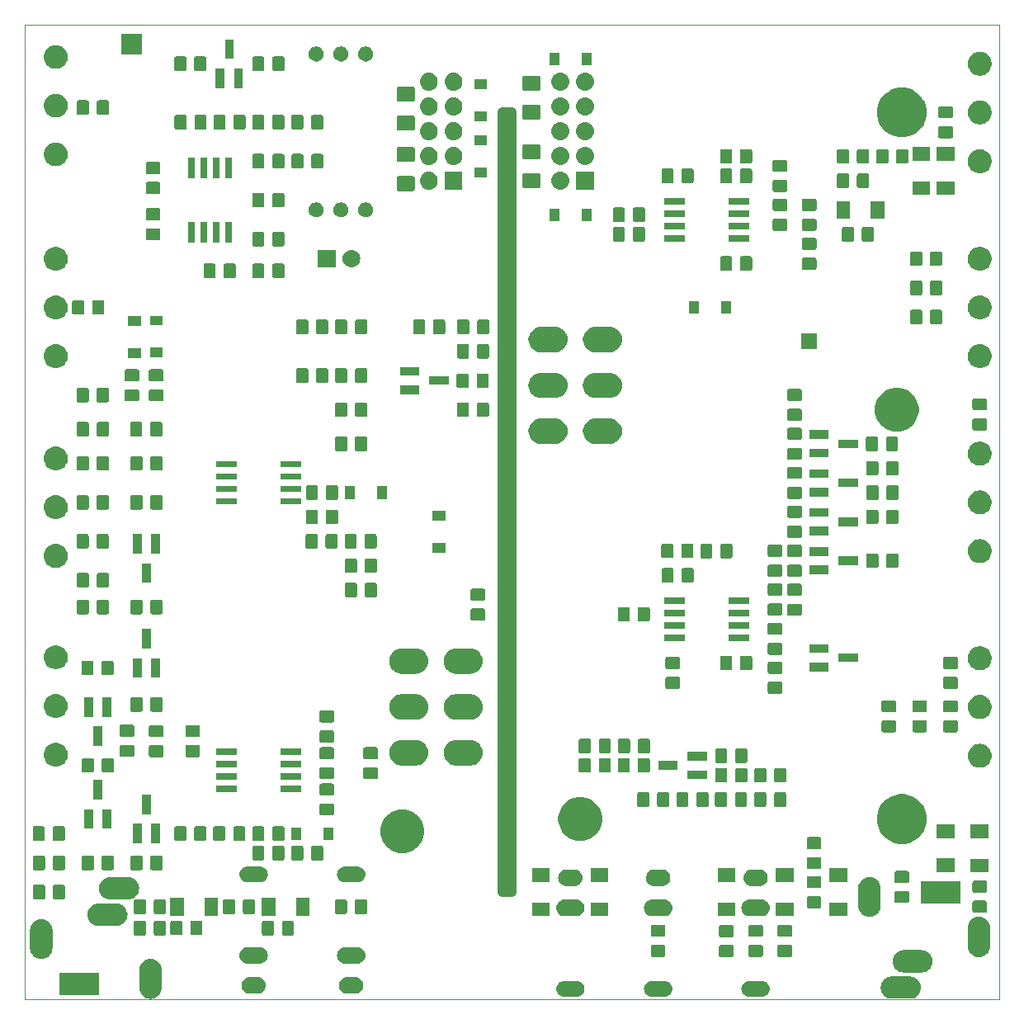
<source format=gbr>
%TF.GenerationSoftware,KiCad,Pcbnew,(5.1.0)-1*%
%TF.CreationDate,2019-10-04T20:50:26+02:00*%
%TF.ProjectId,KicadJE_AteOhAte,4b696361-644a-4455-9f41-74654f684174,rev?*%
%TF.SameCoordinates,Original*%
%TF.FileFunction,Soldermask,Bot*%
%TF.FilePolarity,Negative*%
%FSLAX46Y46*%
G04 Gerber Fmt 4.6, Leading zero omitted, Abs format (unit mm)*
G04 Created by KiCad (PCBNEW (5.1.0)-1) date 2019-10-04 20:50:26*
%MOMM*%
%LPD*%
G04 APERTURE LIST*
%ADD10C,1.000000*%
%ADD11C,0.050000*%
%ADD12C,0.150000*%
G04 APERTURE END LIST*
D10*
X99000000Y-59000000D02*
X100000000Y-59000000D01*
X99000000Y-139000000D02*
X100000000Y-139000000D01*
X100000000Y-59000000D02*
X100000000Y-139000000D01*
X99000000Y-59000000D02*
X99000000Y-139000000D01*
D11*
X50000000Y-150000000D02*
X50000000Y-50000000D01*
X150000000Y-150000000D02*
X50000000Y-150000000D01*
X150000000Y-50000000D02*
X150000000Y-150000000D01*
X50000000Y-50000000D02*
X150000000Y-50000000D01*
D12*
G36*
X63125634Y-145865654D02*
G01*
X63342599Y-145931470D01*
X63342601Y-145931471D01*
X63542553Y-146038347D01*
X63542555Y-146038348D01*
X63542554Y-146038348D01*
X63717818Y-146182182D01*
X63782652Y-146261183D01*
X63861653Y-146357445D01*
X63960619Y-146542600D01*
X63968530Y-146557400D01*
X64034346Y-146774365D01*
X64051000Y-146943457D01*
X64051000Y-148856543D01*
X64034346Y-149025635D01*
X64018758Y-149077023D01*
X63968529Y-149242602D01*
X63861653Y-149442555D01*
X63717818Y-149617818D01*
X63542555Y-149761653D01*
X63342602Y-149868529D01*
X63342600Y-149868530D01*
X63125635Y-149934346D01*
X62900000Y-149956569D01*
X62674366Y-149934346D01*
X62457401Y-149868530D01*
X62457399Y-149868529D01*
X62257446Y-149761653D01*
X62082183Y-149617818D01*
X61938348Y-149442555D01*
X61831472Y-149242602D01*
X61781244Y-149077023D01*
X61765655Y-149025635D01*
X61749000Y-148856543D01*
X61749000Y-146943458D01*
X61765654Y-146774366D01*
X61831470Y-146557401D01*
X61938348Y-146357446D01*
X62082182Y-146182182D01*
X62182321Y-146100000D01*
X62257445Y-146038347D01*
X62457398Y-145931471D01*
X62457400Y-145931470D01*
X62674365Y-145865654D01*
X62900000Y-145843431D01*
X63125634Y-145865654D01*
X63125634Y-145865654D01*
G37*
G36*
X140969271Y-147660103D02*
G01*
X141025635Y-147665654D01*
X141242600Y-147731470D01*
X141242602Y-147731471D01*
X141442555Y-147838347D01*
X141617818Y-147982182D01*
X141761653Y-148157445D01*
X141865038Y-148350867D01*
X141868530Y-148357400D01*
X141934346Y-148574365D01*
X141956569Y-148800000D01*
X141934346Y-149025635D01*
X141918758Y-149077023D01*
X141868529Y-149242602D01*
X141761653Y-149442555D01*
X141617818Y-149617818D01*
X141442555Y-149761653D01*
X141242602Y-149868529D01*
X141242600Y-149868530D01*
X141025635Y-149934346D01*
X140969271Y-149939897D01*
X140856545Y-149951000D01*
X138943455Y-149951000D01*
X138830729Y-149939897D01*
X138774365Y-149934346D01*
X138557400Y-149868530D01*
X138557398Y-149868529D01*
X138357445Y-149761653D01*
X138182182Y-149617818D01*
X138038347Y-149442555D01*
X137931471Y-149242602D01*
X137881243Y-149077023D01*
X137865654Y-149025635D01*
X137843431Y-148800000D01*
X137865654Y-148574365D01*
X137931470Y-148357400D01*
X137934962Y-148350867D01*
X138038347Y-148157445D01*
X138182182Y-147982182D01*
X138357445Y-147838347D01*
X138557398Y-147731471D01*
X138557400Y-147731470D01*
X138774365Y-147665654D01*
X138830729Y-147660103D01*
X138943455Y-147649000D01*
X140856545Y-147649000D01*
X140969271Y-147660103D01*
X140969271Y-147660103D01*
G37*
G36*
X115728571Y-148122863D02*
G01*
X115807023Y-148130590D01*
X115895552Y-148157445D01*
X115958013Y-148176392D01*
X116097165Y-148250771D01*
X116219133Y-148350867D01*
X116319229Y-148472835D01*
X116393608Y-148611987D01*
X116393608Y-148611988D01*
X116439410Y-148762977D01*
X116454875Y-148920000D01*
X116439410Y-149077023D01*
X116408875Y-149177682D01*
X116393608Y-149228013D01*
X116319229Y-149367165D01*
X116219133Y-149489133D01*
X116097165Y-149589229D01*
X115958013Y-149663608D01*
X115907682Y-149678875D01*
X115807023Y-149709410D01*
X115728571Y-149717137D01*
X115689346Y-149721000D01*
X114310654Y-149721000D01*
X114271429Y-149717137D01*
X114192977Y-149709410D01*
X114092318Y-149678875D01*
X114041987Y-149663608D01*
X113902835Y-149589229D01*
X113780867Y-149489133D01*
X113680771Y-149367165D01*
X113606392Y-149228013D01*
X113591125Y-149177682D01*
X113560590Y-149077023D01*
X113545125Y-148920000D01*
X113560590Y-148762977D01*
X113606392Y-148611988D01*
X113606392Y-148611987D01*
X113680771Y-148472835D01*
X113780867Y-148350867D01*
X113902835Y-148250771D01*
X114041987Y-148176392D01*
X114104448Y-148157445D01*
X114192977Y-148130590D01*
X114271429Y-148122863D01*
X114310654Y-148119000D01*
X115689346Y-148119000D01*
X115728571Y-148122863D01*
X115728571Y-148122863D01*
G37*
G36*
X106728571Y-148122863D02*
G01*
X106807023Y-148130590D01*
X106895552Y-148157445D01*
X106958013Y-148176392D01*
X107097165Y-148250771D01*
X107219133Y-148350867D01*
X107319229Y-148472835D01*
X107393608Y-148611987D01*
X107393608Y-148611988D01*
X107439410Y-148762977D01*
X107454875Y-148920000D01*
X107439410Y-149077023D01*
X107408875Y-149177682D01*
X107393608Y-149228013D01*
X107319229Y-149367165D01*
X107219133Y-149489133D01*
X107097165Y-149589229D01*
X106958013Y-149663608D01*
X106907682Y-149678875D01*
X106807023Y-149709410D01*
X106728571Y-149717137D01*
X106689346Y-149721000D01*
X105310654Y-149721000D01*
X105271429Y-149717137D01*
X105192977Y-149709410D01*
X105092318Y-149678875D01*
X105041987Y-149663608D01*
X104902835Y-149589229D01*
X104780867Y-149489133D01*
X104680771Y-149367165D01*
X104606392Y-149228013D01*
X104591125Y-149177682D01*
X104560590Y-149077023D01*
X104545125Y-148920000D01*
X104560590Y-148762977D01*
X104606392Y-148611988D01*
X104606392Y-148611987D01*
X104680771Y-148472835D01*
X104780867Y-148350867D01*
X104902835Y-148250771D01*
X105041987Y-148176392D01*
X105104448Y-148157445D01*
X105192977Y-148130590D01*
X105271429Y-148122863D01*
X105310654Y-148119000D01*
X106689346Y-148119000D01*
X106728571Y-148122863D01*
X106728571Y-148122863D01*
G37*
G36*
X125728571Y-148122863D02*
G01*
X125807023Y-148130590D01*
X125895552Y-148157445D01*
X125958013Y-148176392D01*
X126097165Y-148250771D01*
X126219133Y-148350867D01*
X126319229Y-148472835D01*
X126393608Y-148611987D01*
X126393608Y-148611988D01*
X126439410Y-148762977D01*
X126454875Y-148920000D01*
X126439410Y-149077023D01*
X126408875Y-149177682D01*
X126393608Y-149228013D01*
X126319229Y-149367165D01*
X126219133Y-149489133D01*
X126097165Y-149589229D01*
X125958013Y-149663608D01*
X125907682Y-149678875D01*
X125807023Y-149709410D01*
X125728571Y-149717137D01*
X125689346Y-149721000D01*
X124310654Y-149721000D01*
X124271429Y-149717137D01*
X124192977Y-149709410D01*
X124092318Y-149678875D01*
X124041987Y-149663608D01*
X123902835Y-149589229D01*
X123780867Y-149489133D01*
X123680771Y-149367165D01*
X123606392Y-149228013D01*
X123591125Y-149177682D01*
X123560590Y-149077023D01*
X123545125Y-148920000D01*
X123560590Y-148762977D01*
X123606392Y-148611988D01*
X123606392Y-148611987D01*
X123680771Y-148472835D01*
X123780867Y-148350867D01*
X123902835Y-148250771D01*
X124041987Y-148176392D01*
X124104448Y-148157445D01*
X124192977Y-148130590D01*
X124271429Y-148122863D01*
X124310654Y-148119000D01*
X125689346Y-148119000D01*
X125728571Y-148122863D01*
X125728571Y-148122863D01*
G37*
G36*
X57651000Y-149551000D02*
G01*
X53549000Y-149551000D01*
X53549000Y-147249000D01*
X57651000Y-147249000D01*
X57651000Y-149551000D01*
X57651000Y-149551000D01*
G37*
G36*
X74066823Y-147741313D02*
G01*
X74227242Y-147789976D01*
X74359906Y-147860886D01*
X74375078Y-147868996D01*
X74504659Y-147975341D01*
X74611004Y-148104922D01*
X74611005Y-148104924D01*
X74690024Y-148252758D01*
X74738687Y-148413177D01*
X74755117Y-148580000D01*
X74738687Y-148746823D01*
X74690024Y-148907242D01*
X74619114Y-149039906D01*
X74611004Y-149055078D01*
X74504659Y-149184659D01*
X74375078Y-149291004D01*
X74375076Y-149291005D01*
X74227242Y-149370024D01*
X74066823Y-149418687D01*
X73941804Y-149431000D01*
X73058196Y-149431000D01*
X72933177Y-149418687D01*
X72772758Y-149370024D01*
X72624924Y-149291005D01*
X72624922Y-149291004D01*
X72495341Y-149184659D01*
X72388996Y-149055078D01*
X72380886Y-149039906D01*
X72309976Y-148907242D01*
X72261313Y-148746823D01*
X72244883Y-148580000D01*
X72261313Y-148413177D01*
X72309976Y-148252758D01*
X72388995Y-148104924D01*
X72388996Y-148104922D01*
X72495341Y-147975341D01*
X72624922Y-147868996D01*
X72640094Y-147860886D01*
X72772758Y-147789976D01*
X72933177Y-147741313D01*
X73058196Y-147729000D01*
X73941804Y-147729000D01*
X74066823Y-147741313D01*
X74066823Y-147741313D01*
G37*
G36*
X84066823Y-147741313D02*
G01*
X84227242Y-147789976D01*
X84359906Y-147860886D01*
X84375078Y-147868996D01*
X84504659Y-147975341D01*
X84611004Y-148104922D01*
X84611005Y-148104924D01*
X84690024Y-148252758D01*
X84738687Y-148413177D01*
X84755117Y-148580000D01*
X84738687Y-148746823D01*
X84690024Y-148907242D01*
X84619114Y-149039906D01*
X84611004Y-149055078D01*
X84504659Y-149184659D01*
X84375078Y-149291004D01*
X84375076Y-149291005D01*
X84227242Y-149370024D01*
X84066823Y-149418687D01*
X83941804Y-149431000D01*
X83058196Y-149431000D01*
X82933177Y-149418687D01*
X82772758Y-149370024D01*
X82624924Y-149291005D01*
X82624922Y-149291004D01*
X82495341Y-149184659D01*
X82388996Y-149055078D01*
X82380886Y-149039906D01*
X82309976Y-148907242D01*
X82261313Y-148746823D01*
X82244883Y-148580000D01*
X82261313Y-148413177D01*
X82309976Y-148252758D01*
X82388995Y-148104924D01*
X82388996Y-148104922D01*
X82495341Y-147975341D01*
X82624922Y-147868996D01*
X82640094Y-147860886D01*
X82772758Y-147789976D01*
X82933177Y-147741313D01*
X83058196Y-147729000D01*
X83941804Y-147729000D01*
X84066823Y-147741313D01*
X84066823Y-147741313D01*
G37*
G36*
X142169271Y-144960103D02*
G01*
X142225635Y-144965654D01*
X142442600Y-145031470D01*
X142442602Y-145031471D01*
X142642555Y-145138347D01*
X142817818Y-145282182D01*
X142961653Y-145457445D01*
X143062878Y-145646825D01*
X143068530Y-145657400D01*
X143134346Y-145874365D01*
X143156569Y-146100000D01*
X143134346Y-146325635D01*
X143132719Y-146331000D01*
X143068529Y-146542602D01*
X142961653Y-146742555D01*
X142817818Y-146917818D01*
X142642555Y-147061653D01*
X142442602Y-147168529D01*
X142442600Y-147168530D01*
X142225635Y-147234346D01*
X142169271Y-147239897D01*
X142056545Y-147251000D01*
X140143455Y-147251000D01*
X140030729Y-147239897D01*
X139974365Y-147234346D01*
X139757400Y-147168530D01*
X139757398Y-147168529D01*
X139557445Y-147061653D01*
X139382182Y-146917818D01*
X139238347Y-146742555D01*
X139131471Y-146542602D01*
X139067282Y-146331000D01*
X139065654Y-146325635D01*
X139043431Y-146100000D01*
X139065654Y-145874365D01*
X139131470Y-145657400D01*
X139137122Y-145646825D01*
X139238347Y-145457445D01*
X139382182Y-145282182D01*
X139557445Y-145138347D01*
X139757398Y-145031471D01*
X139757400Y-145031470D01*
X139974365Y-144965654D01*
X140030729Y-144960103D01*
X140143455Y-144949000D01*
X142056545Y-144949000D01*
X142169271Y-144960103D01*
X142169271Y-144960103D01*
G37*
G36*
X84266823Y-144641313D02*
G01*
X84427242Y-144689976D01*
X84493951Y-144725633D01*
X84575078Y-144768996D01*
X84704659Y-144875341D01*
X84811004Y-145004922D01*
X84811005Y-145004924D01*
X84890024Y-145152758D01*
X84938687Y-145313177D01*
X84955117Y-145480000D01*
X84938687Y-145646823D01*
X84890024Y-145807242D01*
X84863658Y-145856569D01*
X84811004Y-145955078D01*
X84704659Y-146084659D01*
X84575078Y-146191004D01*
X84575076Y-146191005D01*
X84427242Y-146270024D01*
X84266823Y-146318687D01*
X84141804Y-146331000D01*
X82858196Y-146331000D01*
X82733177Y-146318687D01*
X82572758Y-146270024D01*
X82424924Y-146191005D01*
X82424922Y-146191004D01*
X82295341Y-146084659D01*
X82188996Y-145955078D01*
X82136342Y-145856569D01*
X82109976Y-145807242D01*
X82061313Y-145646823D01*
X82044883Y-145480000D01*
X82061313Y-145313177D01*
X82109976Y-145152758D01*
X82188995Y-145004924D01*
X82188996Y-145004922D01*
X82295341Y-144875341D01*
X82424922Y-144768996D01*
X82506049Y-144725633D01*
X82572758Y-144689976D01*
X82733177Y-144641313D01*
X82858196Y-144629000D01*
X84141804Y-144629000D01*
X84266823Y-144641313D01*
X84266823Y-144641313D01*
G37*
G36*
X74266823Y-144641313D02*
G01*
X74427242Y-144689976D01*
X74493951Y-144725633D01*
X74575078Y-144768996D01*
X74704659Y-144875341D01*
X74811004Y-145004922D01*
X74811005Y-145004924D01*
X74890024Y-145152758D01*
X74938687Y-145313177D01*
X74955117Y-145480000D01*
X74938687Y-145646823D01*
X74890024Y-145807242D01*
X74863658Y-145856569D01*
X74811004Y-145955078D01*
X74704659Y-146084659D01*
X74575078Y-146191004D01*
X74575076Y-146191005D01*
X74427242Y-146270024D01*
X74266823Y-146318687D01*
X74141804Y-146331000D01*
X72858196Y-146331000D01*
X72733177Y-146318687D01*
X72572758Y-146270024D01*
X72424924Y-146191005D01*
X72424922Y-146191004D01*
X72295341Y-146084659D01*
X72188996Y-145955078D01*
X72136342Y-145856569D01*
X72109976Y-145807242D01*
X72061313Y-145646823D01*
X72044883Y-145480000D01*
X72061313Y-145313177D01*
X72109976Y-145152758D01*
X72188995Y-145004924D01*
X72188996Y-145004922D01*
X72295341Y-144875341D01*
X72424922Y-144768996D01*
X72506049Y-144725633D01*
X72572758Y-144689976D01*
X72733177Y-144641313D01*
X72858196Y-144629000D01*
X74141804Y-144629000D01*
X74266823Y-144641313D01*
X74266823Y-144641313D01*
G37*
G36*
X51925634Y-141765654D02*
G01*
X52142599Y-141831470D01*
X52142601Y-141831471D01*
X52342553Y-141938347D01*
X52367067Y-141958465D01*
X52517818Y-142082182D01*
X52578941Y-142156661D01*
X52661653Y-142257445D01*
X52758640Y-142438897D01*
X52768530Y-142457400D01*
X52824970Y-142643457D01*
X52834346Y-142674366D01*
X52851000Y-142843455D01*
X52851000Y-144756545D01*
X52839897Y-144869271D01*
X52834346Y-144925635D01*
X52768544Y-145142555D01*
X52768529Y-145142602D01*
X52661653Y-145342555D01*
X52517818Y-145517818D01*
X52342555Y-145661653D01*
X52142602Y-145768529D01*
X52142600Y-145768530D01*
X51925635Y-145834346D01*
X51700000Y-145856569D01*
X51474366Y-145834346D01*
X51257401Y-145768530D01*
X51257399Y-145768529D01*
X51057446Y-145661653D01*
X50882183Y-145517818D01*
X50738348Y-145342555D01*
X50631472Y-145142602D01*
X50631458Y-145142555D01*
X50565655Y-144925635D01*
X50557327Y-144841089D01*
X50549000Y-144756544D01*
X50549000Y-142843456D01*
X50565654Y-142674367D01*
X50565654Y-142674366D01*
X50631470Y-142457401D01*
X50634891Y-142451000D01*
X50738347Y-142257447D01*
X50788634Y-142196172D01*
X50882182Y-142082182D01*
X50977792Y-142003717D01*
X51057445Y-141938347D01*
X51257398Y-141831471D01*
X51257400Y-141831470D01*
X51474365Y-141765654D01*
X51700000Y-141743431D01*
X51925634Y-141765654D01*
X51925634Y-141765654D01*
G37*
G36*
X122588674Y-144428465D02*
G01*
X122626367Y-144439899D01*
X122661103Y-144458466D01*
X122691548Y-144483452D01*
X122716534Y-144513897D01*
X122735101Y-144548633D01*
X122746535Y-144586326D01*
X122751000Y-144631661D01*
X122751000Y-145468339D01*
X122746535Y-145513674D01*
X122735101Y-145551367D01*
X122716534Y-145586103D01*
X122691548Y-145616548D01*
X122661103Y-145641534D01*
X122626367Y-145660101D01*
X122588674Y-145671535D01*
X122543339Y-145676000D01*
X121456661Y-145676000D01*
X121411326Y-145671535D01*
X121373633Y-145660101D01*
X121338897Y-145641534D01*
X121308452Y-145616548D01*
X121283466Y-145586103D01*
X121264899Y-145551367D01*
X121253465Y-145513674D01*
X121249000Y-145468339D01*
X121249000Y-144631661D01*
X121253465Y-144586326D01*
X121264899Y-144548633D01*
X121283466Y-144513897D01*
X121308452Y-144483452D01*
X121338897Y-144458466D01*
X121373633Y-144439899D01*
X121411326Y-144428465D01*
X121456661Y-144424000D01*
X122543339Y-144424000D01*
X122588674Y-144428465D01*
X122588674Y-144428465D01*
G37*
G36*
X148125635Y-141565654D02*
G01*
X148342600Y-141631470D01*
X148342602Y-141631471D01*
X148542555Y-141738347D01*
X148717818Y-141882182D01*
X148861653Y-142057445D01*
X148968529Y-142257398D01*
X148968530Y-142257400D01*
X149033010Y-142469962D01*
X149034346Y-142474366D01*
X149051000Y-142643455D01*
X149051000Y-144556545D01*
X149048067Y-144586326D01*
X149034346Y-144725635D01*
X148973677Y-144925634D01*
X148968529Y-144942602D01*
X148861653Y-145142555D01*
X148782652Y-145238817D01*
X148717818Y-145317818D01*
X148578777Y-145431925D01*
X148542553Y-145461653D01*
X148455875Y-145507983D01*
X148342599Y-145568530D01*
X148125634Y-145634346D01*
X147900000Y-145656569D01*
X147674365Y-145634346D01*
X147457400Y-145568530D01*
X147378518Y-145526367D01*
X147257445Y-145461653D01*
X147156522Y-145378827D01*
X147082182Y-145317818D01*
X146960219Y-145169204D01*
X146938347Y-145142553D01*
X146831471Y-144942601D01*
X146811068Y-144875341D01*
X146765654Y-144725634D01*
X146757349Y-144641313D01*
X146749000Y-144556544D01*
X146749000Y-142643456D01*
X146761454Y-142517017D01*
X146765655Y-142474365D01*
X146831471Y-142257400D01*
X146831472Y-142257398D01*
X146938348Y-142057445D01*
X147082183Y-141882182D01*
X147257446Y-141738347D01*
X147457399Y-141631471D01*
X147457401Y-141631470D01*
X147674366Y-141565654D01*
X147900000Y-141543431D01*
X148125635Y-141565654D01*
X148125635Y-141565654D01*
G37*
G36*
X128588674Y-144403465D02*
G01*
X128626367Y-144414899D01*
X128661103Y-144433466D01*
X128691548Y-144458452D01*
X128716534Y-144488897D01*
X128735101Y-144523633D01*
X128746535Y-144561326D01*
X128751000Y-144606661D01*
X128751000Y-145443339D01*
X128746535Y-145488674D01*
X128735101Y-145526367D01*
X128716534Y-145561103D01*
X128691548Y-145591548D01*
X128661103Y-145616534D01*
X128626367Y-145635101D01*
X128588674Y-145646535D01*
X128543339Y-145651000D01*
X127456661Y-145651000D01*
X127411326Y-145646535D01*
X127373633Y-145635101D01*
X127338897Y-145616534D01*
X127308452Y-145591548D01*
X127283466Y-145561103D01*
X127264899Y-145526367D01*
X127253465Y-145488674D01*
X127249000Y-145443339D01*
X127249000Y-144606661D01*
X127253465Y-144561326D01*
X127264899Y-144523633D01*
X127283466Y-144488897D01*
X127308452Y-144458452D01*
X127338897Y-144433466D01*
X127373633Y-144414899D01*
X127411326Y-144403465D01*
X127456661Y-144399000D01*
X128543339Y-144399000D01*
X128588674Y-144403465D01*
X128588674Y-144403465D01*
G37*
G36*
X125588674Y-144403465D02*
G01*
X125626367Y-144414899D01*
X125661103Y-144433466D01*
X125691548Y-144458452D01*
X125716534Y-144488897D01*
X125735101Y-144523633D01*
X125746535Y-144561326D01*
X125751000Y-144606661D01*
X125751000Y-145443339D01*
X125746535Y-145488674D01*
X125735101Y-145526367D01*
X125716534Y-145561103D01*
X125691548Y-145591548D01*
X125661103Y-145616534D01*
X125626367Y-145635101D01*
X125588674Y-145646535D01*
X125543339Y-145651000D01*
X124456661Y-145651000D01*
X124411326Y-145646535D01*
X124373633Y-145635101D01*
X124338897Y-145616534D01*
X124308452Y-145591548D01*
X124283466Y-145561103D01*
X124264899Y-145526367D01*
X124253465Y-145488674D01*
X124249000Y-145443339D01*
X124249000Y-144606661D01*
X124253465Y-144561326D01*
X124264899Y-144523633D01*
X124283466Y-144488897D01*
X124308452Y-144458452D01*
X124338897Y-144433466D01*
X124373633Y-144414899D01*
X124411326Y-144403465D01*
X124456661Y-144399000D01*
X125543339Y-144399000D01*
X125588674Y-144403465D01*
X125588674Y-144403465D01*
G37*
G36*
X115588674Y-144403465D02*
G01*
X115626367Y-144414899D01*
X115661103Y-144433466D01*
X115691548Y-144458452D01*
X115716534Y-144488897D01*
X115735101Y-144523633D01*
X115746535Y-144561326D01*
X115751000Y-144606661D01*
X115751000Y-145443339D01*
X115746535Y-145488674D01*
X115735101Y-145526367D01*
X115716534Y-145561103D01*
X115691548Y-145591548D01*
X115661103Y-145616534D01*
X115626367Y-145635101D01*
X115588674Y-145646535D01*
X115543339Y-145651000D01*
X114456661Y-145651000D01*
X114411326Y-145646535D01*
X114373633Y-145635101D01*
X114338897Y-145616534D01*
X114308452Y-145591548D01*
X114283466Y-145561103D01*
X114264899Y-145526367D01*
X114253465Y-145488674D01*
X114249000Y-145443339D01*
X114249000Y-144606661D01*
X114253465Y-144561326D01*
X114264899Y-144523633D01*
X114283466Y-144488897D01*
X114308452Y-144458452D01*
X114338897Y-144433466D01*
X114373633Y-144414899D01*
X114411326Y-144403465D01*
X114456661Y-144399000D01*
X115543339Y-144399000D01*
X115588674Y-144403465D01*
X115588674Y-144403465D01*
G37*
G36*
X122588674Y-142378465D02*
G01*
X122626367Y-142389899D01*
X122661103Y-142408466D01*
X122691548Y-142433452D01*
X122716534Y-142463897D01*
X122735101Y-142498633D01*
X122746535Y-142536326D01*
X122751000Y-142581661D01*
X122751000Y-143418339D01*
X122746535Y-143463674D01*
X122735101Y-143501367D01*
X122716534Y-143536103D01*
X122691548Y-143566548D01*
X122661103Y-143591534D01*
X122626367Y-143610101D01*
X122588674Y-143621535D01*
X122543339Y-143626000D01*
X121456661Y-143626000D01*
X121411326Y-143621535D01*
X121373633Y-143610101D01*
X121338897Y-143591534D01*
X121308452Y-143566548D01*
X121283466Y-143536103D01*
X121264899Y-143501367D01*
X121253465Y-143463674D01*
X121249000Y-143418339D01*
X121249000Y-142581661D01*
X121253465Y-142536326D01*
X121264899Y-142498633D01*
X121283466Y-142463897D01*
X121308452Y-142433452D01*
X121338897Y-142408466D01*
X121373633Y-142389899D01*
X121411326Y-142378465D01*
X121456661Y-142374000D01*
X122543339Y-142374000D01*
X122588674Y-142378465D01*
X122588674Y-142378465D01*
G37*
G36*
X125588674Y-142353465D02*
G01*
X125626367Y-142364899D01*
X125661103Y-142383466D01*
X125691548Y-142408452D01*
X125716534Y-142438897D01*
X125735101Y-142473633D01*
X125746535Y-142511326D01*
X125751000Y-142556661D01*
X125751000Y-143393339D01*
X125746535Y-143438674D01*
X125735101Y-143476367D01*
X125716534Y-143511103D01*
X125691548Y-143541548D01*
X125661103Y-143566534D01*
X125626367Y-143585101D01*
X125588674Y-143596535D01*
X125543339Y-143601000D01*
X124456661Y-143601000D01*
X124411326Y-143596535D01*
X124373633Y-143585101D01*
X124338897Y-143566534D01*
X124308452Y-143541548D01*
X124283466Y-143511103D01*
X124264899Y-143476367D01*
X124253465Y-143438674D01*
X124249000Y-143393339D01*
X124249000Y-142556661D01*
X124253465Y-142511326D01*
X124264899Y-142473633D01*
X124283466Y-142438897D01*
X124308452Y-142408452D01*
X124338897Y-142383466D01*
X124373633Y-142364899D01*
X124411326Y-142353465D01*
X124456661Y-142349000D01*
X125543339Y-142349000D01*
X125588674Y-142353465D01*
X125588674Y-142353465D01*
G37*
G36*
X115588674Y-142353465D02*
G01*
X115626367Y-142364899D01*
X115661103Y-142383466D01*
X115691548Y-142408452D01*
X115716534Y-142438897D01*
X115735101Y-142473633D01*
X115746535Y-142511326D01*
X115751000Y-142556661D01*
X115751000Y-143393339D01*
X115746535Y-143438674D01*
X115735101Y-143476367D01*
X115716534Y-143511103D01*
X115691548Y-143541548D01*
X115661103Y-143566534D01*
X115626367Y-143585101D01*
X115588674Y-143596535D01*
X115543339Y-143601000D01*
X114456661Y-143601000D01*
X114411326Y-143596535D01*
X114373633Y-143585101D01*
X114338897Y-143566534D01*
X114308452Y-143541548D01*
X114283466Y-143511103D01*
X114264899Y-143476367D01*
X114253465Y-143438674D01*
X114249000Y-143393339D01*
X114249000Y-142556661D01*
X114253465Y-142511326D01*
X114264899Y-142473633D01*
X114283466Y-142438897D01*
X114308452Y-142408452D01*
X114338897Y-142383466D01*
X114373633Y-142364899D01*
X114411326Y-142353465D01*
X114456661Y-142349000D01*
X115543339Y-142349000D01*
X115588674Y-142353465D01*
X115588674Y-142353465D01*
G37*
G36*
X128588674Y-142353465D02*
G01*
X128626367Y-142364899D01*
X128661103Y-142383466D01*
X128691548Y-142408452D01*
X128716534Y-142438897D01*
X128735101Y-142473633D01*
X128746535Y-142511326D01*
X128751000Y-142556661D01*
X128751000Y-143393339D01*
X128746535Y-143438674D01*
X128735101Y-143476367D01*
X128716534Y-143511103D01*
X128691548Y-143541548D01*
X128661103Y-143566534D01*
X128626367Y-143585101D01*
X128588674Y-143596535D01*
X128543339Y-143601000D01*
X127456661Y-143601000D01*
X127411326Y-143596535D01*
X127373633Y-143585101D01*
X127338897Y-143566534D01*
X127308452Y-143541548D01*
X127283466Y-143511103D01*
X127264899Y-143476367D01*
X127253465Y-143438674D01*
X127249000Y-143393339D01*
X127249000Y-142556661D01*
X127253465Y-142511326D01*
X127264899Y-142473633D01*
X127283466Y-142438897D01*
X127308452Y-142408452D01*
X127338897Y-142383466D01*
X127373633Y-142364899D01*
X127411326Y-142353465D01*
X127456661Y-142349000D01*
X128543339Y-142349000D01*
X128588674Y-142353465D01*
X128588674Y-142353465D01*
G37*
G36*
X77488674Y-141953465D02*
G01*
X77526367Y-141964899D01*
X77561103Y-141983466D01*
X77591548Y-142008452D01*
X77616534Y-142038897D01*
X77635101Y-142073633D01*
X77646535Y-142111326D01*
X77651000Y-142156661D01*
X77651000Y-143243339D01*
X77646535Y-143288674D01*
X77635101Y-143326367D01*
X77616534Y-143361103D01*
X77591548Y-143391548D01*
X77561103Y-143416534D01*
X77526367Y-143435101D01*
X77488674Y-143446535D01*
X77443339Y-143451000D01*
X76606661Y-143451000D01*
X76561326Y-143446535D01*
X76523633Y-143435101D01*
X76488897Y-143416534D01*
X76458452Y-143391548D01*
X76433466Y-143361103D01*
X76414899Y-143326367D01*
X76403465Y-143288674D01*
X76399000Y-143243339D01*
X76399000Y-142156661D01*
X76403465Y-142111326D01*
X76414899Y-142073633D01*
X76433466Y-142038897D01*
X76458452Y-142008452D01*
X76488897Y-141983466D01*
X76523633Y-141964899D01*
X76561326Y-141953465D01*
X76606661Y-141949000D01*
X77443339Y-141949000D01*
X77488674Y-141953465D01*
X77488674Y-141953465D01*
G37*
G36*
X75438674Y-141953465D02*
G01*
X75476367Y-141964899D01*
X75511103Y-141983466D01*
X75541548Y-142008452D01*
X75566534Y-142038897D01*
X75585101Y-142073633D01*
X75596535Y-142111326D01*
X75601000Y-142156661D01*
X75601000Y-143243339D01*
X75596535Y-143288674D01*
X75585101Y-143326367D01*
X75566534Y-143361103D01*
X75541548Y-143391548D01*
X75511103Y-143416534D01*
X75476367Y-143435101D01*
X75438674Y-143446535D01*
X75393339Y-143451000D01*
X74556661Y-143451000D01*
X74511326Y-143446535D01*
X74473633Y-143435101D01*
X74438897Y-143416534D01*
X74408452Y-143391548D01*
X74383466Y-143361103D01*
X74364899Y-143326367D01*
X74353465Y-143288674D01*
X74349000Y-143243339D01*
X74349000Y-142156661D01*
X74353465Y-142111326D01*
X74364899Y-142073633D01*
X74383466Y-142038897D01*
X74408452Y-142008452D01*
X74438897Y-141983466D01*
X74473633Y-141964899D01*
X74511326Y-141953465D01*
X74556661Y-141949000D01*
X75393339Y-141949000D01*
X75438674Y-141953465D01*
X75438674Y-141953465D01*
G37*
G36*
X62288674Y-141953465D02*
G01*
X62326367Y-141964899D01*
X62361103Y-141983466D01*
X62391548Y-142008452D01*
X62416534Y-142038897D01*
X62435101Y-142073633D01*
X62446535Y-142111326D01*
X62451000Y-142156661D01*
X62451000Y-143243339D01*
X62446535Y-143288674D01*
X62435101Y-143326367D01*
X62416534Y-143361103D01*
X62391548Y-143391548D01*
X62361103Y-143416534D01*
X62326367Y-143435101D01*
X62288674Y-143446535D01*
X62243339Y-143451000D01*
X61406661Y-143451000D01*
X61361326Y-143446535D01*
X61323633Y-143435101D01*
X61288897Y-143416534D01*
X61258452Y-143391548D01*
X61233466Y-143361103D01*
X61214899Y-143326367D01*
X61203465Y-143288674D01*
X61199000Y-143243339D01*
X61199000Y-142156661D01*
X61203465Y-142111326D01*
X61214899Y-142073633D01*
X61233466Y-142038897D01*
X61258452Y-142008452D01*
X61288897Y-141983466D01*
X61323633Y-141964899D01*
X61361326Y-141953465D01*
X61406661Y-141949000D01*
X62243339Y-141949000D01*
X62288674Y-141953465D01*
X62288674Y-141953465D01*
G37*
G36*
X64338674Y-141953465D02*
G01*
X64376367Y-141964899D01*
X64411103Y-141983466D01*
X64441548Y-142008452D01*
X64466534Y-142038897D01*
X64485101Y-142073633D01*
X64496535Y-142111326D01*
X64501000Y-142156661D01*
X64501000Y-143243339D01*
X64496535Y-143288674D01*
X64485101Y-143326367D01*
X64466534Y-143361103D01*
X64441548Y-143391548D01*
X64411103Y-143416534D01*
X64376367Y-143435101D01*
X64338674Y-143446535D01*
X64293339Y-143451000D01*
X63456661Y-143451000D01*
X63411326Y-143446535D01*
X63373633Y-143435101D01*
X63338897Y-143416534D01*
X63308452Y-143391548D01*
X63283466Y-143361103D01*
X63264899Y-143326367D01*
X63253465Y-143288674D01*
X63249000Y-143243339D01*
X63249000Y-142156661D01*
X63253465Y-142111326D01*
X63264899Y-142073633D01*
X63283466Y-142038897D01*
X63308452Y-142008452D01*
X63338897Y-141983466D01*
X63373633Y-141964899D01*
X63411326Y-141953465D01*
X63456661Y-141949000D01*
X64293339Y-141949000D01*
X64338674Y-141953465D01*
X64338674Y-141953465D01*
G37*
G36*
X68088674Y-141928464D02*
G01*
X68126367Y-141939898D01*
X68161103Y-141958465D01*
X68191548Y-141983451D01*
X68216534Y-142013896D01*
X68235101Y-142048632D01*
X68246535Y-142086325D01*
X68251000Y-142131660D01*
X68251000Y-143218338D01*
X68246535Y-143263673D01*
X68235101Y-143301366D01*
X68216534Y-143336102D01*
X68191548Y-143366547D01*
X68161103Y-143391533D01*
X68126367Y-143410100D01*
X68088674Y-143421534D01*
X68043339Y-143425999D01*
X67206661Y-143425999D01*
X67161326Y-143421534D01*
X67123633Y-143410100D01*
X67088897Y-143391533D01*
X67058452Y-143366547D01*
X67033466Y-143336102D01*
X67014899Y-143301366D01*
X67003465Y-143263673D01*
X66999000Y-143218338D01*
X66999000Y-142131660D01*
X67003465Y-142086325D01*
X67014899Y-142048632D01*
X67033466Y-142013896D01*
X67058452Y-141983451D01*
X67088897Y-141958465D01*
X67123633Y-141939898D01*
X67161326Y-141928464D01*
X67206661Y-141923999D01*
X68043339Y-141923999D01*
X68088674Y-141928464D01*
X68088674Y-141928464D01*
G37*
G36*
X66038674Y-141928464D02*
G01*
X66076367Y-141939898D01*
X66111103Y-141958465D01*
X66141548Y-141983451D01*
X66166534Y-142013896D01*
X66185101Y-142048632D01*
X66196535Y-142086325D01*
X66201000Y-142131660D01*
X66201000Y-143218338D01*
X66196535Y-143263673D01*
X66185101Y-143301366D01*
X66166534Y-143336102D01*
X66141548Y-143366547D01*
X66111103Y-143391533D01*
X66076367Y-143410100D01*
X66038674Y-143421534D01*
X65993339Y-143425999D01*
X65156661Y-143425999D01*
X65111326Y-143421534D01*
X65073633Y-143410100D01*
X65038897Y-143391533D01*
X65008452Y-143366547D01*
X64983466Y-143336102D01*
X64964899Y-143301366D01*
X64953465Y-143263673D01*
X64949000Y-143218338D01*
X64949000Y-142131660D01*
X64953465Y-142086325D01*
X64964899Y-142048632D01*
X64983466Y-142013896D01*
X65008452Y-141983451D01*
X65038897Y-141958465D01*
X65073633Y-141939898D01*
X65111326Y-141928464D01*
X65156661Y-141923999D01*
X65993339Y-141923999D01*
X66038674Y-141928464D01*
X66038674Y-141928464D01*
G37*
G36*
X59569271Y-140160103D02*
G01*
X59625635Y-140165654D01*
X59842600Y-140231470D01*
X59842602Y-140231471D01*
X60042555Y-140338347D01*
X60217818Y-140482182D01*
X60361653Y-140657445D01*
X60430806Y-140786823D01*
X60468530Y-140857400D01*
X60534346Y-141074365D01*
X60556569Y-141300000D01*
X60534346Y-141525635D01*
X60469820Y-141738348D01*
X60468529Y-141742602D01*
X60361653Y-141942555D01*
X60217818Y-142117818D01*
X60042555Y-142261653D01*
X59849393Y-142364899D01*
X59842600Y-142368530D01*
X59625635Y-142434346D01*
X59569271Y-142439897D01*
X59456545Y-142451000D01*
X57543455Y-142451000D01*
X57430729Y-142439897D01*
X57374365Y-142434346D01*
X57157400Y-142368530D01*
X57150607Y-142364899D01*
X56957445Y-142261653D01*
X56782182Y-142117818D01*
X56638347Y-141942555D01*
X56531471Y-141742602D01*
X56530181Y-141738348D01*
X56465654Y-141525635D01*
X56443431Y-141300000D01*
X56465654Y-141074365D01*
X56531470Y-140857400D01*
X56569194Y-140786823D01*
X56638347Y-140657445D01*
X56782182Y-140482182D01*
X56957445Y-140338347D01*
X57157398Y-140231471D01*
X57157400Y-140231470D01*
X57374365Y-140165654D01*
X57430729Y-140160103D01*
X57543455Y-140149000D01*
X59456545Y-140149000D01*
X59569271Y-140160103D01*
X59569271Y-140160103D01*
G37*
G36*
X136925635Y-137465654D02*
G01*
X137142600Y-137531470D01*
X137142602Y-137531471D01*
X137342555Y-137638347D01*
X137517818Y-137782182D01*
X137661653Y-137957445D01*
X137725021Y-138076000D01*
X137768530Y-138157400D01*
X137829590Y-138358687D01*
X137834346Y-138374366D01*
X137851000Y-138543455D01*
X137851000Y-140456545D01*
X137844123Y-140526367D01*
X137834346Y-140625635D01*
X137785450Y-140786823D01*
X137768529Y-140842602D01*
X137661653Y-141042555D01*
X137618548Y-141095078D01*
X137517818Y-141217818D01*
X137417678Y-141300000D01*
X137342553Y-141361653D01*
X137161016Y-141458686D01*
X137142599Y-141468530D01*
X136925634Y-141534346D01*
X136700000Y-141556569D01*
X136474365Y-141534346D01*
X136257400Y-141468530D01*
X136238983Y-141458686D01*
X136057445Y-141361653D01*
X135916242Y-141245770D01*
X135882182Y-141217818D01*
X135738348Y-141042554D01*
X135734900Y-141036103D01*
X135631471Y-140842601D01*
X135614551Y-140786823D01*
X135565654Y-140625634D01*
X135549000Y-140456542D01*
X135549000Y-138543457D01*
X135565655Y-138374365D01*
X135631471Y-138157400D01*
X135674980Y-138076000D01*
X135738348Y-137957445D01*
X135882183Y-137782182D01*
X136057446Y-137638347D01*
X136257399Y-137531471D01*
X136257401Y-137531470D01*
X136474366Y-137465654D01*
X136700000Y-137443431D01*
X136925635Y-137465654D01*
X136925635Y-137465654D01*
G37*
G36*
X106766823Y-139781313D02*
G01*
X106927242Y-139829976D01*
X107039350Y-139889899D01*
X107075078Y-139908996D01*
X107204659Y-140015341D01*
X107311004Y-140144922D01*
X107311005Y-140144924D01*
X107390024Y-140292758D01*
X107438687Y-140453177D01*
X107455117Y-140620000D01*
X107438687Y-140786823D01*
X107390024Y-140947242D01*
X107322075Y-141074365D01*
X107311004Y-141095078D01*
X107204659Y-141224659D01*
X107075078Y-141331004D01*
X107075076Y-141331005D01*
X106927242Y-141410024D01*
X106766823Y-141458687D01*
X106641804Y-141471000D01*
X105358196Y-141471000D01*
X105233177Y-141458687D01*
X105072758Y-141410024D01*
X104924924Y-141331005D01*
X104924922Y-141331004D01*
X104795341Y-141224659D01*
X104688996Y-141095078D01*
X104677925Y-141074365D01*
X104609976Y-140947242D01*
X104561313Y-140786823D01*
X104544883Y-140620000D01*
X104561313Y-140453177D01*
X104609976Y-140292758D01*
X104688995Y-140144924D01*
X104688996Y-140144922D01*
X104795341Y-140015341D01*
X104924922Y-139908996D01*
X104960650Y-139889899D01*
X105072758Y-139829976D01*
X105233177Y-139781313D01*
X105358196Y-139769000D01*
X106641804Y-139769000D01*
X106766823Y-139781313D01*
X106766823Y-139781313D01*
G37*
G36*
X125766823Y-139781313D02*
G01*
X125927242Y-139829976D01*
X126039350Y-139889899D01*
X126075078Y-139908996D01*
X126204659Y-140015341D01*
X126311004Y-140144922D01*
X126311005Y-140144924D01*
X126390024Y-140292758D01*
X126438687Y-140453177D01*
X126455117Y-140620000D01*
X126438687Y-140786823D01*
X126390024Y-140947242D01*
X126322075Y-141074365D01*
X126311004Y-141095078D01*
X126204659Y-141224659D01*
X126075078Y-141331004D01*
X126075076Y-141331005D01*
X125927242Y-141410024D01*
X125766823Y-141458687D01*
X125641804Y-141471000D01*
X124358196Y-141471000D01*
X124233177Y-141458687D01*
X124072758Y-141410024D01*
X123924924Y-141331005D01*
X123924922Y-141331004D01*
X123795341Y-141224659D01*
X123688996Y-141095078D01*
X123677925Y-141074365D01*
X123609976Y-140947242D01*
X123561313Y-140786823D01*
X123544883Y-140620000D01*
X123561313Y-140453177D01*
X123609976Y-140292758D01*
X123688995Y-140144924D01*
X123688996Y-140144922D01*
X123795341Y-140015341D01*
X123924922Y-139908996D01*
X123960650Y-139889899D01*
X124072758Y-139829976D01*
X124233177Y-139781313D01*
X124358196Y-139769000D01*
X125641804Y-139769000D01*
X125766823Y-139781313D01*
X125766823Y-139781313D01*
G37*
G36*
X115766823Y-139781313D02*
G01*
X115927242Y-139829976D01*
X116039350Y-139889899D01*
X116075078Y-139908996D01*
X116204659Y-140015341D01*
X116311004Y-140144922D01*
X116311005Y-140144924D01*
X116390024Y-140292758D01*
X116438687Y-140453177D01*
X116455117Y-140620000D01*
X116438687Y-140786823D01*
X116390024Y-140947242D01*
X116322075Y-141074365D01*
X116311004Y-141095078D01*
X116204659Y-141224659D01*
X116075078Y-141331004D01*
X116075076Y-141331005D01*
X115927242Y-141410024D01*
X115766823Y-141458687D01*
X115641804Y-141471000D01*
X114358196Y-141471000D01*
X114233177Y-141458687D01*
X114072758Y-141410024D01*
X113924924Y-141331005D01*
X113924922Y-141331004D01*
X113795341Y-141224659D01*
X113688996Y-141095078D01*
X113677925Y-141074365D01*
X113609976Y-140947242D01*
X113561313Y-140786823D01*
X113544883Y-140620000D01*
X113561313Y-140453177D01*
X113609976Y-140292758D01*
X113688995Y-140144924D01*
X113688996Y-140144922D01*
X113795341Y-140015341D01*
X113924922Y-139908996D01*
X113960650Y-139889899D01*
X114072758Y-139829976D01*
X114233177Y-139781313D01*
X114358196Y-139769000D01*
X115641804Y-139769000D01*
X115766823Y-139781313D01*
X115766823Y-139781313D01*
G37*
G36*
X134401000Y-141451000D02*
G01*
X132599000Y-141451000D01*
X132599000Y-140049000D01*
X134401000Y-140049000D01*
X134401000Y-141451000D01*
X134401000Y-141451000D01*
G37*
G36*
X128901000Y-141451000D02*
G01*
X127099000Y-141451000D01*
X127099000Y-140049000D01*
X128901000Y-140049000D01*
X128901000Y-141451000D01*
X128901000Y-141451000D01*
G37*
G36*
X103901000Y-141451000D02*
G01*
X102099000Y-141451000D01*
X102099000Y-140049000D01*
X103901000Y-140049000D01*
X103901000Y-141451000D01*
X103901000Y-141451000D01*
G37*
G36*
X122901000Y-141451000D02*
G01*
X121099000Y-141451000D01*
X121099000Y-140049000D01*
X122901000Y-140049000D01*
X122901000Y-141451000D01*
X122901000Y-141451000D01*
G37*
G36*
X109901000Y-141451000D02*
G01*
X108099000Y-141451000D01*
X108099000Y-140049000D01*
X109901000Y-140049000D01*
X109901000Y-141451000D01*
X109901000Y-141451000D01*
G37*
G36*
X79251000Y-141401000D02*
G01*
X77849000Y-141401000D01*
X77849000Y-139599000D01*
X79251000Y-139599000D01*
X79251000Y-141401000D01*
X79251000Y-141401000D01*
G37*
G36*
X69851000Y-141401000D02*
G01*
X68449000Y-141401000D01*
X68449000Y-139599000D01*
X69851000Y-139599000D01*
X69851000Y-141401000D01*
X69851000Y-141401000D01*
G37*
G36*
X66351000Y-141401000D02*
G01*
X64949000Y-141401000D01*
X64949000Y-139599000D01*
X66351000Y-139599000D01*
X66351000Y-141401000D01*
X66351000Y-141401000D01*
G37*
G36*
X75751000Y-141401000D02*
G01*
X74349000Y-141401000D01*
X74349000Y-139599000D01*
X75751000Y-139599000D01*
X75751000Y-141401000D01*
X75751000Y-141401000D01*
G37*
G36*
X71438674Y-139753465D02*
G01*
X71476367Y-139764899D01*
X71511103Y-139783466D01*
X71541548Y-139808452D01*
X71566534Y-139838897D01*
X71585101Y-139873633D01*
X71596535Y-139911326D01*
X71601000Y-139956661D01*
X71601000Y-141043339D01*
X71596535Y-141088674D01*
X71585101Y-141126367D01*
X71566534Y-141161103D01*
X71541548Y-141191548D01*
X71511103Y-141216534D01*
X71476367Y-141235101D01*
X71438674Y-141246535D01*
X71393339Y-141251000D01*
X70556661Y-141251000D01*
X70511326Y-141246535D01*
X70473633Y-141235101D01*
X70438897Y-141216534D01*
X70408452Y-141191548D01*
X70383466Y-141161103D01*
X70364899Y-141126367D01*
X70353465Y-141088674D01*
X70349000Y-141043339D01*
X70349000Y-139956661D01*
X70353465Y-139911326D01*
X70364899Y-139873633D01*
X70383466Y-139838897D01*
X70408452Y-139808452D01*
X70438897Y-139783466D01*
X70473633Y-139764899D01*
X70511326Y-139753465D01*
X70556661Y-139749000D01*
X71393339Y-139749000D01*
X71438674Y-139753465D01*
X71438674Y-139753465D01*
G37*
G36*
X73488674Y-139753465D02*
G01*
X73526367Y-139764899D01*
X73561103Y-139783466D01*
X73591548Y-139808452D01*
X73616534Y-139838897D01*
X73635101Y-139873633D01*
X73646535Y-139911326D01*
X73651000Y-139956661D01*
X73651000Y-141043339D01*
X73646535Y-141088674D01*
X73635101Y-141126367D01*
X73616534Y-141161103D01*
X73591548Y-141191548D01*
X73561103Y-141216534D01*
X73526367Y-141235101D01*
X73488674Y-141246535D01*
X73443339Y-141251000D01*
X72606661Y-141251000D01*
X72561326Y-141246535D01*
X72523633Y-141235101D01*
X72488897Y-141216534D01*
X72458452Y-141191548D01*
X72433466Y-141161103D01*
X72414899Y-141126367D01*
X72403465Y-141088674D01*
X72399000Y-141043339D01*
X72399000Y-139956661D01*
X72403465Y-139911326D01*
X72414899Y-139873633D01*
X72433466Y-139838897D01*
X72458452Y-139808452D01*
X72488897Y-139783466D01*
X72523633Y-139764899D01*
X72561326Y-139753465D01*
X72606661Y-139749000D01*
X73443339Y-139749000D01*
X73488674Y-139753465D01*
X73488674Y-139753465D01*
G37*
G36*
X64338674Y-139753465D02*
G01*
X64376367Y-139764899D01*
X64411103Y-139783466D01*
X64441548Y-139808452D01*
X64466534Y-139838897D01*
X64485101Y-139873633D01*
X64496535Y-139911326D01*
X64501000Y-139956661D01*
X64501000Y-141043339D01*
X64496535Y-141088674D01*
X64485101Y-141126367D01*
X64466534Y-141161103D01*
X64441548Y-141191548D01*
X64411103Y-141216534D01*
X64376367Y-141235101D01*
X64338674Y-141246535D01*
X64293339Y-141251000D01*
X63456661Y-141251000D01*
X63411326Y-141246535D01*
X63373633Y-141235101D01*
X63338897Y-141216534D01*
X63308452Y-141191548D01*
X63283466Y-141161103D01*
X63264899Y-141126367D01*
X63253465Y-141088674D01*
X63249000Y-141043339D01*
X63249000Y-139956661D01*
X63253465Y-139911326D01*
X63264899Y-139873633D01*
X63283466Y-139838897D01*
X63308452Y-139808452D01*
X63338897Y-139783466D01*
X63373633Y-139764899D01*
X63411326Y-139753465D01*
X63456661Y-139749000D01*
X64293339Y-139749000D01*
X64338674Y-139753465D01*
X64338674Y-139753465D01*
G37*
G36*
X60769271Y-137460103D02*
G01*
X60825635Y-137465654D01*
X61042600Y-137531470D01*
X61042602Y-137531471D01*
X61242555Y-137638347D01*
X61417818Y-137782182D01*
X61561653Y-137957445D01*
X61625021Y-138076000D01*
X61668530Y-138157400D01*
X61734346Y-138374365D01*
X61756569Y-138600000D01*
X61734346Y-138825635D01*
X61668707Y-139042017D01*
X61668529Y-139042602D01*
X61561653Y-139242555D01*
X61417818Y-139417818D01*
X61279289Y-139531506D01*
X61261962Y-139548833D01*
X61248349Y-139569207D01*
X61238971Y-139591846D01*
X61234191Y-139615879D01*
X61234191Y-139640383D01*
X61238972Y-139664417D01*
X61248349Y-139687055D01*
X61261963Y-139707430D01*
X61279290Y-139724757D01*
X61299664Y-139738370D01*
X61322303Y-139747748D01*
X61346336Y-139752528D01*
X61370840Y-139752528D01*
X61406661Y-139749000D01*
X62243339Y-139749000D01*
X62288674Y-139753465D01*
X62326367Y-139764899D01*
X62361103Y-139783466D01*
X62391548Y-139808452D01*
X62416534Y-139838897D01*
X62435101Y-139873633D01*
X62446535Y-139911326D01*
X62451000Y-139956661D01*
X62451000Y-141043339D01*
X62446535Y-141088674D01*
X62435101Y-141126367D01*
X62416534Y-141161103D01*
X62391548Y-141191548D01*
X62361103Y-141216534D01*
X62326367Y-141235101D01*
X62288674Y-141246535D01*
X62243339Y-141251000D01*
X61406661Y-141251000D01*
X61361326Y-141246535D01*
X61323633Y-141235101D01*
X61288897Y-141216534D01*
X61258452Y-141191548D01*
X61233466Y-141161103D01*
X61214899Y-141126367D01*
X61203465Y-141088674D01*
X61199000Y-141043339D01*
X61199000Y-139956661D01*
X61203465Y-139911326D01*
X61214899Y-139873633D01*
X61233784Y-139838302D01*
X61246651Y-139819045D01*
X61256028Y-139796406D01*
X61260808Y-139772373D01*
X61260808Y-139747868D01*
X61256027Y-139723835D01*
X61246650Y-139701197D01*
X61233036Y-139680822D01*
X61215708Y-139663495D01*
X61195334Y-139649882D01*
X61172695Y-139640505D01*
X61148662Y-139635725D01*
X61124157Y-139635725D01*
X61100124Y-139640506D01*
X61077487Y-139649883D01*
X61042603Y-139668529D01*
X61042600Y-139668530D01*
X60825635Y-139734346D01*
X60784778Y-139738370D01*
X60656545Y-139751000D01*
X58743455Y-139751000D01*
X58615222Y-139738370D01*
X58574365Y-139734346D01*
X58357400Y-139668530D01*
X58343505Y-139661103D01*
X58157445Y-139561653D01*
X57982182Y-139417818D01*
X57838347Y-139242555D01*
X57731471Y-139042602D01*
X57731294Y-139042017D01*
X57665654Y-138825635D01*
X57643431Y-138600000D01*
X57665654Y-138374365D01*
X57731470Y-138157400D01*
X57774979Y-138076000D01*
X57838347Y-137957445D01*
X57982182Y-137782182D01*
X58157445Y-137638347D01*
X58357398Y-137531471D01*
X58357400Y-137531470D01*
X58574365Y-137465654D01*
X58630729Y-137460103D01*
X58743455Y-137449000D01*
X60656545Y-137449000D01*
X60769271Y-137460103D01*
X60769271Y-137460103D01*
G37*
G36*
X84963674Y-139753465D02*
G01*
X85001367Y-139764899D01*
X85036103Y-139783466D01*
X85066548Y-139808452D01*
X85091534Y-139838897D01*
X85110101Y-139873633D01*
X85121535Y-139911326D01*
X85126000Y-139956661D01*
X85126000Y-141043339D01*
X85121535Y-141088674D01*
X85110101Y-141126367D01*
X85091534Y-141161103D01*
X85066548Y-141191548D01*
X85036103Y-141216534D01*
X85001367Y-141235101D01*
X84963674Y-141246535D01*
X84918339Y-141251000D01*
X84081661Y-141251000D01*
X84036326Y-141246535D01*
X83998633Y-141235101D01*
X83963897Y-141216534D01*
X83933452Y-141191548D01*
X83908466Y-141161103D01*
X83889899Y-141126367D01*
X83878465Y-141088674D01*
X83874000Y-141043339D01*
X83874000Y-139956661D01*
X83878465Y-139911326D01*
X83889899Y-139873633D01*
X83908466Y-139838897D01*
X83933452Y-139808452D01*
X83963897Y-139783466D01*
X83998633Y-139764899D01*
X84036326Y-139753465D01*
X84081661Y-139749000D01*
X84918339Y-139749000D01*
X84963674Y-139753465D01*
X84963674Y-139753465D01*
G37*
G36*
X82913674Y-139753465D02*
G01*
X82951367Y-139764899D01*
X82986103Y-139783466D01*
X83016548Y-139808452D01*
X83041534Y-139838897D01*
X83060101Y-139873633D01*
X83071535Y-139911326D01*
X83076000Y-139956661D01*
X83076000Y-141043339D01*
X83071535Y-141088674D01*
X83060101Y-141126367D01*
X83041534Y-141161103D01*
X83016548Y-141191548D01*
X82986103Y-141216534D01*
X82951367Y-141235101D01*
X82913674Y-141246535D01*
X82868339Y-141251000D01*
X82031661Y-141251000D01*
X81986326Y-141246535D01*
X81948633Y-141235101D01*
X81913897Y-141216534D01*
X81883452Y-141191548D01*
X81858466Y-141161103D01*
X81839899Y-141126367D01*
X81828465Y-141088674D01*
X81824000Y-141043339D01*
X81824000Y-139956661D01*
X81828465Y-139911326D01*
X81839899Y-139873633D01*
X81858466Y-139838897D01*
X81883452Y-139808452D01*
X81913897Y-139783466D01*
X81948633Y-139764899D01*
X81986326Y-139753465D01*
X82031661Y-139749000D01*
X82868339Y-139749000D01*
X82913674Y-139753465D01*
X82913674Y-139753465D01*
G37*
G36*
X148588674Y-139878465D02*
G01*
X148626367Y-139889899D01*
X148661103Y-139908466D01*
X148691548Y-139933452D01*
X148716534Y-139963897D01*
X148735101Y-139998633D01*
X148746535Y-140036326D01*
X148751000Y-140081661D01*
X148751000Y-140918339D01*
X148746535Y-140963674D01*
X148735101Y-141001367D01*
X148716534Y-141036103D01*
X148691548Y-141066548D01*
X148661103Y-141091534D01*
X148626367Y-141110101D01*
X148588674Y-141121535D01*
X148543339Y-141126000D01*
X147456661Y-141126000D01*
X147411326Y-141121535D01*
X147373633Y-141110101D01*
X147338897Y-141091534D01*
X147308452Y-141066548D01*
X147283466Y-141036103D01*
X147264899Y-141001367D01*
X147253465Y-140963674D01*
X147249000Y-140918339D01*
X147249000Y-140081661D01*
X147253465Y-140036326D01*
X147264899Y-139998633D01*
X147283466Y-139963897D01*
X147308452Y-139933452D01*
X147338897Y-139908466D01*
X147373633Y-139889899D01*
X147411326Y-139878465D01*
X147456661Y-139874000D01*
X148543339Y-139874000D01*
X148588674Y-139878465D01*
X148588674Y-139878465D01*
G37*
G36*
X131588674Y-139403465D02*
G01*
X131626367Y-139414899D01*
X131661103Y-139433466D01*
X131691548Y-139458452D01*
X131716534Y-139488897D01*
X131735101Y-139523633D01*
X131746535Y-139561326D01*
X131751000Y-139606661D01*
X131751000Y-140443339D01*
X131746535Y-140488674D01*
X131735101Y-140526367D01*
X131716534Y-140561103D01*
X131691548Y-140591548D01*
X131661103Y-140616534D01*
X131626367Y-140635101D01*
X131588674Y-140646535D01*
X131543339Y-140651000D01*
X130456661Y-140651000D01*
X130411326Y-140646535D01*
X130373633Y-140635101D01*
X130338897Y-140616534D01*
X130308452Y-140591548D01*
X130283466Y-140561103D01*
X130264899Y-140526367D01*
X130253465Y-140488674D01*
X130249000Y-140443339D01*
X130249000Y-139606661D01*
X130253465Y-139561326D01*
X130264899Y-139523633D01*
X130283466Y-139488897D01*
X130308452Y-139458452D01*
X130338897Y-139433466D01*
X130373633Y-139414899D01*
X130411326Y-139403465D01*
X130456661Y-139399000D01*
X131543339Y-139399000D01*
X131588674Y-139403465D01*
X131588674Y-139403465D01*
G37*
G36*
X146051000Y-140151000D02*
G01*
X141949000Y-140151000D01*
X141949000Y-137849000D01*
X146051000Y-137849000D01*
X146051000Y-140151000D01*
X146051000Y-140151000D01*
G37*
G36*
X140588674Y-138878465D02*
G01*
X140626367Y-138889899D01*
X140661103Y-138908466D01*
X140691548Y-138933452D01*
X140716534Y-138963897D01*
X140735101Y-138998633D01*
X140746535Y-139036326D01*
X140751000Y-139081661D01*
X140751000Y-139918339D01*
X140746535Y-139963674D01*
X140735101Y-140001367D01*
X140716534Y-140036103D01*
X140691548Y-140066548D01*
X140661103Y-140091534D01*
X140626367Y-140110101D01*
X140588674Y-140121535D01*
X140543339Y-140126000D01*
X139456661Y-140126000D01*
X139411326Y-140121535D01*
X139373633Y-140110101D01*
X139338897Y-140091534D01*
X139308452Y-140066548D01*
X139283466Y-140036103D01*
X139264899Y-140001367D01*
X139253465Y-139963674D01*
X139249000Y-139918339D01*
X139249000Y-139081661D01*
X139253465Y-139036326D01*
X139264899Y-138998633D01*
X139283466Y-138963897D01*
X139308452Y-138933452D01*
X139338897Y-138908466D01*
X139373633Y-138889899D01*
X139411326Y-138878465D01*
X139456661Y-138874000D01*
X140543339Y-138874000D01*
X140588674Y-138878465D01*
X140588674Y-138878465D01*
G37*
G36*
X51938674Y-138253465D02*
G01*
X51976367Y-138264899D01*
X52011103Y-138283466D01*
X52041548Y-138308452D01*
X52066534Y-138338897D01*
X52085101Y-138373633D01*
X52096535Y-138411326D01*
X52101000Y-138456661D01*
X52101000Y-139543339D01*
X52096535Y-139588674D01*
X52085101Y-139626367D01*
X52066534Y-139661103D01*
X52041548Y-139691548D01*
X52011103Y-139716534D01*
X51976367Y-139735101D01*
X51938674Y-139746535D01*
X51893339Y-139751000D01*
X51056661Y-139751000D01*
X51011326Y-139746535D01*
X50973633Y-139735101D01*
X50938897Y-139716534D01*
X50908452Y-139691548D01*
X50883466Y-139661103D01*
X50864899Y-139626367D01*
X50853465Y-139588674D01*
X50849000Y-139543339D01*
X50849000Y-138456661D01*
X50853465Y-138411326D01*
X50864899Y-138373633D01*
X50883466Y-138338897D01*
X50908452Y-138308452D01*
X50938897Y-138283466D01*
X50973633Y-138264899D01*
X51011326Y-138253465D01*
X51056661Y-138249000D01*
X51893339Y-138249000D01*
X51938674Y-138253465D01*
X51938674Y-138253465D01*
G37*
G36*
X53988674Y-138253465D02*
G01*
X54026367Y-138264899D01*
X54061103Y-138283466D01*
X54091548Y-138308452D01*
X54116534Y-138338897D01*
X54135101Y-138373633D01*
X54146535Y-138411326D01*
X54151000Y-138456661D01*
X54151000Y-139543339D01*
X54146535Y-139588674D01*
X54135101Y-139626367D01*
X54116534Y-139661103D01*
X54091548Y-139691548D01*
X54061103Y-139716534D01*
X54026367Y-139735101D01*
X53988674Y-139746535D01*
X53943339Y-139751000D01*
X53106661Y-139751000D01*
X53061326Y-139746535D01*
X53023633Y-139735101D01*
X52988897Y-139716534D01*
X52958452Y-139691548D01*
X52933466Y-139661103D01*
X52914899Y-139626367D01*
X52903465Y-139588674D01*
X52899000Y-139543339D01*
X52899000Y-138456661D01*
X52903465Y-138411326D01*
X52914899Y-138373633D01*
X52933466Y-138338897D01*
X52958452Y-138308452D01*
X52988897Y-138283466D01*
X53023633Y-138264899D01*
X53061326Y-138253465D01*
X53106661Y-138249000D01*
X53943339Y-138249000D01*
X53988674Y-138253465D01*
X53988674Y-138253465D01*
G37*
G36*
X148588674Y-137828465D02*
G01*
X148626367Y-137839899D01*
X148661103Y-137858466D01*
X148691548Y-137883452D01*
X148716534Y-137913897D01*
X148735101Y-137948633D01*
X148746535Y-137986326D01*
X148751000Y-138031661D01*
X148751000Y-138868339D01*
X148746535Y-138913674D01*
X148735101Y-138951367D01*
X148716534Y-138986103D01*
X148691548Y-139016548D01*
X148661103Y-139041534D01*
X148626367Y-139060101D01*
X148588674Y-139071535D01*
X148543339Y-139076000D01*
X147456661Y-139076000D01*
X147411326Y-139071535D01*
X147373633Y-139060101D01*
X147338897Y-139041534D01*
X147308452Y-139016548D01*
X147283466Y-138986103D01*
X147264899Y-138951367D01*
X147253465Y-138913674D01*
X147249000Y-138868339D01*
X147249000Y-138031661D01*
X147253465Y-137986326D01*
X147264899Y-137948633D01*
X147283466Y-137913897D01*
X147308452Y-137883452D01*
X147338897Y-137858466D01*
X147373633Y-137839899D01*
X147411326Y-137828465D01*
X147456661Y-137824000D01*
X148543339Y-137824000D01*
X148588674Y-137828465D01*
X148588674Y-137828465D01*
G37*
G36*
X131588674Y-137353465D02*
G01*
X131626367Y-137364899D01*
X131661103Y-137383466D01*
X131691548Y-137408452D01*
X131716534Y-137438897D01*
X131735101Y-137473633D01*
X131746535Y-137511326D01*
X131751000Y-137556661D01*
X131751000Y-138393339D01*
X131746535Y-138438674D01*
X131735101Y-138476367D01*
X131716534Y-138511103D01*
X131691548Y-138541548D01*
X131661103Y-138566534D01*
X131626367Y-138585101D01*
X131588674Y-138596535D01*
X131543339Y-138601000D01*
X130456661Y-138601000D01*
X130411326Y-138596535D01*
X130373633Y-138585101D01*
X130338897Y-138566534D01*
X130308452Y-138541548D01*
X130283466Y-138511103D01*
X130264899Y-138476367D01*
X130253465Y-138438674D01*
X130249000Y-138393339D01*
X130249000Y-137556661D01*
X130253465Y-137511326D01*
X130264899Y-137473633D01*
X130283466Y-137438897D01*
X130308452Y-137408452D01*
X130338897Y-137383466D01*
X130373633Y-137364899D01*
X130411326Y-137353465D01*
X130456661Y-137349000D01*
X131543339Y-137349000D01*
X131588674Y-137353465D01*
X131588674Y-137353465D01*
G37*
G36*
X115566823Y-136681313D02*
G01*
X115727242Y-136729976D01*
X115859906Y-136800886D01*
X115875078Y-136808996D01*
X116004659Y-136915341D01*
X116111004Y-137044922D01*
X116111005Y-137044924D01*
X116190024Y-137192758D01*
X116238687Y-137353177D01*
X116255117Y-137520000D01*
X116238687Y-137686823D01*
X116238686Y-137686825D01*
X116192252Y-137839899D01*
X116190024Y-137847242D01*
X116135829Y-137948633D01*
X116111004Y-137995078D01*
X116004659Y-138124659D01*
X115875078Y-138231004D01*
X115875076Y-138231005D01*
X115727242Y-138310024D01*
X115566823Y-138358687D01*
X115441804Y-138371000D01*
X114558196Y-138371000D01*
X114433177Y-138358687D01*
X114272758Y-138310024D01*
X114124924Y-138231005D01*
X114124922Y-138231004D01*
X113995341Y-138124659D01*
X113888996Y-137995078D01*
X113864171Y-137948633D01*
X113809976Y-137847242D01*
X113807749Y-137839899D01*
X113761314Y-137686825D01*
X113761313Y-137686823D01*
X113744883Y-137520000D01*
X113761313Y-137353177D01*
X113809976Y-137192758D01*
X113888995Y-137044924D01*
X113888996Y-137044922D01*
X113995341Y-136915341D01*
X114124922Y-136808996D01*
X114140094Y-136800886D01*
X114272758Y-136729976D01*
X114433177Y-136681313D01*
X114558196Y-136669000D01*
X115441804Y-136669000D01*
X115566823Y-136681313D01*
X115566823Y-136681313D01*
G37*
G36*
X106566823Y-136681313D02*
G01*
X106727242Y-136729976D01*
X106859906Y-136800886D01*
X106875078Y-136808996D01*
X107004659Y-136915341D01*
X107111004Y-137044922D01*
X107111005Y-137044924D01*
X107190024Y-137192758D01*
X107238687Y-137353177D01*
X107255117Y-137520000D01*
X107238687Y-137686823D01*
X107238686Y-137686825D01*
X107192252Y-137839899D01*
X107190024Y-137847242D01*
X107135829Y-137948633D01*
X107111004Y-137995078D01*
X107004659Y-138124659D01*
X106875078Y-138231004D01*
X106875076Y-138231005D01*
X106727242Y-138310024D01*
X106566823Y-138358687D01*
X106441804Y-138371000D01*
X105558196Y-138371000D01*
X105433177Y-138358687D01*
X105272758Y-138310024D01*
X105124924Y-138231005D01*
X105124922Y-138231004D01*
X104995341Y-138124659D01*
X104888996Y-137995078D01*
X104864171Y-137948633D01*
X104809976Y-137847242D01*
X104807749Y-137839899D01*
X104761314Y-137686825D01*
X104761313Y-137686823D01*
X104744883Y-137520000D01*
X104761313Y-137353177D01*
X104809976Y-137192758D01*
X104888995Y-137044924D01*
X104888996Y-137044922D01*
X104995341Y-136915341D01*
X105124922Y-136808996D01*
X105140094Y-136800886D01*
X105272758Y-136729976D01*
X105433177Y-136681313D01*
X105558196Y-136669000D01*
X106441804Y-136669000D01*
X106566823Y-136681313D01*
X106566823Y-136681313D01*
G37*
G36*
X125566823Y-136681313D02*
G01*
X125727242Y-136729976D01*
X125859906Y-136800886D01*
X125875078Y-136808996D01*
X126004659Y-136915341D01*
X126111004Y-137044922D01*
X126111005Y-137044924D01*
X126190024Y-137192758D01*
X126238687Y-137353177D01*
X126255117Y-137520000D01*
X126238687Y-137686823D01*
X126238686Y-137686825D01*
X126192252Y-137839899D01*
X126190024Y-137847242D01*
X126135829Y-137948633D01*
X126111004Y-137995078D01*
X126004659Y-138124659D01*
X125875078Y-138231004D01*
X125875076Y-138231005D01*
X125727242Y-138310024D01*
X125566823Y-138358687D01*
X125441804Y-138371000D01*
X124558196Y-138371000D01*
X124433177Y-138358687D01*
X124272758Y-138310024D01*
X124124924Y-138231005D01*
X124124922Y-138231004D01*
X123995341Y-138124659D01*
X123888996Y-137995078D01*
X123864171Y-137948633D01*
X123809976Y-137847242D01*
X123807749Y-137839899D01*
X123761314Y-137686825D01*
X123761313Y-137686823D01*
X123744883Y-137520000D01*
X123761313Y-137353177D01*
X123809976Y-137192758D01*
X123888995Y-137044924D01*
X123888996Y-137044922D01*
X123995341Y-136915341D01*
X124124922Y-136808996D01*
X124140094Y-136800886D01*
X124272758Y-136729976D01*
X124433177Y-136681313D01*
X124558196Y-136669000D01*
X125441804Y-136669000D01*
X125566823Y-136681313D01*
X125566823Y-136681313D01*
G37*
G36*
X140588674Y-136828465D02*
G01*
X140626367Y-136839899D01*
X140661103Y-136858466D01*
X140691548Y-136883452D01*
X140716534Y-136913897D01*
X140735101Y-136948633D01*
X140746535Y-136986326D01*
X140751000Y-137031661D01*
X140751000Y-137868339D01*
X140746535Y-137913674D01*
X140735101Y-137951367D01*
X140716534Y-137986103D01*
X140691548Y-138016548D01*
X140661103Y-138041534D01*
X140626367Y-138060101D01*
X140588674Y-138071535D01*
X140543339Y-138076000D01*
X139456661Y-138076000D01*
X139411326Y-138071535D01*
X139373633Y-138060101D01*
X139338897Y-138041534D01*
X139308452Y-138016548D01*
X139283466Y-137986103D01*
X139264899Y-137951367D01*
X139253465Y-137913674D01*
X139249000Y-137868339D01*
X139249000Y-137031661D01*
X139253465Y-136986326D01*
X139264899Y-136948633D01*
X139283466Y-136913897D01*
X139308452Y-136883452D01*
X139338897Y-136858466D01*
X139373633Y-136839899D01*
X139411326Y-136828465D01*
X139456661Y-136824000D01*
X140543339Y-136824000D01*
X140588674Y-136828465D01*
X140588674Y-136828465D01*
G37*
G36*
X84228571Y-136382863D02*
G01*
X84307023Y-136390590D01*
X84407682Y-136421125D01*
X84458013Y-136436392D01*
X84597165Y-136510771D01*
X84719133Y-136610867D01*
X84819229Y-136732835D01*
X84893608Y-136871987D01*
X84893608Y-136871988D01*
X84939410Y-137022977D01*
X84954875Y-137180000D01*
X84939410Y-137337023D01*
X84917742Y-137408452D01*
X84893608Y-137488013D01*
X84819229Y-137627165D01*
X84719133Y-137749133D01*
X84597165Y-137849229D01*
X84458013Y-137923608D01*
X84407682Y-137938875D01*
X84307023Y-137969410D01*
X84228571Y-137977137D01*
X84189346Y-137981000D01*
X82810654Y-137981000D01*
X82771429Y-137977137D01*
X82692977Y-137969410D01*
X82592318Y-137938875D01*
X82541987Y-137923608D01*
X82402835Y-137849229D01*
X82280867Y-137749133D01*
X82180771Y-137627165D01*
X82106392Y-137488013D01*
X82082258Y-137408452D01*
X82060590Y-137337023D01*
X82045125Y-137180000D01*
X82060590Y-137022977D01*
X82106392Y-136871988D01*
X82106392Y-136871987D01*
X82180771Y-136732835D01*
X82280867Y-136610867D01*
X82402835Y-136510771D01*
X82541987Y-136436392D01*
X82592318Y-136421125D01*
X82692977Y-136390590D01*
X82771429Y-136382863D01*
X82810654Y-136379000D01*
X84189346Y-136379000D01*
X84228571Y-136382863D01*
X84228571Y-136382863D01*
G37*
G36*
X74228571Y-136382863D02*
G01*
X74307023Y-136390590D01*
X74407682Y-136421125D01*
X74458013Y-136436392D01*
X74597165Y-136510771D01*
X74719133Y-136610867D01*
X74819229Y-136732835D01*
X74893608Y-136871987D01*
X74893608Y-136871988D01*
X74939410Y-137022977D01*
X74954875Y-137180000D01*
X74939410Y-137337023D01*
X74917742Y-137408452D01*
X74893608Y-137488013D01*
X74819229Y-137627165D01*
X74719133Y-137749133D01*
X74597165Y-137849229D01*
X74458013Y-137923608D01*
X74407682Y-137938875D01*
X74307023Y-137969410D01*
X74228571Y-137977137D01*
X74189346Y-137981000D01*
X72810654Y-137981000D01*
X72771429Y-137977137D01*
X72692977Y-137969410D01*
X72592318Y-137938875D01*
X72541987Y-137923608D01*
X72402835Y-137849229D01*
X72280867Y-137749133D01*
X72180771Y-137627165D01*
X72106392Y-137488013D01*
X72082258Y-137408452D01*
X72060590Y-137337023D01*
X72045125Y-137180000D01*
X72060590Y-137022977D01*
X72106392Y-136871988D01*
X72106392Y-136871987D01*
X72180771Y-136732835D01*
X72280867Y-136610867D01*
X72402835Y-136510771D01*
X72541987Y-136436392D01*
X72592318Y-136421125D01*
X72692977Y-136390590D01*
X72771429Y-136382863D01*
X72810654Y-136379000D01*
X74189346Y-136379000D01*
X74228571Y-136382863D01*
X74228571Y-136382863D01*
G37*
G36*
X134401000Y-137951000D02*
G01*
X132599000Y-137951000D01*
X132599000Y-136549000D01*
X134401000Y-136549000D01*
X134401000Y-137951000D01*
X134401000Y-137951000D01*
G37*
G36*
X109901000Y-137951000D02*
G01*
X108099000Y-137951000D01*
X108099000Y-136549000D01*
X109901000Y-136549000D01*
X109901000Y-137951000D01*
X109901000Y-137951000D01*
G37*
G36*
X103901000Y-137951000D02*
G01*
X102099000Y-137951000D01*
X102099000Y-136549000D01*
X103901000Y-136549000D01*
X103901000Y-137951000D01*
X103901000Y-137951000D01*
G37*
G36*
X122901000Y-137951000D02*
G01*
X121099000Y-137951000D01*
X121099000Y-136549000D01*
X122901000Y-136549000D01*
X122901000Y-137951000D01*
X122901000Y-137951000D01*
G37*
G36*
X128901000Y-137951000D02*
G01*
X127099000Y-137951000D01*
X127099000Y-136549000D01*
X128901000Y-136549000D01*
X128901000Y-137951000D01*
X128901000Y-137951000D01*
G37*
G36*
X148875999Y-136965999D02*
G01*
X147073999Y-136965999D01*
X147073999Y-135563999D01*
X148875999Y-135563999D01*
X148875999Y-136965999D01*
X148875999Y-136965999D01*
G37*
G36*
X145401000Y-136951000D02*
G01*
X143599000Y-136951000D01*
X143599000Y-135549000D01*
X145401000Y-135549000D01*
X145401000Y-136951000D01*
X145401000Y-136951000D01*
G37*
G36*
X63988674Y-135253465D02*
G01*
X64026367Y-135264899D01*
X64061103Y-135283466D01*
X64091548Y-135308452D01*
X64116534Y-135338897D01*
X64135101Y-135373633D01*
X64146535Y-135411326D01*
X64151000Y-135456661D01*
X64151000Y-136543339D01*
X64146535Y-136588674D01*
X64135101Y-136626367D01*
X64116534Y-136661103D01*
X64091548Y-136691548D01*
X64061103Y-136716534D01*
X64026367Y-136735101D01*
X63988674Y-136746535D01*
X63943339Y-136751000D01*
X63106661Y-136751000D01*
X63061326Y-136746535D01*
X63023633Y-136735101D01*
X62988897Y-136716534D01*
X62958452Y-136691548D01*
X62933466Y-136661103D01*
X62914899Y-136626367D01*
X62903465Y-136588674D01*
X62899000Y-136543339D01*
X62899000Y-135456661D01*
X62903465Y-135411326D01*
X62914899Y-135373633D01*
X62933466Y-135338897D01*
X62958452Y-135308452D01*
X62988897Y-135283466D01*
X63023633Y-135264899D01*
X63061326Y-135253465D01*
X63106661Y-135249000D01*
X63943339Y-135249000D01*
X63988674Y-135253465D01*
X63988674Y-135253465D01*
G37*
G36*
X53988674Y-135253465D02*
G01*
X54026367Y-135264899D01*
X54061103Y-135283466D01*
X54091548Y-135308452D01*
X54116534Y-135338897D01*
X54135101Y-135373633D01*
X54146535Y-135411326D01*
X54151000Y-135456661D01*
X54151000Y-136543339D01*
X54146535Y-136588674D01*
X54135101Y-136626367D01*
X54116534Y-136661103D01*
X54091548Y-136691548D01*
X54061103Y-136716534D01*
X54026367Y-136735101D01*
X53988674Y-136746535D01*
X53943339Y-136751000D01*
X53106661Y-136751000D01*
X53061326Y-136746535D01*
X53023633Y-136735101D01*
X52988897Y-136716534D01*
X52958452Y-136691548D01*
X52933466Y-136661103D01*
X52914899Y-136626367D01*
X52903465Y-136588674D01*
X52899000Y-136543339D01*
X52899000Y-135456661D01*
X52903465Y-135411326D01*
X52914899Y-135373633D01*
X52933466Y-135338897D01*
X52958452Y-135308452D01*
X52988897Y-135283466D01*
X53023633Y-135264899D01*
X53061326Y-135253465D01*
X53106661Y-135249000D01*
X53943339Y-135249000D01*
X53988674Y-135253465D01*
X53988674Y-135253465D01*
G37*
G36*
X56938674Y-135253465D02*
G01*
X56976367Y-135264899D01*
X57011103Y-135283466D01*
X57041548Y-135308452D01*
X57066534Y-135338897D01*
X57085101Y-135373633D01*
X57096535Y-135411326D01*
X57101000Y-135456661D01*
X57101000Y-136543339D01*
X57096535Y-136588674D01*
X57085101Y-136626367D01*
X57066534Y-136661103D01*
X57041548Y-136691548D01*
X57011103Y-136716534D01*
X56976367Y-136735101D01*
X56938674Y-136746535D01*
X56893339Y-136751000D01*
X56056661Y-136751000D01*
X56011326Y-136746535D01*
X55973633Y-136735101D01*
X55938897Y-136716534D01*
X55908452Y-136691548D01*
X55883466Y-136661103D01*
X55864899Y-136626367D01*
X55853465Y-136588674D01*
X55849000Y-136543339D01*
X55849000Y-135456661D01*
X55853465Y-135411326D01*
X55864899Y-135373633D01*
X55883466Y-135338897D01*
X55908452Y-135308452D01*
X55938897Y-135283466D01*
X55973633Y-135264899D01*
X56011326Y-135253465D01*
X56056661Y-135249000D01*
X56893339Y-135249000D01*
X56938674Y-135253465D01*
X56938674Y-135253465D01*
G37*
G36*
X58988674Y-135253465D02*
G01*
X59026367Y-135264899D01*
X59061103Y-135283466D01*
X59091548Y-135308452D01*
X59116534Y-135338897D01*
X59135101Y-135373633D01*
X59146535Y-135411326D01*
X59151000Y-135456661D01*
X59151000Y-136543339D01*
X59146535Y-136588674D01*
X59135101Y-136626367D01*
X59116534Y-136661103D01*
X59091548Y-136691548D01*
X59061103Y-136716534D01*
X59026367Y-136735101D01*
X58988674Y-136746535D01*
X58943339Y-136751000D01*
X58106661Y-136751000D01*
X58061326Y-136746535D01*
X58023633Y-136735101D01*
X57988897Y-136716534D01*
X57958452Y-136691548D01*
X57933466Y-136661103D01*
X57914899Y-136626367D01*
X57903465Y-136588674D01*
X57899000Y-136543339D01*
X57899000Y-135456661D01*
X57903465Y-135411326D01*
X57914899Y-135373633D01*
X57933466Y-135338897D01*
X57958452Y-135308452D01*
X57988897Y-135283466D01*
X58023633Y-135264899D01*
X58061326Y-135253465D01*
X58106661Y-135249000D01*
X58943339Y-135249000D01*
X58988674Y-135253465D01*
X58988674Y-135253465D01*
G37*
G36*
X61938674Y-135253465D02*
G01*
X61976367Y-135264899D01*
X62011103Y-135283466D01*
X62041548Y-135308452D01*
X62066534Y-135338897D01*
X62085101Y-135373633D01*
X62096535Y-135411326D01*
X62101000Y-135456661D01*
X62101000Y-136543339D01*
X62096535Y-136588674D01*
X62085101Y-136626367D01*
X62066534Y-136661103D01*
X62041548Y-136691548D01*
X62011103Y-136716534D01*
X61976367Y-136735101D01*
X61938674Y-136746535D01*
X61893339Y-136751000D01*
X61056661Y-136751000D01*
X61011326Y-136746535D01*
X60973633Y-136735101D01*
X60938897Y-136716534D01*
X60908452Y-136691548D01*
X60883466Y-136661103D01*
X60864899Y-136626367D01*
X60853465Y-136588674D01*
X60849000Y-136543339D01*
X60849000Y-135456661D01*
X60853465Y-135411326D01*
X60864899Y-135373633D01*
X60883466Y-135338897D01*
X60908452Y-135308452D01*
X60938897Y-135283466D01*
X60973633Y-135264899D01*
X61011326Y-135253465D01*
X61056661Y-135249000D01*
X61893339Y-135249000D01*
X61938674Y-135253465D01*
X61938674Y-135253465D01*
G37*
G36*
X51938674Y-135253465D02*
G01*
X51976367Y-135264899D01*
X52011103Y-135283466D01*
X52041548Y-135308452D01*
X52066534Y-135338897D01*
X52085101Y-135373633D01*
X52096535Y-135411326D01*
X52101000Y-135456661D01*
X52101000Y-136543339D01*
X52096535Y-136588674D01*
X52085101Y-136626367D01*
X52066534Y-136661103D01*
X52041548Y-136691548D01*
X52011103Y-136716534D01*
X51976367Y-136735101D01*
X51938674Y-136746535D01*
X51893339Y-136751000D01*
X51056661Y-136751000D01*
X51011326Y-136746535D01*
X50973633Y-136735101D01*
X50938897Y-136716534D01*
X50908452Y-136691548D01*
X50883466Y-136661103D01*
X50864899Y-136626367D01*
X50853465Y-136588674D01*
X50849000Y-136543339D01*
X50849000Y-135456661D01*
X50853465Y-135411326D01*
X50864899Y-135373633D01*
X50883466Y-135338897D01*
X50908452Y-135308452D01*
X50938897Y-135283466D01*
X50973633Y-135264899D01*
X51011326Y-135253465D01*
X51056661Y-135249000D01*
X51893339Y-135249000D01*
X51938674Y-135253465D01*
X51938674Y-135253465D01*
G37*
G36*
X131588674Y-135403465D02*
G01*
X131626367Y-135414899D01*
X131661103Y-135433466D01*
X131691548Y-135458452D01*
X131716534Y-135488897D01*
X131735101Y-135523633D01*
X131746535Y-135561326D01*
X131751000Y-135606661D01*
X131751000Y-136443339D01*
X131746535Y-136488674D01*
X131735101Y-136526367D01*
X131716534Y-136561103D01*
X131691548Y-136591548D01*
X131661103Y-136616534D01*
X131626367Y-136635101D01*
X131588674Y-136646535D01*
X131543339Y-136651000D01*
X130456661Y-136651000D01*
X130411326Y-136646535D01*
X130373633Y-136635101D01*
X130338897Y-136616534D01*
X130308452Y-136591548D01*
X130283466Y-136561103D01*
X130264899Y-136526367D01*
X130253465Y-136488674D01*
X130249000Y-136443339D01*
X130249000Y-135606661D01*
X130253465Y-135561326D01*
X130264899Y-135523633D01*
X130283466Y-135488897D01*
X130308452Y-135458452D01*
X130338897Y-135433466D01*
X130373633Y-135414899D01*
X130411326Y-135403465D01*
X130456661Y-135399000D01*
X131543339Y-135399000D01*
X131588674Y-135403465D01*
X131588674Y-135403465D01*
G37*
G36*
X80488674Y-134253465D02*
G01*
X80526367Y-134264899D01*
X80561103Y-134283466D01*
X80591548Y-134308452D01*
X80616534Y-134338897D01*
X80635101Y-134373633D01*
X80646535Y-134411326D01*
X80651000Y-134456661D01*
X80651000Y-135543339D01*
X80646535Y-135588674D01*
X80635101Y-135626367D01*
X80616534Y-135661103D01*
X80591548Y-135691548D01*
X80561103Y-135716534D01*
X80526367Y-135735101D01*
X80488674Y-135746535D01*
X80443339Y-135751000D01*
X79606661Y-135751000D01*
X79561326Y-135746535D01*
X79523633Y-135735101D01*
X79488897Y-135716534D01*
X79458452Y-135691548D01*
X79433466Y-135661103D01*
X79414899Y-135626367D01*
X79403465Y-135588674D01*
X79399000Y-135543339D01*
X79399000Y-134456661D01*
X79403465Y-134411326D01*
X79414899Y-134373633D01*
X79433466Y-134338897D01*
X79458452Y-134308452D01*
X79488897Y-134283466D01*
X79523633Y-134264899D01*
X79561326Y-134253465D01*
X79606661Y-134249000D01*
X80443339Y-134249000D01*
X80488674Y-134253465D01*
X80488674Y-134253465D01*
G37*
G36*
X76488674Y-134253465D02*
G01*
X76526367Y-134264899D01*
X76561103Y-134283466D01*
X76591548Y-134308452D01*
X76616534Y-134338897D01*
X76635101Y-134373633D01*
X76646535Y-134411326D01*
X76651000Y-134456661D01*
X76651000Y-135543339D01*
X76646535Y-135588674D01*
X76635101Y-135626367D01*
X76616534Y-135661103D01*
X76591548Y-135691548D01*
X76561103Y-135716534D01*
X76526367Y-135735101D01*
X76488674Y-135746535D01*
X76443339Y-135751000D01*
X75606661Y-135751000D01*
X75561326Y-135746535D01*
X75523633Y-135735101D01*
X75488897Y-135716534D01*
X75458452Y-135691548D01*
X75433466Y-135661103D01*
X75414899Y-135626367D01*
X75403465Y-135588674D01*
X75399000Y-135543339D01*
X75399000Y-134456661D01*
X75403465Y-134411326D01*
X75414899Y-134373633D01*
X75433466Y-134338897D01*
X75458452Y-134308452D01*
X75488897Y-134283466D01*
X75523633Y-134264899D01*
X75561326Y-134253465D01*
X75606661Y-134249000D01*
X76443339Y-134249000D01*
X76488674Y-134253465D01*
X76488674Y-134253465D01*
G37*
G36*
X78438674Y-134253465D02*
G01*
X78476367Y-134264899D01*
X78511103Y-134283466D01*
X78541548Y-134308452D01*
X78566534Y-134338897D01*
X78585101Y-134373633D01*
X78596535Y-134411326D01*
X78601000Y-134456661D01*
X78601000Y-135543339D01*
X78596535Y-135588674D01*
X78585101Y-135626367D01*
X78566534Y-135661103D01*
X78541548Y-135691548D01*
X78511103Y-135716534D01*
X78476367Y-135735101D01*
X78438674Y-135746535D01*
X78393339Y-135751000D01*
X77556661Y-135751000D01*
X77511326Y-135746535D01*
X77473633Y-135735101D01*
X77438897Y-135716534D01*
X77408452Y-135691548D01*
X77383466Y-135661103D01*
X77364899Y-135626367D01*
X77353465Y-135588674D01*
X77349000Y-135543339D01*
X77349000Y-134456661D01*
X77353465Y-134411326D01*
X77364899Y-134373633D01*
X77383466Y-134338897D01*
X77408452Y-134308452D01*
X77438897Y-134283466D01*
X77473633Y-134264899D01*
X77511326Y-134253465D01*
X77556661Y-134249000D01*
X78393339Y-134249000D01*
X78438674Y-134253465D01*
X78438674Y-134253465D01*
G37*
G36*
X74438674Y-134253465D02*
G01*
X74476367Y-134264899D01*
X74511103Y-134283466D01*
X74541548Y-134308452D01*
X74566534Y-134338897D01*
X74585101Y-134373633D01*
X74596535Y-134411326D01*
X74601000Y-134456661D01*
X74601000Y-135543339D01*
X74596535Y-135588674D01*
X74585101Y-135626367D01*
X74566534Y-135661103D01*
X74541548Y-135691548D01*
X74511103Y-135716534D01*
X74476367Y-135735101D01*
X74438674Y-135746535D01*
X74393339Y-135751000D01*
X73556661Y-135751000D01*
X73511326Y-135746535D01*
X73473633Y-135735101D01*
X73438897Y-135716534D01*
X73408452Y-135691548D01*
X73383466Y-135661103D01*
X73364899Y-135626367D01*
X73353465Y-135588674D01*
X73349000Y-135543339D01*
X73349000Y-134456661D01*
X73353465Y-134411326D01*
X73364899Y-134373633D01*
X73383466Y-134338897D01*
X73408452Y-134308452D01*
X73438897Y-134283466D01*
X73473633Y-134264899D01*
X73511326Y-134253465D01*
X73556661Y-134249000D01*
X74393339Y-134249000D01*
X74438674Y-134253465D01*
X74438674Y-134253465D01*
G37*
G36*
X89025880Y-130509776D02*
G01*
X89406593Y-130585504D01*
X89816249Y-130755189D01*
X90184929Y-131001534D01*
X90498466Y-131315071D01*
X90744811Y-131683751D01*
X90914496Y-132093407D01*
X91001000Y-132528296D01*
X91001000Y-132971704D01*
X90914496Y-133406593D01*
X90744811Y-133816249D01*
X90498466Y-134184929D01*
X90184929Y-134498466D01*
X89816249Y-134744811D01*
X89406593Y-134914496D01*
X89025880Y-134990224D01*
X88971705Y-135001000D01*
X88528295Y-135001000D01*
X88474120Y-134990224D01*
X88093407Y-134914496D01*
X87683751Y-134744811D01*
X87315071Y-134498466D01*
X87001534Y-134184929D01*
X86755189Y-133816249D01*
X86585504Y-133406593D01*
X86499000Y-132971704D01*
X86499000Y-132528296D01*
X86585504Y-132093407D01*
X86755189Y-131683751D01*
X87001534Y-131315071D01*
X87315071Y-131001534D01*
X87683751Y-130755189D01*
X88093407Y-130585504D01*
X88474120Y-130509776D01*
X88528295Y-130499000D01*
X88971705Y-130499000D01*
X89025880Y-130509776D01*
X89025880Y-130509776D01*
G37*
G36*
X131588674Y-133353465D02*
G01*
X131626367Y-133364899D01*
X131661103Y-133383466D01*
X131691548Y-133408452D01*
X131716534Y-133438897D01*
X131735101Y-133473633D01*
X131746535Y-133511326D01*
X131751000Y-133556661D01*
X131751000Y-134393339D01*
X131746535Y-134438674D01*
X131735101Y-134476367D01*
X131716534Y-134511103D01*
X131691548Y-134541548D01*
X131661103Y-134566534D01*
X131626367Y-134585101D01*
X131588674Y-134596535D01*
X131543339Y-134601000D01*
X130456661Y-134601000D01*
X130411326Y-134596535D01*
X130373633Y-134585101D01*
X130338897Y-134566534D01*
X130308452Y-134541548D01*
X130283466Y-134511103D01*
X130264899Y-134476367D01*
X130253465Y-134438674D01*
X130249000Y-134393339D01*
X130249000Y-133556661D01*
X130253465Y-133511326D01*
X130264899Y-133473633D01*
X130283466Y-133438897D01*
X130308452Y-133408452D01*
X130338897Y-133383466D01*
X130373633Y-133364899D01*
X130411326Y-133353465D01*
X130456661Y-133349000D01*
X131543339Y-133349000D01*
X131588674Y-133353465D01*
X131588674Y-133353465D01*
G37*
G36*
X140744098Y-129047033D02*
G01*
X141208350Y-129239332D01*
X141208352Y-129239333D01*
X141626168Y-129518509D01*
X141981491Y-129873832D01*
X142260667Y-130291648D01*
X142260668Y-130291650D01*
X142452967Y-130755902D01*
X142551000Y-131248747D01*
X142551000Y-131751253D01*
X142452967Y-132244098D01*
X142291865Y-132633033D01*
X142260667Y-132708352D01*
X141981491Y-133126168D01*
X141626168Y-133481491D01*
X141208352Y-133760667D01*
X141208351Y-133760668D01*
X141208350Y-133760668D01*
X140744098Y-133952967D01*
X140251253Y-134051000D01*
X139748747Y-134051000D01*
X139255902Y-133952967D01*
X138791650Y-133760668D01*
X138791649Y-133760668D01*
X138791648Y-133760667D01*
X138373832Y-133481491D01*
X138018509Y-133126168D01*
X137739333Y-132708352D01*
X137708135Y-132633033D01*
X137547033Y-132244098D01*
X137449000Y-131751253D01*
X137449000Y-131248747D01*
X137547033Y-130755902D01*
X137739332Y-130291650D01*
X137739333Y-130291648D01*
X138018509Y-129873832D01*
X138373832Y-129518509D01*
X138791648Y-129239333D01*
X138791650Y-129239332D01*
X139255902Y-129047033D01*
X139748747Y-128949000D01*
X140251253Y-128949000D01*
X140744098Y-129047033D01*
X140744098Y-129047033D01*
G37*
G36*
X62001000Y-134001000D02*
G01*
X61099000Y-134001000D01*
X61099000Y-131999000D01*
X62001000Y-131999000D01*
X62001000Y-134001000D01*
X62001000Y-134001000D01*
G37*
G36*
X63901000Y-134001000D02*
G01*
X62999000Y-134001000D01*
X62999000Y-131999000D01*
X63901000Y-131999000D01*
X63901000Y-134001000D01*
X63901000Y-134001000D01*
G37*
G36*
X76488674Y-132253465D02*
G01*
X76526367Y-132264899D01*
X76561103Y-132283466D01*
X76591548Y-132308452D01*
X76616534Y-132338897D01*
X76635101Y-132373633D01*
X76646535Y-132411326D01*
X76651000Y-132456661D01*
X76651000Y-133543339D01*
X76646535Y-133588674D01*
X76635101Y-133626367D01*
X76616534Y-133661103D01*
X76591548Y-133691548D01*
X76561103Y-133716534D01*
X76526367Y-133735101D01*
X76488674Y-133746535D01*
X76443339Y-133751000D01*
X75606661Y-133751000D01*
X75561326Y-133746535D01*
X75523633Y-133735101D01*
X75488897Y-133716534D01*
X75458452Y-133691548D01*
X75433466Y-133661103D01*
X75414899Y-133626367D01*
X75403465Y-133588674D01*
X75399000Y-133543339D01*
X75399000Y-132456661D01*
X75403465Y-132411326D01*
X75414899Y-132373633D01*
X75433466Y-132338897D01*
X75458452Y-132308452D01*
X75488897Y-132283466D01*
X75523633Y-132264899D01*
X75561326Y-132253465D01*
X75606661Y-132249000D01*
X76443339Y-132249000D01*
X76488674Y-132253465D01*
X76488674Y-132253465D01*
G37*
G36*
X53963674Y-132253465D02*
G01*
X54001367Y-132264899D01*
X54036103Y-132283466D01*
X54066548Y-132308452D01*
X54091534Y-132338897D01*
X54110101Y-132373633D01*
X54121535Y-132411326D01*
X54126000Y-132456661D01*
X54126000Y-133543339D01*
X54121535Y-133588674D01*
X54110101Y-133626367D01*
X54091534Y-133661103D01*
X54066548Y-133691548D01*
X54036103Y-133716534D01*
X54001367Y-133735101D01*
X53963674Y-133746535D01*
X53918339Y-133751000D01*
X53081661Y-133751000D01*
X53036326Y-133746535D01*
X52998633Y-133735101D01*
X52963897Y-133716534D01*
X52933452Y-133691548D01*
X52908466Y-133661103D01*
X52889899Y-133626367D01*
X52878465Y-133588674D01*
X52874000Y-133543339D01*
X52874000Y-132456661D01*
X52878465Y-132411326D01*
X52889899Y-132373633D01*
X52908466Y-132338897D01*
X52933452Y-132308452D01*
X52963897Y-132283466D01*
X52998633Y-132264899D01*
X53036326Y-132253465D01*
X53081661Y-132249000D01*
X53918339Y-132249000D01*
X53963674Y-132253465D01*
X53963674Y-132253465D01*
G37*
G36*
X51913674Y-132253465D02*
G01*
X51951367Y-132264899D01*
X51986103Y-132283466D01*
X52016548Y-132308452D01*
X52041534Y-132338897D01*
X52060101Y-132373633D01*
X52071535Y-132411326D01*
X52076000Y-132456661D01*
X52076000Y-133543339D01*
X52071535Y-133588674D01*
X52060101Y-133626367D01*
X52041534Y-133661103D01*
X52016548Y-133691548D01*
X51986103Y-133716534D01*
X51951367Y-133735101D01*
X51913674Y-133746535D01*
X51868339Y-133751000D01*
X51031661Y-133751000D01*
X50986326Y-133746535D01*
X50948633Y-133735101D01*
X50913897Y-133716534D01*
X50883452Y-133691548D01*
X50858466Y-133661103D01*
X50839899Y-133626367D01*
X50828465Y-133588674D01*
X50824000Y-133543339D01*
X50824000Y-132456661D01*
X50828465Y-132411326D01*
X50839899Y-132373633D01*
X50858466Y-132338897D01*
X50883452Y-132308452D01*
X50913897Y-132283466D01*
X50948633Y-132264899D01*
X50986326Y-132253465D01*
X51031661Y-132249000D01*
X51868339Y-132249000D01*
X51913674Y-132253465D01*
X51913674Y-132253465D01*
G37*
G36*
X107275880Y-129259776D02*
G01*
X107656593Y-129335504D01*
X108066249Y-129505189D01*
X108434929Y-129751534D01*
X108748466Y-130065071D01*
X108994811Y-130433751D01*
X109164496Y-130843407D01*
X109251000Y-131278296D01*
X109251000Y-131721704D01*
X109164496Y-132156593D01*
X108994811Y-132566249D01*
X108748466Y-132934929D01*
X108434929Y-133248466D01*
X108066249Y-133494811D01*
X107656593Y-133664496D01*
X107301634Y-133735101D01*
X107221705Y-133751000D01*
X106778295Y-133751000D01*
X106698366Y-133735101D01*
X106343407Y-133664496D01*
X105933751Y-133494811D01*
X105565071Y-133248466D01*
X105251534Y-132934929D01*
X105005189Y-132566249D01*
X104835504Y-132156593D01*
X104749000Y-131721704D01*
X104749000Y-131278296D01*
X104835504Y-130843407D01*
X105005189Y-130433751D01*
X105251534Y-130065071D01*
X105565071Y-129751534D01*
X105933751Y-129505189D01*
X106343407Y-129335504D01*
X106724120Y-129259776D01*
X106778295Y-129249000D01*
X107221705Y-129249000D01*
X107275880Y-129259776D01*
X107275880Y-129259776D01*
G37*
G36*
X74438674Y-132253465D02*
G01*
X74476367Y-132264899D01*
X74511103Y-132283466D01*
X74541548Y-132308452D01*
X74566534Y-132338897D01*
X74585101Y-132373633D01*
X74596535Y-132411326D01*
X74601000Y-132456661D01*
X74601000Y-133543339D01*
X74596535Y-133588674D01*
X74585101Y-133626367D01*
X74566534Y-133661103D01*
X74541548Y-133691548D01*
X74511103Y-133716534D01*
X74476367Y-133735101D01*
X74438674Y-133746535D01*
X74393339Y-133751000D01*
X73556661Y-133751000D01*
X73511326Y-133746535D01*
X73473633Y-133735101D01*
X73438897Y-133716534D01*
X73408452Y-133691548D01*
X73383466Y-133661103D01*
X73364899Y-133626367D01*
X73353465Y-133588674D01*
X73349000Y-133543339D01*
X73349000Y-132456661D01*
X73353465Y-132411326D01*
X73364899Y-132373633D01*
X73383466Y-132338897D01*
X73408452Y-132308452D01*
X73438897Y-132283466D01*
X73473633Y-132264899D01*
X73511326Y-132253465D01*
X73556661Y-132249000D01*
X74393339Y-132249000D01*
X74438674Y-132253465D01*
X74438674Y-132253465D01*
G37*
G36*
X66438674Y-132253465D02*
G01*
X66476367Y-132264899D01*
X66511103Y-132283466D01*
X66541548Y-132308452D01*
X66566534Y-132338897D01*
X66585101Y-132373633D01*
X66596535Y-132411326D01*
X66601000Y-132456661D01*
X66601000Y-133543339D01*
X66596535Y-133588674D01*
X66585101Y-133626367D01*
X66566534Y-133661103D01*
X66541548Y-133691548D01*
X66511103Y-133716534D01*
X66476367Y-133735101D01*
X66438674Y-133746535D01*
X66393339Y-133751000D01*
X65556661Y-133751000D01*
X65511326Y-133746535D01*
X65473633Y-133735101D01*
X65438897Y-133716534D01*
X65408452Y-133691548D01*
X65383466Y-133661103D01*
X65364899Y-133626367D01*
X65353465Y-133588674D01*
X65349000Y-133543339D01*
X65349000Y-132456661D01*
X65353465Y-132411326D01*
X65364899Y-132373633D01*
X65383466Y-132338897D01*
X65408452Y-132308452D01*
X65438897Y-132283466D01*
X65473633Y-132264899D01*
X65511326Y-132253465D01*
X65556661Y-132249000D01*
X66393339Y-132249000D01*
X66438674Y-132253465D01*
X66438674Y-132253465D01*
G37*
G36*
X72488674Y-132253465D02*
G01*
X72526367Y-132264899D01*
X72561103Y-132283466D01*
X72591548Y-132308452D01*
X72616534Y-132338897D01*
X72635101Y-132373633D01*
X72646535Y-132411326D01*
X72651000Y-132456661D01*
X72651000Y-133543339D01*
X72646535Y-133588674D01*
X72635101Y-133626367D01*
X72616534Y-133661103D01*
X72591548Y-133691548D01*
X72561103Y-133716534D01*
X72526367Y-133735101D01*
X72488674Y-133746535D01*
X72443339Y-133751000D01*
X71606661Y-133751000D01*
X71561326Y-133746535D01*
X71523633Y-133735101D01*
X71488897Y-133716534D01*
X71458452Y-133691548D01*
X71433466Y-133661103D01*
X71414899Y-133626367D01*
X71403465Y-133588674D01*
X71399000Y-133543339D01*
X71399000Y-132456661D01*
X71403465Y-132411326D01*
X71414899Y-132373633D01*
X71433466Y-132338897D01*
X71458452Y-132308452D01*
X71488897Y-132283466D01*
X71523633Y-132264899D01*
X71561326Y-132253465D01*
X71606661Y-132249000D01*
X72443339Y-132249000D01*
X72488674Y-132253465D01*
X72488674Y-132253465D01*
G37*
G36*
X70438674Y-132253465D02*
G01*
X70476367Y-132264899D01*
X70511103Y-132283466D01*
X70541548Y-132308452D01*
X70566534Y-132338897D01*
X70585101Y-132373633D01*
X70596535Y-132411326D01*
X70601000Y-132456661D01*
X70601000Y-133543339D01*
X70596535Y-133588674D01*
X70585101Y-133626367D01*
X70566534Y-133661103D01*
X70541548Y-133691548D01*
X70511103Y-133716534D01*
X70476367Y-133735101D01*
X70438674Y-133746535D01*
X70393339Y-133751000D01*
X69556661Y-133751000D01*
X69511326Y-133746535D01*
X69473633Y-133735101D01*
X69438897Y-133716534D01*
X69408452Y-133691548D01*
X69383466Y-133661103D01*
X69364899Y-133626367D01*
X69353465Y-133588674D01*
X69349000Y-133543339D01*
X69349000Y-132456661D01*
X69353465Y-132411326D01*
X69364899Y-132373633D01*
X69383466Y-132338897D01*
X69408452Y-132308452D01*
X69438897Y-132283466D01*
X69473633Y-132264899D01*
X69511326Y-132253465D01*
X69556661Y-132249000D01*
X70393339Y-132249000D01*
X70438674Y-132253465D01*
X70438674Y-132253465D01*
G37*
G36*
X68488674Y-132253465D02*
G01*
X68526367Y-132264899D01*
X68561103Y-132283466D01*
X68591548Y-132308452D01*
X68616534Y-132338897D01*
X68635101Y-132373633D01*
X68646535Y-132411326D01*
X68651000Y-132456661D01*
X68651000Y-133543339D01*
X68646535Y-133588674D01*
X68635101Y-133626367D01*
X68616534Y-133661103D01*
X68591548Y-133691548D01*
X68561103Y-133716534D01*
X68526367Y-133735101D01*
X68488674Y-133746535D01*
X68443339Y-133751000D01*
X67606661Y-133751000D01*
X67561326Y-133746535D01*
X67523633Y-133735101D01*
X67488897Y-133716534D01*
X67458452Y-133691548D01*
X67433466Y-133661103D01*
X67414899Y-133626367D01*
X67403465Y-133588674D01*
X67399000Y-133543339D01*
X67399000Y-132456661D01*
X67403465Y-132411326D01*
X67414899Y-132373633D01*
X67433466Y-132338897D01*
X67458452Y-132308452D01*
X67488897Y-132283466D01*
X67523633Y-132264899D01*
X67561326Y-132253465D01*
X67606661Y-132249000D01*
X68443339Y-132249000D01*
X68488674Y-132253465D01*
X68488674Y-132253465D01*
G37*
G36*
X81651000Y-133651000D02*
G01*
X80649000Y-133651000D01*
X80649000Y-132349000D01*
X81651000Y-132349000D01*
X81651000Y-133651000D01*
X81651000Y-133651000D01*
G37*
G36*
X78351000Y-133651000D02*
G01*
X77349000Y-133651000D01*
X77349000Y-132349000D01*
X78351000Y-132349000D01*
X78351000Y-133651000D01*
X78351000Y-133651000D01*
G37*
G36*
X148875999Y-133465999D02*
G01*
X147073999Y-133465999D01*
X147073999Y-132063999D01*
X148875999Y-132063999D01*
X148875999Y-133465999D01*
X148875999Y-133465999D01*
G37*
G36*
X145401000Y-133451000D02*
G01*
X143599000Y-133451000D01*
X143599000Y-132049000D01*
X145401000Y-132049000D01*
X145401000Y-133451000D01*
X145401000Y-133451000D01*
G37*
G36*
X57001000Y-132501000D02*
G01*
X56099000Y-132501000D01*
X56099000Y-130499000D01*
X57001000Y-130499000D01*
X57001000Y-132501000D01*
X57001000Y-132501000D01*
G37*
G36*
X58901000Y-132501000D02*
G01*
X57999000Y-132501000D01*
X57999000Y-130499000D01*
X58901000Y-130499000D01*
X58901000Y-132501000D01*
X58901000Y-132501000D01*
G37*
G36*
X81588674Y-129903465D02*
G01*
X81626367Y-129914899D01*
X81661103Y-129933466D01*
X81691548Y-129958452D01*
X81716534Y-129988897D01*
X81735101Y-130023633D01*
X81746535Y-130061326D01*
X81751000Y-130106661D01*
X81751000Y-130943339D01*
X81746535Y-130988674D01*
X81735101Y-131026367D01*
X81716534Y-131061103D01*
X81691548Y-131091548D01*
X81661103Y-131116534D01*
X81626367Y-131135101D01*
X81588674Y-131146535D01*
X81543339Y-131151000D01*
X80456661Y-131151000D01*
X80411326Y-131146535D01*
X80373633Y-131135101D01*
X80338897Y-131116534D01*
X80308452Y-131091548D01*
X80283466Y-131061103D01*
X80264899Y-131026367D01*
X80253465Y-130988674D01*
X80249000Y-130943339D01*
X80249000Y-130106661D01*
X80253465Y-130061326D01*
X80264899Y-130023633D01*
X80283466Y-129988897D01*
X80308452Y-129958452D01*
X80338897Y-129933466D01*
X80373633Y-129914899D01*
X80411326Y-129903465D01*
X80456661Y-129899000D01*
X81543339Y-129899000D01*
X81588674Y-129903465D01*
X81588674Y-129903465D01*
G37*
G36*
X62951000Y-131001000D02*
G01*
X62049000Y-131001000D01*
X62049000Y-128999000D01*
X62951000Y-128999000D01*
X62951000Y-131001000D01*
X62951000Y-131001000D01*
G37*
G36*
X127988674Y-128753465D02*
G01*
X128026367Y-128764899D01*
X128061103Y-128783466D01*
X128091548Y-128808452D01*
X128116534Y-128838897D01*
X128135101Y-128873633D01*
X128146535Y-128911326D01*
X128151000Y-128956661D01*
X128151000Y-130043339D01*
X128146535Y-130088674D01*
X128135101Y-130126367D01*
X128116534Y-130161103D01*
X128091548Y-130191548D01*
X128061103Y-130216534D01*
X128026367Y-130235101D01*
X127988674Y-130246535D01*
X127943339Y-130251000D01*
X127106661Y-130251000D01*
X127061326Y-130246535D01*
X127023633Y-130235101D01*
X126988897Y-130216534D01*
X126958452Y-130191548D01*
X126933466Y-130161103D01*
X126914899Y-130126367D01*
X126903465Y-130088674D01*
X126899000Y-130043339D01*
X126899000Y-128956661D01*
X126903465Y-128911326D01*
X126914899Y-128873633D01*
X126933466Y-128838897D01*
X126958452Y-128808452D01*
X126988897Y-128783466D01*
X127023633Y-128764899D01*
X127061326Y-128753465D01*
X127106661Y-128749000D01*
X127943339Y-128749000D01*
X127988674Y-128753465D01*
X127988674Y-128753465D01*
G37*
G36*
X125938674Y-128753465D02*
G01*
X125976367Y-128764899D01*
X126011103Y-128783466D01*
X126041548Y-128808452D01*
X126066534Y-128838897D01*
X126085101Y-128873633D01*
X126096535Y-128911326D01*
X126101000Y-128956661D01*
X126101000Y-130043339D01*
X126096535Y-130088674D01*
X126085101Y-130126367D01*
X126066534Y-130161103D01*
X126041548Y-130191548D01*
X126011103Y-130216534D01*
X125976367Y-130235101D01*
X125938674Y-130246535D01*
X125893339Y-130251000D01*
X125056661Y-130251000D01*
X125011326Y-130246535D01*
X124973633Y-130235101D01*
X124938897Y-130216534D01*
X124908452Y-130191548D01*
X124883466Y-130161103D01*
X124864899Y-130126367D01*
X124853465Y-130088674D01*
X124849000Y-130043339D01*
X124849000Y-128956661D01*
X124853465Y-128911326D01*
X124864899Y-128873633D01*
X124883466Y-128838897D01*
X124908452Y-128808452D01*
X124938897Y-128783466D01*
X124973633Y-128764899D01*
X125011326Y-128753465D01*
X125056661Y-128749000D01*
X125893339Y-128749000D01*
X125938674Y-128753465D01*
X125938674Y-128753465D01*
G37*
G36*
X115988674Y-128753465D02*
G01*
X116026367Y-128764899D01*
X116061103Y-128783466D01*
X116091548Y-128808452D01*
X116116534Y-128838897D01*
X116135101Y-128873633D01*
X116146535Y-128911326D01*
X116151000Y-128956661D01*
X116151000Y-130043339D01*
X116146535Y-130088674D01*
X116135101Y-130126367D01*
X116116534Y-130161103D01*
X116091548Y-130191548D01*
X116061103Y-130216534D01*
X116026367Y-130235101D01*
X115988674Y-130246535D01*
X115943339Y-130251000D01*
X115106661Y-130251000D01*
X115061326Y-130246535D01*
X115023633Y-130235101D01*
X114988897Y-130216534D01*
X114958452Y-130191548D01*
X114933466Y-130161103D01*
X114914899Y-130126367D01*
X114903465Y-130088674D01*
X114899000Y-130043339D01*
X114899000Y-128956661D01*
X114903465Y-128911326D01*
X114914899Y-128873633D01*
X114933466Y-128838897D01*
X114958452Y-128808452D01*
X114988897Y-128783466D01*
X115023633Y-128764899D01*
X115061326Y-128753465D01*
X115106661Y-128749000D01*
X115943339Y-128749000D01*
X115988674Y-128753465D01*
X115988674Y-128753465D01*
G37*
G36*
X121913674Y-128753465D02*
G01*
X121951367Y-128764899D01*
X121986103Y-128783466D01*
X122016548Y-128808452D01*
X122041534Y-128838897D01*
X122060101Y-128873633D01*
X122071535Y-128911326D01*
X122076000Y-128956661D01*
X122076000Y-130043339D01*
X122071535Y-130088674D01*
X122060101Y-130126367D01*
X122041534Y-130161103D01*
X122016548Y-130191548D01*
X121986103Y-130216534D01*
X121951367Y-130235101D01*
X121913674Y-130246535D01*
X121868339Y-130251000D01*
X121031661Y-130251000D01*
X120986326Y-130246535D01*
X120948633Y-130235101D01*
X120913897Y-130216534D01*
X120883452Y-130191548D01*
X120858466Y-130161103D01*
X120839899Y-130126367D01*
X120828465Y-130088674D01*
X120824000Y-130043339D01*
X120824000Y-128956661D01*
X120828465Y-128911326D01*
X120839899Y-128873633D01*
X120858466Y-128838897D01*
X120883452Y-128808452D01*
X120913897Y-128783466D01*
X120948633Y-128764899D01*
X120986326Y-128753465D01*
X121031661Y-128749000D01*
X121868339Y-128749000D01*
X121913674Y-128753465D01*
X121913674Y-128753465D01*
G37*
G36*
X123963674Y-128753465D02*
G01*
X124001367Y-128764899D01*
X124036103Y-128783466D01*
X124066548Y-128808452D01*
X124091534Y-128838897D01*
X124110101Y-128873633D01*
X124121535Y-128911326D01*
X124126000Y-128956661D01*
X124126000Y-130043339D01*
X124121535Y-130088674D01*
X124110101Y-130126367D01*
X124091534Y-130161103D01*
X124066548Y-130191548D01*
X124036103Y-130216534D01*
X124001367Y-130235101D01*
X123963674Y-130246535D01*
X123918339Y-130251000D01*
X123081661Y-130251000D01*
X123036326Y-130246535D01*
X122998633Y-130235101D01*
X122963897Y-130216534D01*
X122933452Y-130191548D01*
X122908466Y-130161103D01*
X122889899Y-130126367D01*
X122878465Y-130088674D01*
X122874000Y-130043339D01*
X122874000Y-128956661D01*
X122878465Y-128911326D01*
X122889899Y-128873633D01*
X122908466Y-128838897D01*
X122933452Y-128808452D01*
X122963897Y-128783466D01*
X122998633Y-128764899D01*
X123036326Y-128753465D01*
X123081661Y-128749000D01*
X123918339Y-128749000D01*
X123963674Y-128753465D01*
X123963674Y-128753465D01*
G37*
G36*
X120013674Y-128753465D02*
G01*
X120051367Y-128764899D01*
X120086103Y-128783466D01*
X120116548Y-128808452D01*
X120141534Y-128838897D01*
X120160101Y-128873633D01*
X120171535Y-128911326D01*
X120176000Y-128956661D01*
X120176000Y-130043339D01*
X120171535Y-130088674D01*
X120160101Y-130126367D01*
X120141534Y-130161103D01*
X120116548Y-130191548D01*
X120086103Y-130216534D01*
X120051367Y-130235101D01*
X120013674Y-130246535D01*
X119968339Y-130251000D01*
X119131661Y-130251000D01*
X119086326Y-130246535D01*
X119048633Y-130235101D01*
X119013897Y-130216534D01*
X118983452Y-130191548D01*
X118958466Y-130161103D01*
X118939899Y-130126367D01*
X118928465Y-130088674D01*
X118924000Y-130043339D01*
X118924000Y-128956661D01*
X118928465Y-128911326D01*
X118939899Y-128873633D01*
X118958466Y-128838897D01*
X118983452Y-128808452D01*
X119013897Y-128783466D01*
X119048633Y-128764899D01*
X119086326Y-128753465D01*
X119131661Y-128749000D01*
X119968339Y-128749000D01*
X120013674Y-128753465D01*
X120013674Y-128753465D01*
G37*
G36*
X117963674Y-128753465D02*
G01*
X118001367Y-128764899D01*
X118036103Y-128783466D01*
X118066548Y-128808452D01*
X118091534Y-128838897D01*
X118110101Y-128873633D01*
X118121535Y-128911326D01*
X118126000Y-128956661D01*
X118126000Y-130043339D01*
X118121535Y-130088674D01*
X118110101Y-130126367D01*
X118091534Y-130161103D01*
X118066548Y-130191548D01*
X118036103Y-130216534D01*
X118001367Y-130235101D01*
X117963674Y-130246535D01*
X117918339Y-130251000D01*
X117081661Y-130251000D01*
X117036326Y-130246535D01*
X116998633Y-130235101D01*
X116963897Y-130216534D01*
X116933452Y-130191548D01*
X116908466Y-130161103D01*
X116889899Y-130126367D01*
X116878465Y-130088674D01*
X116874000Y-130043339D01*
X116874000Y-128956661D01*
X116878465Y-128911326D01*
X116889899Y-128873633D01*
X116908466Y-128838897D01*
X116933452Y-128808452D01*
X116963897Y-128783466D01*
X116998633Y-128764899D01*
X117036326Y-128753465D01*
X117081661Y-128749000D01*
X117918339Y-128749000D01*
X117963674Y-128753465D01*
X117963674Y-128753465D01*
G37*
G36*
X113938674Y-128753465D02*
G01*
X113976367Y-128764899D01*
X114011103Y-128783466D01*
X114041548Y-128808452D01*
X114066534Y-128838897D01*
X114085101Y-128873633D01*
X114096535Y-128911326D01*
X114101000Y-128956661D01*
X114101000Y-130043339D01*
X114096535Y-130088674D01*
X114085101Y-130126367D01*
X114066534Y-130161103D01*
X114041548Y-130191548D01*
X114011103Y-130216534D01*
X113976367Y-130235101D01*
X113938674Y-130246535D01*
X113893339Y-130251000D01*
X113056661Y-130251000D01*
X113011326Y-130246535D01*
X112973633Y-130235101D01*
X112938897Y-130216534D01*
X112908452Y-130191548D01*
X112883466Y-130161103D01*
X112864899Y-130126367D01*
X112853465Y-130088674D01*
X112849000Y-130043339D01*
X112849000Y-128956661D01*
X112853465Y-128911326D01*
X112864899Y-128873633D01*
X112883466Y-128838897D01*
X112908452Y-128808452D01*
X112938897Y-128783466D01*
X112973633Y-128764899D01*
X113011326Y-128753465D01*
X113056661Y-128749000D01*
X113893339Y-128749000D01*
X113938674Y-128753465D01*
X113938674Y-128753465D01*
G37*
G36*
X57951000Y-129501000D02*
G01*
X57049000Y-129501000D01*
X57049000Y-127499000D01*
X57951000Y-127499000D01*
X57951000Y-129501000D01*
X57951000Y-129501000D01*
G37*
G36*
X81588674Y-127853465D02*
G01*
X81626367Y-127864899D01*
X81661103Y-127883466D01*
X81691548Y-127908452D01*
X81716534Y-127938897D01*
X81735101Y-127973633D01*
X81746535Y-128011326D01*
X81751000Y-128056661D01*
X81751000Y-128893339D01*
X81746535Y-128938674D01*
X81735101Y-128976367D01*
X81716534Y-129011103D01*
X81691548Y-129041548D01*
X81661103Y-129066534D01*
X81626367Y-129085101D01*
X81588674Y-129096535D01*
X81543339Y-129101000D01*
X80456661Y-129101000D01*
X80411326Y-129096535D01*
X80373633Y-129085101D01*
X80338897Y-129066534D01*
X80308452Y-129041548D01*
X80283466Y-129011103D01*
X80264899Y-128976367D01*
X80253465Y-128938674D01*
X80249000Y-128893339D01*
X80249000Y-128056661D01*
X80253465Y-128011326D01*
X80264899Y-127973633D01*
X80283466Y-127938897D01*
X80308452Y-127908452D01*
X80338897Y-127883466D01*
X80373633Y-127864899D01*
X80411326Y-127853465D01*
X80456661Y-127849000D01*
X81543339Y-127849000D01*
X81588674Y-127853465D01*
X81588674Y-127853465D01*
G37*
G36*
X78351000Y-128731000D02*
G01*
X76249000Y-128731000D01*
X76249000Y-128079000D01*
X78351000Y-128079000D01*
X78351000Y-128731000D01*
X78351000Y-128731000D01*
G37*
G36*
X71751000Y-128731000D02*
G01*
X69649000Y-128731000D01*
X69649000Y-128079000D01*
X71751000Y-128079000D01*
X71751000Y-128731000D01*
X71751000Y-128731000D01*
G37*
G36*
X127988674Y-126253465D02*
G01*
X128026367Y-126264899D01*
X128061103Y-126283466D01*
X128091548Y-126308452D01*
X128116534Y-126338897D01*
X128135101Y-126373633D01*
X128146535Y-126411326D01*
X128151000Y-126456661D01*
X128151000Y-127543339D01*
X128146535Y-127588674D01*
X128135101Y-127626367D01*
X128116534Y-127661103D01*
X128091548Y-127691548D01*
X128061103Y-127716534D01*
X128026367Y-127735101D01*
X127988674Y-127746535D01*
X127943339Y-127751000D01*
X127106661Y-127751000D01*
X127061326Y-127746535D01*
X127023633Y-127735101D01*
X126988897Y-127716534D01*
X126958452Y-127691548D01*
X126933466Y-127661103D01*
X126914899Y-127626367D01*
X126903465Y-127588674D01*
X126899000Y-127543339D01*
X126899000Y-126456661D01*
X126903465Y-126411326D01*
X126914899Y-126373633D01*
X126933466Y-126338897D01*
X126958452Y-126308452D01*
X126988897Y-126283466D01*
X127023633Y-126264899D01*
X127061326Y-126253465D01*
X127106661Y-126249000D01*
X127943339Y-126249000D01*
X127988674Y-126253465D01*
X127988674Y-126253465D01*
G37*
G36*
X125938674Y-126253465D02*
G01*
X125976367Y-126264899D01*
X126011103Y-126283466D01*
X126041548Y-126308452D01*
X126066534Y-126338897D01*
X126085101Y-126373633D01*
X126096535Y-126411326D01*
X126101000Y-126456661D01*
X126101000Y-127543339D01*
X126096535Y-127588674D01*
X126085101Y-127626367D01*
X126066534Y-127661103D01*
X126041548Y-127691548D01*
X126011103Y-127716534D01*
X125976367Y-127735101D01*
X125938674Y-127746535D01*
X125893339Y-127751000D01*
X125056661Y-127751000D01*
X125011326Y-127746535D01*
X124973633Y-127735101D01*
X124938897Y-127716534D01*
X124908452Y-127691548D01*
X124883466Y-127661103D01*
X124864899Y-127626367D01*
X124853465Y-127588674D01*
X124849000Y-127543339D01*
X124849000Y-126456661D01*
X124853465Y-126411326D01*
X124864899Y-126373633D01*
X124883466Y-126338897D01*
X124908452Y-126308452D01*
X124938897Y-126283466D01*
X124973633Y-126264899D01*
X125011326Y-126253465D01*
X125056661Y-126249000D01*
X125893339Y-126249000D01*
X125938674Y-126253465D01*
X125938674Y-126253465D01*
G37*
G36*
X123988674Y-126253465D02*
G01*
X124026367Y-126264899D01*
X124061103Y-126283466D01*
X124091548Y-126308452D01*
X124116534Y-126338897D01*
X124135101Y-126373633D01*
X124146535Y-126411326D01*
X124151000Y-126456661D01*
X124151000Y-127543339D01*
X124146535Y-127588674D01*
X124135101Y-127626367D01*
X124116534Y-127661103D01*
X124091548Y-127691548D01*
X124061103Y-127716534D01*
X124026367Y-127735101D01*
X123988674Y-127746535D01*
X123943339Y-127751000D01*
X123106661Y-127751000D01*
X123061326Y-127746535D01*
X123023633Y-127735101D01*
X122988897Y-127716534D01*
X122958452Y-127691548D01*
X122933466Y-127661103D01*
X122914899Y-127626367D01*
X122903465Y-127588674D01*
X122899000Y-127543339D01*
X122899000Y-126456661D01*
X122903465Y-126411326D01*
X122914899Y-126373633D01*
X122933466Y-126338897D01*
X122958452Y-126308452D01*
X122988897Y-126283466D01*
X123023633Y-126264899D01*
X123061326Y-126253465D01*
X123106661Y-126249000D01*
X123943339Y-126249000D01*
X123988674Y-126253465D01*
X123988674Y-126253465D01*
G37*
G36*
X121938674Y-126253465D02*
G01*
X121976367Y-126264899D01*
X122011103Y-126283466D01*
X122041548Y-126308452D01*
X122066534Y-126338897D01*
X122085101Y-126373633D01*
X122096535Y-126411326D01*
X122101000Y-126456661D01*
X122101000Y-127543339D01*
X122096535Y-127588674D01*
X122085101Y-127626367D01*
X122066534Y-127661103D01*
X122041548Y-127691548D01*
X122011103Y-127716534D01*
X121976367Y-127735101D01*
X121938674Y-127746535D01*
X121893339Y-127751000D01*
X121056661Y-127751000D01*
X121011326Y-127746535D01*
X120973633Y-127735101D01*
X120938897Y-127716534D01*
X120908452Y-127691548D01*
X120883466Y-127661103D01*
X120864899Y-127626367D01*
X120853465Y-127588674D01*
X120849000Y-127543339D01*
X120849000Y-126456661D01*
X120853465Y-126411326D01*
X120864899Y-126373633D01*
X120883466Y-126338897D01*
X120908452Y-126308452D01*
X120938897Y-126283466D01*
X120973633Y-126264899D01*
X121011326Y-126253465D01*
X121056661Y-126249000D01*
X121893339Y-126249000D01*
X121938674Y-126253465D01*
X121938674Y-126253465D01*
G37*
G36*
X78351000Y-127461000D02*
G01*
X76249000Y-127461000D01*
X76249000Y-126809000D01*
X78351000Y-126809000D01*
X78351000Y-127461000D01*
X78351000Y-127461000D01*
G37*
G36*
X71751000Y-127461000D02*
G01*
X69649000Y-127461000D01*
X69649000Y-126809000D01*
X71751000Y-126809000D01*
X71751000Y-127461000D01*
X71751000Y-127461000D01*
G37*
G36*
X86088674Y-126178465D02*
G01*
X86126367Y-126189899D01*
X86161103Y-126208466D01*
X86191548Y-126233452D01*
X86216534Y-126263897D01*
X86235101Y-126298633D01*
X86246535Y-126336326D01*
X86251000Y-126381661D01*
X86251000Y-127218339D01*
X86246535Y-127263674D01*
X86235101Y-127301367D01*
X86216534Y-127336103D01*
X86191548Y-127366548D01*
X86161103Y-127391534D01*
X86126367Y-127410101D01*
X86088674Y-127421535D01*
X86043339Y-127426000D01*
X84956661Y-127426000D01*
X84911326Y-127421535D01*
X84873633Y-127410101D01*
X84838897Y-127391534D01*
X84808452Y-127366548D01*
X84783466Y-127336103D01*
X84764899Y-127301367D01*
X84753465Y-127263674D01*
X84749000Y-127218339D01*
X84749000Y-126381661D01*
X84753465Y-126336326D01*
X84764899Y-126298633D01*
X84783466Y-126263897D01*
X84808452Y-126233452D01*
X84838897Y-126208466D01*
X84873633Y-126189899D01*
X84911326Y-126178465D01*
X84956661Y-126174000D01*
X86043339Y-126174000D01*
X86088674Y-126178465D01*
X86088674Y-126178465D01*
G37*
G36*
X81588674Y-126178465D02*
G01*
X81626367Y-126189899D01*
X81661103Y-126208466D01*
X81691548Y-126233452D01*
X81716534Y-126263897D01*
X81735101Y-126298633D01*
X81746535Y-126336326D01*
X81751000Y-126381661D01*
X81751000Y-127218339D01*
X81746535Y-127263674D01*
X81735101Y-127301367D01*
X81716534Y-127336103D01*
X81691548Y-127366548D01*
X81661103Y-127391534D01*
X81626367Y-127410101D01*
X81588674Y-127421535D01*
X81543339Y-127426000D01*
X80456661Y-127426000D01*
X80411326Y-127421535D01*
X80373633Y-127410101D01*
X80338897Y-127391534D01*
X80308452Y-127366548D01*
X80283466Y-127336103D01*
X80264899Y-127301367D01*
X80253465Y-127263674D01*
X80249000Y-127218339D01*
X80249000Y-126381661D01*
X80253465Y-126336326D01*
X80264899Y-126298633D01*
X80283466Y-126263897D01*
X80308452Y-126233452D01*
X80338897Y-126208466D01*
X80373633Y-126189899D01*
X80411326Y-126178465D01*
X80456661Y-126174000D01*
X81543339Y-126174000D01*
X81588674Y-126178465D01*
X81588674Y-126178465D01*
G37*
G36*
X120001000Y-127401000D02*
G01*
X117999000Y-127401000D01*
X117999000Y-126499000D01*
X120001000Y-126499000D01*
X120001000Y-127401000D01*
X120001000Y-127401000D01*
G37*
G36*
X58988674Y-125253465D02*
G01*
X59026367Y-125264899D01*
X59061103Y-125283466D01*
X59091548Y-125308452D01*
X59116534Y-125338897D01*
X59135101Y-125373633D01*
X59146535Y-125411326D01*
X59151000Y-125456661D01*
X59151000Y-126543339D01*
X59146535Y-126588674D01*
X59135101Y-126626367D01*
X59116534Y-126661103D01*
X59091548Y-126691548D01*
X59061103Y-126716534D01*
X59026367Y-126735101D01*
X58988674Y-126746535D01*
X58943339Y-126751000D01*
X58106661Y-126751000D01*
X58061326Y-126746535D01*
X58023633Y-126735101D01*
X57988897Y-126716534D01*
X57958452Y-126691548D01*
X57933466Y-126661103D01*
X57914899Y-126626367D01*
X57903465Y-126588674D01*
X57899000Y-126543339D01*
X57899000Y-125456661D01*
X57903465Y-125411326D01*
X57914899Y-125373633D01*
X57933466Y-125338897D01*
X57958452Y-125308452D01*
X57988897Y-125283466D01*
X58023633Y-125264899D01*
X58061326Y-125253465D01*
X58106661Y-125249000D01*
X58943339Y-125249000D01*
X58988674Y-125253465D01*
X58988674Y-125253465D01*
G37*
G36*
X107938674Y-125253465D02*
G01*
X107976367Y-125264899D01*
X108011103Y-125283466D01*
X108041548Y-125308452D01*
X108066534Y-125338897D01*
X108085101Y-125373633D01*
X108096535Y-125411326D01*
X108101000Y-125456661D01*
X108101000Y-126543339D01*
X108096535Y-126588674D01*
X108085101Y-126626367D01*
X108066534Y-126661103D01*
X108041548Y-126691548D01*
X108011103Y-126716534D01*
X107976367Y-126735101D01*
X107938674Y-126746535D01*
X107893339Y-126751000D01*
X107056661Y-126751000D01*
X107011326Y-126746535D01*
X106973633Y-126735101D01*
X106938897Y-126716534D01*
X106908452Y-126691548D01*
X106883466Y-126661103D01*
X106864899Y-126626367D01*
X106853465Y-126588674D01*
X106849000Y-126543339D01*
X106849000Y-125456661D01*
X106853465Y-125411326D01*
X106864899Y-125373633D01*
X106883466Y-125338897D01*
X106908452Y-125308452D01*
X106938897Y-125283466D01*
X106973633Y-125264899D01*
X107011326Y-125253465D01*
X107056661Y-125249000D01*
X107893339Y-125249000D01*
X107938674Y-125253465D01*
X107938674Y-125253465D01*
G37*
G36*
X113988674Y-125253465D02*
G01*
X114026367Y-125264899D01*
X114061103Y-125283466D01*
X114091548Y-125308452D01*
X114116534Y-125338897D01*
X114135101Y-125373633D01*
X114146535Y-125411326D01*
X114151000Y-125456661D01*
X114151000Y-126543339D01*
X114146535Y-126588674D01*
X114135101Y-126626367D01*
X114116534Y-126661103D01*
X114091548Y-126691548D01*
X114061103Y-126716534D01*
X114026367Y-126735101D01*
X113988674Y-126746535D01*
X113943339Y-126751000D01*
X113106661Y-126751000D01*
X113061326Y-126746535D01*
X113023633Y-126735101D01*
X112988897Y-126716534D01*
X112958452Y-126691548D01*
X112933466Y-126661103D01*
X112914899Y-126626367D01*
X112903465Y-126588674D01*
X112899000Y-126543339D01*
X112899000Y-125456661D01*
X112903465Y-125411326D01*
X112914899Y-125373633D01*
X112933466Y-125338897D01*
X112958452Y-125308452D01*
X112988897Y-125283466D01*
X113023633Y-125264899D01*
X113061326Y-125253465D01*
X113106661Y-125249000D01*
X113943339Y-125249000D01*
X113988674Y-125253465D01*
X113988674Y-125253465D01*
G37*
G36*
X109988674Y-125253465D02*
G01*
X110026367Y-125264899D01*
X110061103Y-125283466D01*
X110091548Y-125308452D01*
X110116534Y-125338897D01*
X110135101Y-125373633D01*
X110146535Y-125411326D01*
X110151000Y-125456661D01*
X110151000Y-126543339D01*
X110146535Y-126588674D01*
X110135101Y-126626367D01*
X110116534Y-126661103D01*
X110091548Y-126691548D01*
X110061103Y-126716534D01*
X110026367Y-126735101D01*
X109988674Y-126746535D01*
X109943339Y-126751000D01*
X109106661Y-126751000D01*
X109061326Y-126746535D01*
X109023633Y-126735101D01*
X108988897Y-126716534D01*
X108958452Y-126691548D01*
X108933466Y-126661103D01*
X108914899Y-126626367D01*
X108903465Y-126588674D01*
X108899000Y-126543339D01*
X108899000Y-125456661D01*
X108903465Y-125411326D01*
X108914899Y-125373633D01*
X108933466Y-125338897D01*
X108958452Y-125308452D01*
X108988897Y-125283466D01*
X109023633Y-125264899D01*
X109061326Y-125253465D01*
X109106661Y-125249000D01*
X109943339Y-125249000D01*
X109988674Y-125253465D01*
X109988674Y-125253465D01*
G37*
G36*
X56938674Y-125253465D02*
G01*
X56976367Y-125264899D01*
X57011103Y-125283466D01*
X57041548Y-125308452D01*
X57066534Y-125338897D01*
X57085101Y-125373633D01*
X57096535Y-125411326D01*
X57101000Y-125456661D01*
X57101000Y-126543339D01*
X57096535Y-126588674D01*
X57085101Y-126626367D01*
X57066534Y-126661103D01*
X57041548Y-126691548D01*
X57011103Y-126716534D01*
X56976367Y-126735101D01*
X56938674Y-126746535D01*
X56893339Y-126751000D01*
X56056661Y-126751000D01*
X56011326Y-126746535D01*
X55973633Y-126735101D01*
X55938897Y-126716534D01*
X55908452Y-126691548D01*
X55883466Y-126661103D01*
X55864899Y-126626367D01*
X55853465Y-126588674D01*
X55849000Y-126543339D01*
X55849000Y-125456661D01*
X55853465Y-125411326D01*
X55864899Y-125373633D01*
X55883466Y-125338897D01*
X55908452Y-125308452D01*
X55938897Y-125283466D01*
X55973633Y-125264899D01*
X56011326Y-125253465D01*
X56056661Y-125249000D01*
X56893339Y-125249000D01*
X56938674Y-125253465D01*
X56938674Y-125253465D01*
G37*
G36*
X111938674Y-125253465D02*
G01*
X111976367Y-125264899D01*
X112011103Y-125283466D01*
X112041548Y-125308452D01*
X112066534Y-125338897D01*
X112085101Y-125373633D01*
X112096535Y-125411326D01*
X112101000Y-125456661D01*
X112101000Y-126543339D01*
X112096535Y-126588674D01*
X112085101Y-126626367D01*
X112066534Y-126661103D01*
X112041548Y-126691548D01*
X112011103Y-126716534D01*
X111976367Y-126735101D01*
X111938674Y-126746535D01*
X111893339Y-126751000D01*
X111056661Y-126751000D01*
X111011326Y-126746535D01*
X110973633Y-126735101D01*
X110938897Y-126716534D01*
X110908452Y-126691548D01*
X110883466Y-126661103D01*
X110864899Y-126626367D01*
X110853465Y-126588674D01*
X110849000Y-126543339D01*
X110849000Y-125456661D01*
X110853465Y-125411326D01*
X110864899Y-125373633D01*
X110883466Y-125338897D01*
X110908452Y-125308452D01*
X110938897Y-125283466D01*
X110973633Y-125264899D01*
X111011326Y-125253465D01*
X111056661Y-125249000D01*
X111893339Y-125249000D01*
X111938674Y-125253465D01*
X111938674Y-125253465D01*
G37*
G36*
X117001000Y-126451000D02*
G01*
X114999000Y-126451000D01*
X114999000Y-125549000D01*
X117001000Y-125549000D01*
X117001000Y-126451000D01*
X117001000Y-126451000D01*
G37*
G36*
X148238205Y-123802461D02*
G01*
X148356153Y-123825922D01*
X148448194Y-123864047D01*
X148578359Y-123917963D01*
X148778342Y-124051587D01*
X148948413Y-124221658D01*
X149082037Y-124421641D01*
X149105724Y-124478827D01*
X149155502Y-124599000D01*
X149174078Y-124643848D01*
X149221000Y-124879741D01*
X149221000Y-125120259D01*
X149215773Y-125146535D01*
X149174078Y-125356153D01*
X149166837Y-125373633D01*
X149082037Y-125578359D01*
X148948413Y-125778342D01*
X148778342Y-125948413D01*
X148578359Y-126082037D01*
X148448194Y-126135953D01*
X148356153Y-126174078D01*
X148252388Y-126194718D01*
X148120259Y-126221000D01*
X147879741Y-126221000D01*
X147747612Y-126194718D01*
X147643847Y-126174078D01*
X147551806Y-126135953D01*
X147421641Y-126082037D01*
X147221658Y-125948413D01*
X147051587Y-125778342D01*
X146917963Y-125578359D01*
X146833163Y-125373633D01*
X146825922Y-125356153D01*
X146784227Y-125146535D01*
X146779000Y-125120259D01*
X146779000Y-124879741D01*
X146825922Y-124643848D01*
X146844499Y-124599000D01*
X146894276Y-124478827D01*
X146917963Y-124421641D01*
X147051587Y-124221658D01*
X147221658Y-124051587D01*
X147421641Y-123917963D01*
X147551806Y-123864047D01*
X147643847Y-123825922D01*
X147761795Y-123802461D01*
X147879741Y-123779000D01*
X148120259Y-123779000D01*
X148238205Y-123802461D01*
X148238205Y-123802461D01*
G37*
G36*
X78351000Y-126191000D02*
G01*
X76249000Y-126191000D01*
X76249000Y-125539000D01*
X78351000Y-125539000D01*
X78351000Y-126191000D01*
X78351000Y-126191000D01*
G37*
G36*
X71751000Y-126191000D02*
G01*
X69649000Y-126191000D01*
X69649000Y-125539000D01*
X71751000Y-125539000D01*
X71751000Y-126191000D01*
X71751000Y-126191000D01*
G37*
G36*
X53556153Y-123725922D02*
G01*
X53648194Y-123764047D01*
X53778359Y-123817963D01*
X53978342Y-123951587D01*
X54148413Y-124121658D01*
X54282037Y-124321641D01*
X54321543Y-124417017D01*
X54374078Y-124543847D01*
X54390492Y-124626367D01*
X54421000Y-124779741D01*
X54421000Y-125020259D01*
X54406820Y-125091548D01*
X54374461Y-125254230D01*
X54374078Y-125256152D01*
X54282037Y-125478359D01*
X54148413Y-125678342D01*
X53978342Y-125848413D01*
X53778359Y-125982037D01*
X53648194Y-126035953D01*
X53556153Y-126074078D01*
X53438205Y-126097539D01*
X53320259Y-126121000D01*
X53079741Y-126121000D01*
X52961795Y-126097539D01*
X52843847Y-126074078D01*
X52751806Y-126035953D01*
X52621641Y-125982037D01*
X52421658Y-125848413D01*
X52251587Y-125678342D01*
X52117963Y-125478359D01*
X52025922Y-125256152D01*
X52025540Y-125254230D01*
X51993180Y-125091548D01*
X51979000Y-125020259D01*
X51979000Y-124779741D01*
X52009508Y-124626367D01*
X52025922Y-124543847D01*
X52078457Y-124417017D01*
X52117963Y-124321641D01*
X52251587Y-124121658D01*
X52421658Y-123951587D01*
X52621641Y-123817963D01*
X52751806Y-123764047D01*
X52843847Y-123725922D01*
X53079741Y-123679000D01*
X53320259Y-123679000D01*
X53556153Y-123725922D01*
X53556153Y-123725922D01*
G37*
G36*
X95859473Y-123408413D02*
G01*
X95955040Y-123417825D01*
X96200280Y-123492218D01*
X96426294Y-123613025D01*
X96466194Y-123645770D01*
X96624397Y-123775603D01*
X96742668Y-123919718D01*
X96786975Y-123973706D01*
X96907782Y-124199720D01*
X96982175Y-124444960D01*
X97007294Y-124700000D01*
X96982175Y-124955040D01*
X96907782Y-125200280D01*
X96786975Y-125426294D01*
X96762053Y-125456661D01*
X96624397Y-125624397D01*
X96489502Y-125735101D01*
X96426294Y-125786975D01*
X96200280Y-125907782D01*
X95955040Y-125982175D01*
X95859473Y-125991587D01*
X95763906Y-126001000D01*
X94236094Y-126001000D01*
X94140527Y-125991587D01*
X94044960Y-125982175D01*
X93799720Y-125907782D01*
X93573706Y-125786975D01*
X93510498Y-125735101D01*
X93375603Y-125624397D01*
X93237947Y-125456661D01*
X93213025Y-125426294D01*
X93092218Y-125200280D01*
X93017825Y-124955040D01*
X92992706Y-124700000D01*
X93017825Y-124444960D01*
X93092218Y-124199720D01*
X93213025Y-123973706D01*
X93257332Y-123919718D01*
X93375603Y-123775603D01*
X93533806Y-123645770D01*
X93573706Y-123613025D01*
X93799720Y-123492218D01*
X94044960Y-123417825D01*
X94140527Y-123408413D01*
X94236094Y-123399000D01*
X95763906Y-123399000D01*
X95859473Y-123408413D01*
X95859473Y-123408413D01*
G37*
G36*
X90271473Y-123408413D02*
G01*
X90367040Y-123417825D01*
X90612280Y-123492218D01*
X90838294Y-123613025D01*
X90878194Y-123645770D01*
X91036397Y-123775603D01*
X91154668Y-123919718D01*
X91198975Y-123973706D01*
X91319782Y-124199720D01*
X91394175Y-124444960D01*
X91419294Y-124700000D01*
X91394175Y-124955040D01*
X91319782Y-125200280D01*
X91198975Y-125426294D01*
X91174053Y-125456661D01*
X91036397Y-125624397D01*
X90901502Y-125735101D01*
X90838294Y-125786975D01*
X90612280Y-125907782D01*
X90367040Y-125982175D01*
X90271473Y-125991587D01*
X90175906Y-126001000D01*
X88648094Y-126001000D01*
X88552527Y-125991587D01*
X88456960Y-125982175D01*
X88211720Y-125907782D01*
X87985706Y-125786975D01*
X87922498Y-125735101D01*
X87787603Y-125624397D01*
X87649947Y-125456661D01*
X87625025Y-125426294D01*
X87504218Y-125200280D01*
X87429825Y-124955040D01*
X87404706Y-124700000D01*
X87429825Y-124444960D01*
X87504218Y-124199720D01*
X87625025Y-123973706D01*
X87669332Y-123919718D01*
X87787603Y-123775603D01*
X87945806Y-123645770D01*
X87985706Y-123613025D01*
X88211720Y-123492218D01*
X88456960Y-123417825D01*
X88552527Y-123408413D01*
X88648094Y-123399000D01*
X90175906Y-123399000D01*
X90271473Y-123408413D01*
X90271473Y-123408413D01*
G37*
G36*
X121938674Y-124253465D02*
G01*
X121976367Y-124264899D01*
X122011103Y-124283466D01*
X122041548Y-124308452D01*
X122066534Y-124338897D01*
X122085101Y-124373633D01*
X122096535Y-124411326D01*
X122101000Y-124456661D01*
X122101000Y-125543339D01*
X122096535Y-125588674D01*
X122085101Y-125626367D01*
X122066534Y-125661103D01*
X122041548Y-125691548D01*
X122011103Y-125716534D01*
X121976367Y-125735101D01*
X121938674Y-125746535D01*
X121893339Y-125751000D01*
X121056661Y-125751000D01*
X121011326Y-125746535D01*
X120973633Y-125735101D01*
X120938897Y-125716534D01*
X120908452Y-125691548D01*
X120883466Y-125661103D01*
X120864899Y-125626367D01*
X120853465Y-125588674D01*
X120849000Y-125543339D01*
X120849000Y-124456661D01*
X120853465Y-124411326D01*
X120864899Y-124373633D01*
X120883466Y-124338897D01*
X120908452Y-124308452D01*
X120938897Y-124283466D01*
X120973633Y-124264899D01*
X121011326Y-124253465D01*
X121056661Y-124249000D01*
X121893339Y-124249000D01*
X121938674Y-124253465D01*
X121938674Y-124253465D01*
G37*
G36*
X123988674Y-124253465D02*
G01*
X124026367Y-124264899D01*
X124061103Y-124283466D01*
X124091548Y-124308452D01*
X124116534Y-124338897D01*
X124135101Y-124373633D01*
X124146535Y-124411326D01*
X124151000Y-124456661D01*
X124151000Y-125543339D01*
X124146535Y-125588674D01*
X124135101Y-125626367D01*
X124116534Y-125661103D01*
X124091548Y-125691548D01*
X124061103Y-125716534D01*
X124026367Y-125735101D01*
X123988674Y-125746535D01*
X123943339Y-125751000D01*
X123106661Y-125751000D01*
X123061326Y-125746535D01*
X123023633Y-125735101D01*
X122988897Y-125716534D01*
X122958452Y-125691548D01*
X122933466Y-125661103D01*
X122914899Y-125626367D01*
X122903465Y-125588674D01*
X122899000Y-125543339D01*
X122899000Y-124456661D01*
X122903465Y-124411326D01*
X122914899Y-124373633D01*
X122933466Y-124338897D01*
X122958452Y-124308452D01*
X122988897Y-124283466D01*
X123023633Y-124264899D01*
X123061326Y-124253465D01*
X123106661Y-124249000D01*
X123943339Y-124249000D01*
X123988674Y-124253465D01*
X123988674Y-124253465D01*
G37*
G36*
X120001000Y-125501000D02*
G01*
X117999000Y-125501000D01*
X117999000Y-124599000D01*
X120001000Y-124599000D01*
X120001000Y-125501000D01*
X120001000Y-125501000D01*
G37*
G36*
X86088674Y-124128465D02*
G01*
X86126367Y-124139899D01*
X86161103Y-124158466D01*
X86191548Y-124183452D01*
X86216534Y-124213897D01*
X86235101Y-124248633D01*
X86246535Y-124286326D01*
X86251000Y-124331661D01*
X86251000Y-125168339D01*
X86246535Y-125213674D01*
X86235101Y-125251367D01*
X86216534Y-125286103D01*
X86191548Y-125316548D01*
X86161103Y-125341534D01*
X86126367Y-125360101D01*
X86088674Y-125371535D01*
X86043339Y-125376000D01*
X84956661Y-125376000D01*
X84911326Y-125371535D01*
X84873633Y-125360101D01*
X84838897Y-125341534D01*
X84808452Y-125316548D01*
X84783466Y-125286103D01*
X84764899Y-125251367D01*
X84753465Y-125213674D01*
X84749000Y-125168339D01*
X84749000Y-124331661D01*
X84753465Y-124286326D01*
X84764899Y-124248633D01*
X84783466Y-124213897D01*
X84808452Y-124183452D01*
X84838897Y-124158466D01*
X84873633Y-124139899D01*
X84911326Y-124128465D01*
X84956661Y-124124000D01*
X86043339Y-124124000D01*
X86088674Y-124128465D01*
X86088674Y-124128465D01*
G37*
G36*
X81588674Y-124128465D02*
G01*
X81626367Y-124139899D01*
X81661103Y-124158466D01*
X81691548Y-124183452D01*
X81716534Y-124213897D01*
X81735101Y-124248633D01*
X81746535Y-124286326D01*
X81751000Y-124331661D01*
X81751000Y-125168339D01*
X81746535Y-125213674D01*
X81735101Y-125251367D01*
X81716534Y-125286103D01*
X81691548Y-125316548D01*
X81661103Y-125341534D01*
X81626367Y-125360101D01*
X81588674Y-125371535D01*
X81543339Y-125376000D01*
X80456661Y-125376000D01*
X80411326Y-125371535D01*
X80373633Y-125360101D01*
X80338897Y-125341534D01*
X80308452Y-125316548D01*
X80283466Y-125286103D01*
X80264899Y-125251367D01*
X80253465Y-125213674D01*
X80249000Y-125168339D01*
X80249000Y-124331661D01*
X80253465Y-124286326D01*
X80264899Y-124248633D01*
X80283466Y-124213897D01*
X80308452Y-124183452D01*
X80338897Y-124158466D01*
X80373633Y-124139899D01*
X80411326Y-124128465D01*
X80456661Y-124124000D01*
X81543339Y-124124000D01*
X81588674Y-124128465D01*
X81588674Y-124128465D01*
G37*
G36*
X67838674Y-123903465D02*
G01*
X67876367Y-123914899D01*
X67911103Y-123933466D01*
X67941548Y-123958452D01*
X67966534Y-123988897D01*
X67985101Y-124023633D01*
X67996535Y-124061326D01*
X68001000Y-124106661D01*
X68001000Y-124943339D01*
X67996535Y-124988674D01*
X67985101Y-125026367D01*
X67966534Y-125061103D01*
X67941548Y-125091548D01*
X67911103Y-125116534D01*
X67876367Y-125135101D01*
X67838674Y-125146535D01*
X67793339Y-125151000D01*
X66706661Y-125151000D01*
X66661326Y-125146535D01*
X66623633Y-125135101D01*
X66588897Y-125116534D01*
X66558452Y-125091548D01*
X66533466Y-125061103D01*
X66514899Y-125026367D01*
X66503465Y-124988674D01*
X66499000Y-124943339D01*
X66499000Y-124106661D01*
X66503465Y-124061326D01*
X66514899Y-124023633D01*
X66533466Y-123988897D01*
X66558452Y-123958452D01*
X66588897Y-123933466D01*
X66623633Y-123914899D01*
X66661326Y-123903465D01*
X66706661Y-123899000D01*
X67793339Y-123899000D01*
X67838674Y-123903465D01*
X67838674Y-123903465D01*
G37*
G36*
X64088674Y-123903465D02*
G01*
X64126367Y-123914899D01*
X64161103Y-123933466D01*
X64191548Y-123958452D01*
X64216534Y-123988897D01*
X64235101Y-124023633D01*
X64246535Y-124061326D01*
X64251000Y-124106661D01*
X64251000Y-124943339D01*
X64246535Y-124988674D01*
X64235101Y-125026367D01*
X64216534Y-125061103D01*
X64191548Y-125091548D01*
X64161103Y-125116534D01*
X64126367Y-125135101D01*
X64088674Y-125146535D01*
X64043339Y-125151000D01*
X62956661Y-125151000D01*
X62911326Y-125146535D01*
X62873633Y-125135101D01*
X62838897Y-125116534D01*
X62808452Y-125091548D01*
X62783466Y-125061103D01*
X62764899Y-125026367D01*
X62753465Y-124988674D01*
X62749000Y-124943339D01*
X62749000Y-124106661D01*
X62753465Y-124061326D01*
X62764899Y-124023633D01*
X62783466Y-123988897D01*
X62808452Y-123958452D01*
X62838897Y-123933466D01*
X62873633Y-123914899D01*
X62911326Y-123903465D01*
X62956661Y-123899000D01*
X64043339Y-123899000D01*
X64088674Y-123903465D01*
X64088674Y-123903465D01*
G37*
G36*
X61088674Y-123878465D02*
G01*
X61126367Y-123889899D01*
X61161103Y-123908466D01*
X61191548Y-123933452D01*
X61216534Y-123963897D01*
X61235101Y-123998633D01*
X61246535Y-124036326D01*
X61251000Y-124081661D01*
X61251000Y-124918339D01*
X61246535Y-124963674D01*
X61235101Y-125001367D01*
X61216534Y-125036103D01*
X61191548Y-125066548D01*
X61161103Y-125091534D01*
X61126367Y-125110101D01*
X61088674Y-125121535D01*
X61043339Y-125126000D01*
X59956661Y-125126000D01*
X59911326Y-125121535D01*
X59873633Y-125110101D01*
X59838897Y-125091534D01*
X59808452Y-125066548D01*
X59783466Y-125036103D01*
X59764899Y-125001367D01*
X59753465Y-124963674D01*
X59749000Y-124918339D01*
X59749000Y-124081661D01*
X59753465Y-124036326D01*
X59764899Y-123998633D01*
X59783466Y-123963897D01*
X59808452Y-123933452D01*
X59838897Y-123908466D01*
X59873633Y-123889899D01*
X59911326Y-123878465D01*
X59956661Y-123874000D01*
X61043339Y-123874000D01*
X61088674Y-123878465D01*
X61088674Y-123878465D01*
G37*
G36*
X78351000Y-124921000D02*
G01*
X76249000Y-124921000D01*
X76249000Y-124269000D01*
X78351000Y-124269000D01*
X78351000Y-124921000D01*
X78351000Y-124921000D01*
G37*
G36*
X71751000Y-124921000D02*
G01*
X69649000Y-124921000D01*
X69649000Y-124269000D01*
X71751000Y-124269000D01*
X71751000Y-124921000D01*
X71751000Y-124921000D01*
G37*
G36*
X114013674Y-123253465D02*
G01*
X114051367Y-123264899D01*
X114086103Y-123283466D01*
X114116548Y-123308452D01*
X114141534Y-123338897D01*
X114160101Y-123373633D01*
X114171535Y-123411326D01*
X114176000Y-123456661D01*
X114176000Y-124543339D01*
X114171535Y-124588674D01*
X114160101Y-124626367D01*
X114141534Y-124661103D01*
X114116548Y-124691548D01*
X114086103Y-124716534D01*
X114051367Y-124735101D01*
X114013674Y-124746535D01*
X113968339Y-124751000D01*
X113131661Y-124751000D01*
X113086326Y-124746535D01*
X113048633Y-124735101D01*
X113013897Y-124716534D01*
X112983452Y-124691548D01*
X112958466Y-124661103D01*
X112939899Y-124626367D01*
X112928465Y-124588674D01*
X112924000Y-124543339D01*
X112924000Y-123456661D01*
X112928465Y-123411326D01*
X112939899Y-123373633D01*
X112958466Y-123338897D01*
X112983452Y-123308452D01*
X113013897Y-123283466D01*
X113048633Y-123264899D01*
X113086326Y-123253465D01*
X113131661Y-123249000D01*
X113968339Y-123249000D01*
X114013674Y-123253465D01*
X114013674Y-123253465D01*
G37*
G36*
X109988674Y-123253465D02*
G01*
X110026367Y-123264899D01*
X110061103Y-123283466D01*
X110091548Y-123308452D01*
X110116534Y-123338897D01*
X110135101Y-123373633D01*
X110146535Y-123411326D01*
X110151000Y-123456661D01*
X110151000Y-124543339D01*
X110146535Y-124588674D01*
X110135101Y-124626367D01*
X110116534Y-124661103D01*
X110091548Y-124691548D01*
X110061103Y-124716534D01*
X110026367Y-124735101D01*
X109988674Y-124746535D01*
X109943339Y-124751000D01*
X109106661Y-124751000D01*
X109061326Y-124746535D01*
X109023633Y-124735101D01*
X108988897Y-124716534D01*
X108958452Y-124691548D01*
X108933466Y-124661103D01*
X108914899Y-124626367D01*
X108903465Y-124588674D01*
X108899000Y-124543339D01*
X108899000Y-123456661D01*
X108903465Y-123411326D01*
X108914899Y-123373633D01*
X108933466Y-123338897D01*
X108958452Y-123308452D01*
X108988897Y-123283466D01*
X109023633Y-123264899D01*
X109061326Y-123253465D01*
X109106661Y-123249000D01*
X109943339Y-123249000D01*
X109988674Y-123253465D01*
X109988674Y-123253465D01*
G37*
G36*
X107938674Y-123253465D02*
G01*
X107976367Y-123264899D01*
X108011103Y-123283466D01*
X108041548Y-123308452D01*
X108066534Y-123338897D01*
X108085101Y-123373633D01*
X108096535Y-123411326D01*
X108101000Y-123456661D01*
X108101000Y-124543339D01*
X108096535Y-124588674D01*
X108085101Y-124626367D01*
X108066534Y-124661103D01*
X108041548Y-124691548D01*
X108011103Y-124716534D01*
X107976367Y-124735101D01*
X107938674Y-124746535D01*
X107893339Y-124751000D01*
X107056661Y-124751000D01*
X107011326Y-124746535D01*
X106973633Y-124735101D01*
X106938897Y-124716534D01*
X106908452Y-124691548D01*
X106883466Y-124661103D01*
X106864899Y-124626367D01*
X106853465Y-124588674D01*
X106849000Y-124543339D01*
X106849000Y-123456661D01*
X106853465Y-123411326D01*
X106864899Y-123373633D01*
X106883466Y-123338897D01*
X106908452Y-123308452D01*
X106938897Y-123283466D01*
X106973633Y-123264899D01*
X107011326Y-123253465D01*
X107056661Y-123249000D01*
X107893339Y-123249000D01*
X107938674Y-123253465D01*
X107938674Y-123253465D01*
G37*
G36*
X111963674Y-123253465D02*
G01*
X112001367Y-123264899D01*
X112036103Y-123283466D01*
X112066548Y-123308452D01*
X112091534Y-123338897D01*
X112110101Y-123373633D01*
X112121535Y-123411326D01*
X112126000Y-123456661D01*
X112126000Y-124543339D01*
X112121535Y-124588674D01*
X112110101Y-124626367D01*
X112091534Y-124661103D01*
X112066548Y-124691548D01*
X112036103Y-124716534D01*
X112001367Y-124735101D01*
X111963674Y-124746535D01*
X111918339Y-124751000D01*
X111081661Y-124751000D01*
X111036326Y-124746535D01*
X110998633Y-124735101D01*
X110963897Y-124716534D01*
X110933452Y-124691548D01*
X110908466Y-124661103D01*
X110889899Y-124626367D01*
X110878465Y-124588674D01*
X110874000Y-124543339D01*
X110874000Y-123456661D01*
X110878465Y-123411326D01*
X110889899Y-123373633D01*
X110908466Y-123338897D01*
X110933452Y-123308452D01*
X110963897Y-123283466D01*
X110998633Y-123264899D01*
X111036326Y-123253465D01*
X111081661Y-123249000D01*
X111918339Y-123249000D01*
X111963674Y-123253465D01*
X111963674Y-123253465D01*
G37*
G36*
X57951000Y-124001000D02*
G01*
X57049000Y-124001000D01*
X57049000Y-121999000D01*
X57951000Y-121999000D01*
X57951000Y-124001000D01*
X57951000Y-124001000D01*
G37*
G36*
X81588674Y-122403465D02*
G01*
X81626367Y-122414899D01*
X81661103Y-122433466D01*
X81691548Y-122458452D01*
X81716534Y-122488897D01*
X81735101Y-122523633D01*
X81746535Y-122561326D01*
X81751000Y-122606661D01*
X81751000Y-123443339D01*
X81746535Y-123488674D01*
X81735101Y-123526367D01*
X81716534Y-123561103D01*
X81691548Y-123591548D01*
X81661103Y-123616534D01*
X81626367Y-123635101D01*
X81588674Y-123646535D01*
X81543339Y-123651000D01*
X80456661Y-123651000D01*
X80411326Y-123646535D01*
X80373633Y-123635101D01*
X80338897Y-123616534D01*
X80308452Y-123591548D01*
X80283466Y-123561103D01*
X80264899Y-123526367D01*
X80253465Y-123488674D01*
X80249000Y-123443339D01*
X80249000Y-122606661D01*
X80253465Y-122561326D01*
X80264899Y-122523633D01*
X80283466Y-122488897D01*
X80308452Y-122458452D01*
X80338897Y-122433466D01*
X80373633Y-122414899D01*
X80411326Y-122403465D01*
X80456661Y-122399000D01*
X81543339Y-122399000D01*
X81588674Y-122403465D01*
X81588674Y-122403465D01*
G37*
G36*
X67838674Y-121853465D02*
G01*
X67876367Y-121864899D01*
X67911103Y-121883466D01*
X67941548Y-121908452D01*
X67966534Y-121938897D01*
X67985101Y-121973633D01*
X67996535Y-122011326D01*
X68001000Y-122056661D01*
X68001000Y-122893339D01*
X67996535Y-122938674D01*
X67985101Y-122976367D01*
X67966534Y-123011103D01*
X67941548Y-123041548D01*
X67911103Y-123066534D01*
X67876367Y-123085101D01*
X67838674Y-123096535D01*
X67793339Y-123101000D01*
X66706661Y-123101000D01*
X66661326Y-123096535D01*
X66623633Y-123085101D01*
X66588897Y-123066534D01*
X66558452Y-123041548D01*
X66533466Y-123011103D01*
X66514899Y-122976367D01*
X66503465Y-122938674D01*
X66499000Y-122893339D01*
X66499000Y-122056661D01*
X66503465Y-122011326D01*
X66514899Y-121973633D01*
X66533466Y-121938897D01*
X66558452Y-121908452D01*
X66588897Y-121883466D01*
X66623633Y-121864899D01*
X66661326Y-121853465D01*
X66706661Y-121849000D01*
X67793339Y-121849000D01*
X67838674Y-121853465D01*
X67838674Y-121853465D01*
G37*
G36*
X64088674Y-121853465D02*
G01*
X64126367Y-121864899D01*
X64161103Y-121883466D01*
X64191548Y-121908452D01*
X64216534Y-121938897D01*
X64235101Y-121973633D01*
X64246535Y-122011326D01*
X64251000Y-122056661D01*
X64251000Y-122893339D01*
X64246535Y-122938674D01*
X64235101Y-122976367D01*
X64216534Y-123011103D01*
X64191548Y-123041548D01*
X64161103Y-123066534D01*
X64126367Y-123085101D01*
X64088674Y-123096535D01*
X64043339Y-123101000D01*
X62956661Y-123101000D01*
X62911326Y-123096535D01*
X62873633Y-123085101D01*
X62838897Y-123066534D01*
X62808452Y-123041548D01*
X62783466Y-123011103D01*
X62764899Y-122976367D01*
X62753465Y-122938674D01*
X62749000Y-122893339D01*
X62749000Y-122056661D01*
X62753465Y-122011326D01*
X62764899Y-121973633D01*
X62783466Y-121938897D01*
X62808452Y-121908452D01*
X62838897Y-121883466D01*
X62873633Y-121864899D01*
X62911326Y-121853465D01*
X62956661Y-121849000D01*
X64043339Y-121849000D01*
X64088674Y-121853465D01*
X64088674Y-121853465D01*
G37*
G36*
X61088674Y-121828465D02*
G01*
X61126367Y-121839899D01*
X61161103Y-121858466D01*
X61191548Y-121883452D01*
X61216534Y-121913897D01*
X61235101Y-121948633D01*
X61246535Y-121986326D01*
X61251000Y-122031661D01*
X61251000Y-122868339D01*
X61246535Y-122913674D01*
X61235101Y-122951367D01*
X61216534Y-122986103D01*
X61191548Y-123016548D01*
X61161103Y-123041534D01*
X61126367Y-123060101D01*
X61088674Y-123071535D01*
X61043339Y-123076000D01*
X59956661Y-123076000D01*
X59911326Y-123071535D01*
X59873633Y-123060101D01*
X59838897Y-123041534D01*
X59808452Y-123016548D01*
X59783466Y-122986103D01*
X59764899Y-122951367D01*
X59753465Y-122913674D01*
X59749000Y-122868339D01*
X59749000Y-122031661D01*
X59753465Y-121986326D01*
X59764899Y-121948633D01*
X59783466Y-121913897D01*
X59808452Y-121883452D01*
X59838897Y-121858466D01*
X59873633Y-121839899D01*
X59911326Y-121828465D01*
X59956661Y-121824000D01*
X61043339Y-121824000D01*
X61088674Y-121828465D01*
X61088674Y-121828465D01*
G37*
G36*
X139263675Y-121358466D02*
G01*
X139301368Y-121369900D01*
X139336104Y-121388467D01*
X139366549Y-121413453D01*
X139391535Y-121443898D01*
X139410102Y-121478634D01*
X139421536Y-121516327D01*
X139426001Y-121561662D01*
X139426001Y-122398340D01*
X139421536Y-122443675D01*
X139410102Y-122481368D01*
X139391535Y-122516104D01*
X139366549Y-122546549D01*
X139336104Y-122571535D01*
X139301368Y-122590102D01*
X139263675Y-122601536D01*
X139218340Y-122606001D01*
X138131662Y-122606001D01*
X138086327Y-122601536D01*
X138048634Y-122590102D01*
X138013898Y-122571535D01*
X137983453Y-122546549D01*
X137958467Y-122516104D01*
X137939900Y-122481368D01*
X137928466Y-122443675D01*
X137924001Y-122398340D01*
X137924001Y-121561662D01*
X137928466Y-121516327D01*
X137939900Y-121478634D01*
X137958467Y-121443898D01*
X137983453Y-121413453D01*
X138013898Y-121388467D01*
X138048634Y-121369900D01*
X138086327Y-121358466D01*
X138131662Y-121354001D01*
X139218340Y-121354001D01*
X139263675Y-121358466D01*
X139263675Y-121358466D01*
G37*
G36*
X142426174Y-121358466D02*
G01*
X142463867Y-121369900D01*
X142498603Y-121388467D01*
X142529048Y-121413453D01*
X142554034Y-121443898D01*
X142572601Y-121478634D01*
X142584035Y-121516327D01*
X142588500Y-121561662D01*
X142588500Y-122398340D01*
X142584035Y-122443675D01*
X142572601Y-122481368D01*
X142554034Y-122516104D01*
X142529048Y-122546549D01*
X142498603Y-122571535D01*
X142463867Y-122590102D01*
X142426174Y-122601536D01*
X142380839Y-122606001D01*
X141294161Y-122606001D01*
X141248826Y-122601536D01*
X141211133Y-122590102D01*
X141176397Y-122571535D01*
X141145952Y-122546549D01*
X141120966Y-122516104D01*
X141102399Y-122481368D01*
X141090965Y-122443675D01*
X141086500Y-122398340D01*
X141086500Y-121561662D01*
X141090965Y-121516327D01*
X141102399Y-121478634D01*
X141120966Y-121443898D01*
X141145952Y-121413453D01*
X141176397Y-121388467D01*
X141211133Y-121369900D01*
X141248826Y-121358466D01*
X141294161Y-121354001D01*
X142380839Y-121354001D01*
X142426174Y-121358466D01*
X142426174Y-121358466D01*
G37*
G36*
X145588674Y-121358466D02*
G01*
X145626367Y-121369900D01*
X145661103Y-121388467D01*
X145691548Y-121413453D01*
X145716534Y-121443898D01*
X145735101Y-121478634D01*
X145746535Y-121516327D01*
X145751000Y-121561662D01*
X145751000Y-122398340D01*
X145746535Y-122443675D01*
X145735101Y-122481368D01*
X145716534Y-122516104D01*
X145691548Y-122546549D01*
X145661103Y-122571535D01*
X145626367Y-122590102D01*
X145588674Y-122601536D01*
X145543339Y-122606001D01*
X144456661Y-122606001D01*
X144411326Y-122601536D01*
X144373633Y-122590102D01*
X144338897Y-122571535D01*
X144308452Y-122546549D01*
X144283466Y-122516104D01*
X144264899Y-122481368D01*
X144253465Y-122443675D01*
X144249000Y-122398340D01*
X144249000Y-121561662D01*
X144253465Y-121516327D01*
X144264899Y-121478634D01*
X144283466Y-121443898D01*
X144308452Y-121413453D01*
X144338897Y-121388467D01*
X144373633Y-121369900D01*
X144411326Y-121358466D01*
X144456661Y-121354001D01*
X145543339Y-121354001D01*
X145588674Y-121358466D01*
X145588674Y-121358466D01*
G37*
G36*
X81588674Y-120353465D02*
G01*
X81626367Y-120364899D01*
X81661103Y-120383466D01*
X81691548Y-120408452D01*
X81716534Y-120438897D01*
X81735101Y-120473633D01*
X81746535Y-120511326D01*
X81751000Y-120556661D01*
X81751000Y-121393339D01*
X81746535Y-121438674D01*
X81735101Y-121476367D01*
X81716534Y-121511103D01*
X81691548Y-121541548D01*
X81661103Y-121566534D01*
X81626367Y-121585101D01*
X81588674Y-121596535D01*
X81543339Y-121601000D01*
X80456661Y-121601000D01*
X80411326Y-121596535D01*
X80373633Y-121585101D01*
X80338897Y-121566534D01*
X80308452Y-121541548D01*
X80283466Y-121511103D01*
X80264899Y-121476367D01*
X80253465Y-121438674D01*
X80249000Y-121393339D01*
X80249000Y-120556661D01*
X80253465Y-120511326D01*
X80264899Y-120473633D01*
X80283466Y-120438897D01*
X80308452Y-120408452D01*
X80338897Y-120383466D01*
X80373633Y-120364899D01*
X80411326Y-120353465D01*
X80456661Y-120349000D01*
X81543339Y-120349000D01*
X81588674Y-120353465D01*
X81588674Y-120353465D01*
G37*
G36*
X95859473Y-118708413D02*
G01*
X95955040Y-118717825D01*
X96200280Y-118792218D01*
X96426294Y-118913025D01*
X96473282Y-118951587D01*
X96624397Y-119075603D01*
X96731952Y-119206661D01*
X96786975Y-119273706D01*
X96907782Y-119499720D01*
X96982175Y-119744960D01*
X97007294Y-120000000D01*
X96982175Y-120255040D01*
X96907782Y-120500280D01*
X96786975Y-120726294D01*
X96744624Y-120777899D01*
X96624397Y-120924397D01*
X96477899Y-121044624D01*
X96426294Y-121086975D01*
X96200280Y-121207782D01*
X95955040Y-121282175D01*
X95859472Y-121291588D01*
X95763906Y-121301000D01*
X94236094Y-121301000D01*
X94140528Y-121291588D01*
X94044960Y-121282175D01*
X93799720Y-121207782D01*
X93573706Y-121086975D01*
X93522101Y-121044624D01*
X93375603Y-120924397D01*
X93255376Y-120777899D01*
X93213025Y-120726294D01*
X93092218Y-120500280D01*
X93017825Y-120255040D01*
X92992706Y-120000000D01*
X93017825Y-119744960D01*
X93092218Y-119499720D01*
X93213025Y-119273706D01*
X93268048Y-119206661D01*
X93375603Y-119075603D01*
X93526718Y-118951587D01*
X93573706Y-118913025D01*
X93799720Y-118792218D01*
X94044960Y-118717825D01*
X94140527Y-118708413D01*
X94236094Y-118699000D01*
X95763906Y-118699000D01*
X95859473Y-118708413D01*
X95859473Y-118708413D01*
G37*
G36*
X90271473Y-118708413D02*
G01*
X90367040Y-118717825D01*
X90612280Y-118792218D01*
X90838294Y-118913025D01*
X90885282Y-118951587D01*
X91036397Y-119075603D01*
X91143952Y-119206661D01*
X91198975Y-119273706D01*
X91319782Y-119499720D01*
X91394175Y-119744960D01*
X91419294Y-120000000D01*
X91394175Y-120255040D01*
X91319782Y-120500280D01*
X91198975Y-120726294D01*
X91156624Y-120777899D01*
X91036397Y-120924397D01*
X90889899Y-121044624D01*
X90838294Y-121086975D01*
X90612280Y-121207782D01*
X90367040Y-121282175D01*
X90271472Y-121291588D01*
X90175906Y-121301000D01*
X88648094Y-121301000D01*
X88552528Y-121291588D01*
X88456960Y-121282175D01*
X88211720Y-121207782D01*
X87985706Y-121086975D01*
X87934101Y-121044624D01*
X87787603Y-120924397D01*
X87667376Y-120777899D01*
X87625025Y-120726294D01*
X87504218Y-120500280D01*
X87429825Y-120255040D01*
X87404706Y-120000000D01*
X87429825Y-119744960D01*
X87504218Y-119499720D01*
X87625025Y-119273706D01*
X87680048Y-119206661D01*
X87787603Y-119075603D01*
X87938718Y-118951587D01*
X87985706Y-118913025D01*
X88211720Y-118792218D01*
X88456960Y-118717825D01*
X88552527Y-118708413D01*
X88648094Y-118699000D01*
X90175906Y-118699000D01*
X90271473Y-118708413D01*
X90271473Y-118708413D01*
G37*
G36*
X148186710Y-118792218D02*
G01*
X148356153Y-118825922D01*
X148448194Y-118864047D01*
X148578359Y-118917963D01*
X148778342Y-119051587D01*
X148948413Y-119221658D01*
X149082037Y-119421641D01*
X149114377Y-119499718D01*
X149174078Y-119643847D01*
X149221000Y-119879742D01*
X149221000Y-120120258D01*
X149174078Y-120356153D01*
X149158041Y-120394869D01*
X149082037Y-120578359D01*
X148948413Y-120778342D01*
X148778342Y-120948413D01*
X148578359Y-121082037D01*
X148448194Y-121135953D01*
X148356153Y-121174078D01*
X148238205Y-121197539D01*
X148120259Y-121221000D01*
X147879741Y-121221000D01*
X147761795Y-121197539D01*
X147643847Y-121174078D01*
X147551806Y-121135953D01*
X147421641Y-121082037D01*
X147221658Y-120948413D01*
X147051587Y-120778342D01*
X146917963Y-120578359D01*
X146841959Y-120394869D01*
X146825922Y-120356153D01*
X146779000Y-120120258D01*
X146779000Y-119879742D01*
X146825922Y-119643847D01*
X146885623Y-119499718D01*
X146917963Y-119421641D01*
X147051587Y-119221658D01*
X147221658Y-119051587D01*
X147421641Y-118917963D01*
X147551806Y-118864047D01*
X147643847Y-118825922D01*
X147813290Y-118792218D01*
X147879741Y-118779000D01*
X148120259Y-118779000D01*
X148186710Y-118792218D01*
X148186710Y-118792218D01*
G37*
G36*
X53420806Y-118699000D02*
G01*
X53556153Y-118725922D01*
X53648194Y-118764047D01*
X53778359Y-118817963D01*
X53978342Y-118951587D01*
X54148413Y-119121658D01*
X54282037Y-119321641D01*
X54374078Y-119543848D01*
X54414082Y-119744960D01*
X54421000Y-119779742D01*
X54421000Y-120020258D01*
X54374078Y-120256153D01*
X54358675Y-120293339D01*
X54282037Y-120478359D01*
X54148413Y-120678342D01*
X53978342Y-120848413D01*
X53778359Y-120982037D01*
X53648194Y-121035953D01*
X53556153Y-121074078D01*
X53320259Y-121121000D01*
X53079741Y-121121000D01*
X52843847Y-121074078D01*
X52751806Y-121035953D01*
X52621641Y-120982037D01*
X52421658Y-120848413D01*
X52251587Y-120678342D01*
X52117963Y-120478359D01*
X52041325Y-120293339D01*
X52025922Y-120256153D01*
X51979000Y-120020258D01*
X51979000Y-119779742D01*
X51985919Y-119744960D01*
X52025922Y-119543848D01*
X52117963Y-119321641D01*
X52251587Y-119121658D01*
X52421658Y-118951587D01*
X52621641Y-118817963D01*
X52751806Y-118764047D01*
X52843847Y-118725922D01*
X52979194Y-118699000D01*
X53079741Y-118679000D01*
X53320259Y-118679000D01*
X53420806Y-118699000D01*
X53420806Y-118699000D01*
G37*
G36*
X58901000Y-121001000D02*
G01*
X57999000Y-121001000D01*
X57999000Y-118999000D01*
X58901000Y-118999000D01*
X58901000Y-121001000D01*
X58901000Y-121001000D01*
G37*
G36*
X57001000Y-121001000D02*
G01*
X56099000Y-121001000D01*
X56099000Y-118999000D01*
X57001000Y-118999000D01*
X57001000Y-121001000D01*
X57001000Y-121001000D01*
G37*
G36*
X142426174Y-119308466D02*
G01*
X142463867Y-119319900D01*
X142498603Y-119338467D01*
X142529048Y-119363453D01*
X142554034Y-119393898D01*
X142572601Y-119428634D01*
X142584035Y-119466327D01*
X142588500Y-119511662D01*
X142588500Y-120348340D01*
X142584035Y-120393675D01*
X142572601Y-120431368D01*
X142554034Y-120466104D01*
X142529048Y-120496549D01*
X142498603Y-120521535D01*
X142463867Y-120540102D01*
X142426174Y-120551536D01*
X142380839Y-120556001D01*
X141294161Y-120556001D01*
X141248826Y-120551536D01*
X141211133Y-120540102D01*
X141176397Y-120521535D01*
X141145952Y-120496549D01*
X141120966Y-120466104D01*
X141102399Y-120431368D01*
X141090965Y-120393675D01*
X141086500Y-120348340D01*
X141086500Y-119511662D01*
X141090965Y-119466327D01*
X141102399Y-119428634D01*
X141120966Y-119393898D01*
X141145952Y-119363453D01*
X141176397Y-119338467D01*
X141211133Y-119319900D01*
X141248826Y-119308466D01*
X141294161Y-119304001D01*
X142380839Y-119304001D01*
X142426174Y-119308466D01*
X142426174Y-119308466D01*
G37*
G36*
X139263675Y-119308466D02*
G01*
X139301368Y-119319900D01*
X139336104Y-119338467D01*
X139366549Y-119363453D01*
X139391535Y-119393898D01*
X139410102Y-119428634D01*
X139421536Y-119466327D01*
X139426001Y-119511662D01*
X139426001Y-120348340D01*
X139421536Y-120393675D01*
X139410102Y-120431368D01*
X139391535Y-120466104D01*
X139366549Y-120496549D01*
X139336104Y-120521535D01*
X139301368Y-120540102D01*
X139263675Y-120551536D01*
X139218340Y-120556001D01*
X138131662Y-120556001D01*
X138086327Y-120551536D01*
X138048634Y-120540102D01*
X138013898Y-120521535D01*
X137983453Y-120496549D01*
X137958467Y-120466104D01*
X137939900Y-120431368D01*
X137928466Y-120393675D01*
X137924001Y-120348340D01*
X137924001Y-119511662D01*
X137928466Y-119466327D01*
X137939900Y-119428634D01*
X137958467Y-119393898D01*
X137983453Y-119363453D01*
X138013898Y-119338467D01*
X138048634Y-119319900D01*
X138086327Y-119308466D01*
X138131662Y-119304001D01*
X139218340Y-119304001D01*
X139263675Y-119308466D01*
X139263675Y-119308466D01*
G37*
G36*
X145588674Y-119308466D02*
G01*
X145626367Y-119319900D01*
X145661103Y-119338467D01*
X145691548Y-119363453D01*
X145716534Y-119393898D01*
X145735101Y-119428634D01*
X145746535Y-119466327D01*
X145751000Y-119511662D01*
X145751000Y-120348340D01*
X145746535Y-120393675D01*
X145735101Y-120431368D01*
X145716534Y-120466104D01*
X145691548Y-120496549D01*
X145661103Y-120521535D01*
X145626367Y-120540102D01*
X145588674Y-120551536D01*
X145543339Y-120556001D01*
X144456661Y-120556001D01*
X144411326Y-120551536D01*
X144373633Y-120540102D01*
X144338897Y-120521535D01*
X144308452Y-120496549D01*
X144283466Y-120466104D01*
X144264899Y-120431368D01*
X144253465Y-120393675D01*
X144249000Y-120348340D01*
X144249000Y-119511662D01*
X144253465Y-119466327D01*
X144264899Y-119428634D01*
X144283466Y-119393898D01*
X144308452Y-119363453D01*
X144338897Y-119338467D01*
X144373633Y-119319900D01*
X144411326Y-119308466D01*
X144456661Y-119304001D01*
X145543339Y-119304001D01*
X145588674Y-119308466D01*
X145588674Y-119308466D01*
G37*
G36*
X63988674Y-119003465D02*
G01*
X64026367Y-119014899D01*
X64061103Y-119033466D01*
X64091548Y-119058452D01*
X64116534Y-119088897D01*
X64135101Y-119123633D01*
X64146535Y-119161326D01*
X64151000Y-119206661D01*
X64151000Y-120293339D01*
X64146535Y-120338674D01*
X64135101Y-120376367D01*
X64116534Y-120411103D01*
X64091548Y-120441548D01*
X64061103Y-120466534D01*
X64026367Y-120485101D01*
X63988674Y-120496535D01*
X63943339Y-120501000D01*
X63106661Y-120501000D01*
X63061326Y-120496535D01*
X63023633Y-120485101D01*
X62988897Y-120466534D01*
X62958452Y-120441548D01*
X62933466Y-120411103D01*
X62914899Y-120376367D01*
X62903465Y-120338674D01*
X62899000Y-120293339D01*
X62899000Y-119206661D01*
X62903465Y-119161326D01*
X62914899Y-119123633D01*
X62933466Y-119088897D01*
X62958452Y-119058452D01*
X62988897Y-119033466D01*
X63023633Y-119014899D01*
X63061326Y-119003465D01*
X63106661Y-118999000D01*
X63943339Y-118999000D01*
X63988674Y-119003465D01*
X63988674Y-119003465D01*
G37*
G36*
X61938674Y-119003465D02*
G01*
X61976367Y-119014899D01*
X62011103Y-119033466D01*
X62041548Y-119058452D01*
X62066534Y-119088897D01*
X62085101Y-119123633D01*
X62096535Y-119161326D01*
X62101000Y-119206661D01*
X62101000Y-120293339D01*
X62096535Y-120338674D01*
X62085101Y-120376367D01*
X62066534Y-120411103D01*
X62041548Y-120441548D01*
X62011103Y-120466534D01*
X61976367Y-120485101D01*
X61938674Y-120496535D01*
X61893339Y-120501000D01*
X61056661Y-120501000D01*
X61011326Y-120496535D01*
X60973633Y-120485101D01*
X60938897Y-120466534D01*
X60908452Y-120441548D01*
X60883466Y-120411103D01*
X60864899Y-120376367D01*
X60853465Y-120338674D01*
X60849000Y-120293339D01*
X60849000Y-119206661D01*
X60853465Y-119161326D01*
X60864899Y-119123633D01*
X60883466Y-119088897D01*
X60908452Y-119058452D01*
X60938897Y-119033466D01*
X60973633Y-119014899D01*
X61011326Y-119003465D01*
X61056661Y-118999000D01*
X61893339Y-118999000D01*
X61938674Y-119003465D01*
X61938674Y-119003465D01*
G37*
G36*
X127588674Y-117403465D02*
G01*
X127626367Y-117414899D01*
X127661103Y-117433466D01*
X127691548Y-117458452D01*
X127716534Y-117488897D01*
X127735101Y-117523633D01*
X127746535Y-117561326D01*
X127751000Y-117606661D01*
X127751000Y-118443339D01*
X127746535Y-118488674D01*
X127735101Y-118526367D01*
X127716534Y-118561103D01*
X127691548Y-118591548D01*
X127661103Y-118616534D01*
X127626367Y-118635101D01*
X127588674Y-118646535D01*
X127543339Y-118651000D01*
X126456661Y-118651000D01*
X126411326Y-118646535D01*
X126373633Y-118635101D01*
X126338897Y-118616534D01*
X126308452Y-118591548D01*
X126283466Y-118561103D01*
X126264899Y-118526367D01*
X126253465Y-118488674D01*
X126249000Y-118443339D01*
X126249000Y-117606661D01*
X126253465Y-117561326D01*
X126264899Y-117523633D01*
X126283466Y-117488897D01*
X126308452Y-117458452D01*
X126338897Y-117433466D01*
X126373633Y-117414899D01*
X126411326Y-117403465D01*
X126456661Y-117399000D01*
X127543339Y-117399000D01*
X127588674Y-117403465D01*
X127588674Y-117403465D01*
G37*
G36*
X145588674Y-116903465D02*
G01*
X145626367Y-116914899D01*
X145661103Y-116933466D01*
X145691548Y-116958452D01*
X145716534Y-116988897D01*
X145735101Y-117023633D01*
X145746535Y-117061326D01*
X145751000Y-117106661D01*
X145751000Y-117943339D01*
X145746535Y-117988674D01*
X145735101Y-118026367D01*
X145716534Y-118061103D01*
X145691548Y-118091548D01*
X145661103Y-118116534D01*
X145626367Y-118135101D01*
X145588674Y-118146535D01*
X145543339Y-118151000D01*
X144456661Y-118151000D01*
X144411326Y-118146535D01*
X144373633Y-118135101D01*
X144338897Y-118116534D01*
X144308452Y-118091548D01*
X144283466Y-118061103D01*
X144264899Y-118026367D01*
X144253465Y-117988674D01*
X144249000Y-117943339D01*
X144249000Y-117106661D01*
X144253465Y-117061326D01*
X144264899Y-117023633D01*
X144283466Y-116988897D01*
X144308452Y-116958452D01*
X144338897Y-116933466D01*
X144373633Y-116914899D01*
X144411326Y-116903465D01*
X144456661Y-116899000D01*
X145543339Y-116899000D01*
X145588674Y-116903465D01*
X145588674Y-116903465D01*
G37*
G36*
X117088674Y-116903465D02*
G01*
X117126367Y-116914899D01*
X117161103Y-116933466D01*
X117191548Y-116958452D01*
X117216534Y-116988897D01*
X117235101Y-117023633D01*
X117246535Y-117061326D01*
X117251000Y-117106661D01*
X117251000Y-117943339D01*
X117246535Y-117988674D01*
X117235101Y-118026367D01*
X117216534Y-118061103D01*
X117191548Y-118091548D01*
X117161103Y-118116534D01*
X117126367Y-118135101D01*
X117088674Y-118146535D01*
X117043339Y-118151000D01*
X115956661Y-118151000D01*
X115911326Y-118146535D01*
X115873633Y-118135101D01*
X115838897Y-118116534D01*
X115808452Y-118091548D01*
X115783466Y-118061103D01*
X115764899Y-118026367D01*
X115753465Y-117988674D01*
X115749000Y-117943339D01*
X115749000Y-117106661D01*
X115753465Y-117061326D01*
X115764899Y-117023633D01*
X115783466Y-116988897D01*
X115808452Y-116958452D01*
X115838897Y-116933466D01*
X115873633Y-116914899D01*
X115911326Y-116903465D01*
X115956661Y-116899000D01*
X117043339Y-116899000D01*
X117088674Y-116903465D01*
X117088674Y-116903465D01*
G37*
G36*
X63901000Y-117001000D02*
G01*
X62999000Y-117001000D01*
X62999000Y-114999000D01*
X63901000Y-114999000D01*
X63901000Y-117001000D01*
X63901000Y-117001000D01*
G37*
G36*
X62001000Y-117001000D02*
G01*
X61099000Y-117001000D01*
X61099000Y-114999000D01*
X62001000Y-114999000D01*
X62001000Y-117001000D01*
X62001000Y-117001000D01*
G37*
G36*
X56913674Y-115253465D02*
G01*
X56951367Y-115264899D01*
X56986103Y-115283466D01*
X57016548Y-115308452D01*
X57041534Y-115338897D01*
X57060101Y-115373633D01*
X57071535Y-115411326D01*
X57076000Y-115456661D01*
X57076000Y-116543339D01*
X57071535Y-116588674D01*
X57060101Y-116626367D01*
X57041534Y-116661103D01*
X57016548Y-116691548D01*
X56986103Y-116716534D01*
X56951367Y-116735101D01*
X56913674Y-116746535D01*
X56868339Y-116751000D01*
X56031661Y-116751000D01*
X55986326Y-116746535D01*
X55948633Y-116735101D01*
X55913897Y-116716534D01*
X55883452Y-116691548D01*
X55858466Y-116661103D01*
X55839899Y-116626367D01*
X55828465Y-116588674D01*
X55824000Y-116543339D01*
X55824000Y-115456661D01*
X55828465Y-115411326D01*
X55839899Y-115373633D01*
X55858466Y-115338897D01*
X55883452Y-115308452D01*
X55913897Y-115283466D01*
X55948633Y-115264899D01*
X55986326Y-115253465D01*
X56031661Y-115249000D01*
X56868339Y-115249000D01*
X56913674Y-115253465D01*
X56913674Y-115253465D01*
G37*
G36*
X58963674Y-115253465D02*
G01*
X59001367Y-115264899D01*
X59036103Y-115283466D01*
X59066548Y-115308452D01*
X59091534Y-115338897D01*
X59110101Y-115373633D01*
X59121535Y-115411326D01*
X59126000Y-115456661D01*
X59126000Y-116543339D01*
X59121535Y-116588674D01*
X59110101Y-116626367D01*
X59091534Y-116661103D01*
X59066548Y-116691548D01*
X59036103Y-116716534D01*
X59001367Y-116735101D01*
X58963674Y-116746535D01*
X58918339Y-116751000D01*
X58081661Y-116751000D01*
X58036326Y-116746535D01*
X57998633Y-116735101D01*
X57963897Y-116716534D01*
X57933452Y-116691548D01*
X57908466Y-116661103D01*
X57889899Y-116626367D01*
X57878465Y-116588674D01*
X57874000Y-116543339D01*
X57874000Y-115456661D01*
X57878465Y-115411326D01*
X57889899Y-115373633D01*
X57908466Y-115338897D01*
X57933452Y-115308452D01*
X57963897Y-115283466D01*
X57998633Y-115264899D01*
X58036326Y-115253465D01*
X58081661Y-115249000D01*
X58918339Y-115249000D01*
X58963674Y-115253465D01*
X58963674Y-115253465D01*
G37*
G36*
X95784212Y-114001000D02*
G01*
X95955040Y-114017825D01*
X96200280Y-114092218D01*
X96426294Y-114213025D01*
X96436813Y-114221658D01*
X96624397Y-114375603D01*
X96717191Y-114488674D01*
X96786975Y-114573706D01*
X96907782Y-114799720D01*
X96982175Y-115044960D01*
X97007294Y-115300000D01*
X96982175Y-115555040D01*
X96907782Y-115800280D01*
X96786975Y-116026294D01*
X96774456Y-116041548D01*
X96624397Y-116224397D01*
X96497147Y-116328827D01*
X96426294Y-116386975D01*
X96200280Y-116507782D01*
X95955040Y-116582175D01*
X95889054Y-116588674D01*
X95763906Y-116601000D01*
X94236094Y-116601000D01*
X94110946Y-116588674D01*
X94044960Y-116582175D01*
X93799720Y-116507782D01*
X93573706Y-116386975D01*
X93502853Y-116328827D01*
X93375603Y-116224397D01*
X93225544Y-116041548D01*
X93213025Y-116026294D01*
X93092218Y-115800280D01*
X93017825Y-115555040D01*
X92992706Y-115300000D01*
X93017825Y-115044960D01*
X93092218Y-114799720D01*
X93213025Y-114573706D01*
X93282809Y-114488674D01*
X93375603Y-114375603D01*
X93563187Y-114221658D01*
X93573706Y-114213025D01*
X93799720Y-114092218D01*
X94044960Y-114017825D01*
X94215788Y-114001000D01*
X94236094Y-113999000D01*
X95763906Y-113999000D01*
X95784212Y-114001000D01*
X95784212Y-114001000D01*
G37*
G36*
X90196212Y-114001000D02*
G01*
X90367040Y-114017825D01*
X90612280Y-114092218D01*
X90838294Y-114213025D01*
X90848813Y-114221658D01*
X91036397Y-114375603D01*
X91129191Y-114488674D01*
X91198975Y-114573706D01*
X91319782Y-114799720D01*
X91394175Y-115044960D01*
X91419294Y-115300000D01*
X91394175Y-115555040D01*
X91319782Y-115800280D01*
X91198975Y-116026294D01*
X91186456Y-116041548D01*
X91036397Y-116224397D01*
X90909147Y-116328827D01*
X90838294Y-116386975D01*
X90612280Y-116507782D01*
X90367040Y-116582175D01*
X90301054Y-116588674D01*
X90175906Y-116601000D01*
X88648094Y-116601000D01*
X88522946Y-116588674D01*
X88456960Y-116582175D01*
X88211720Y-116507782D01*
X87985706Y-116386975D01*
X87914853Y-116328827D01*
X87787603Y-116224397D01*
X87637544Y-116041548D01*
X87625025Y-116026294D01*
X87504218Y-115800280D01*
X87429825Y-115555040D01*
X87404706Y-115300000D01*
X87429825Y-115044960D01*
X87504218Y-114799720D01*
X87625025Y-114573706D01*
X87694809Y-114488674D01*
X87787603Y-114375603D01*
X87975187Y-114221658D01*
X87985706Y-114213025D01*
X88211720Y-114092218D01*
X88456960Y-114017825D01*
X88627788Y-114001000D01*
X88648094Y-113999000D01*
X90175906Y-113999000D01*
X90196212Y-114001000D01*
X90196212Y-114001000D01*
G37*
G36*
X127588674Y-115353465D02*
G01*
X127626367Y-115364899D01*
X127661103Y-115383466D01*
X127691548Y-115408452D01*
X127716534Y-115438897D01*
X127735101Y-115473633D01*
X127746535Y-115511326D01*
X127751000Y-115556661D01*
X127751000Y-116393339D01*
X127746535Y-116438674D01*
X127735101Y-116476367D01*
X127716534Y-116511103D01*
X127691548Y-116541548D01*
X127661103Y-116566534D01*
X127626367Y-116585101D01*
X127588674Y-116596535D01*
X127543339Y-116601000D01*
X126456661Y-116601000D01*
X126411326Y-116596535D01*
X126373633Y-116585101D01*
X126338897Y-116566534D01*
X126308452Y-116541548D01*
X126283466Y-116511103D01*
X126264899Y-116476367D01*
X126253465Y-116438674D01*
X126249000Y-116393339D01*
X126249000Y-115556661D01*
X126253465Y-115511326D01*
X126264899Y-115473633D01*
X126283466Y-115438897D01*
X126308452Y-115408452D01*
X126338897Y-115383466D01*
X126373633Y-115364899D01*
X126411326Y-115353465D01*
X126456661Y-115349000D01*
X127543339Y-115349000D01*
X127588674Y-115353465D01*
X127588674Y-115353465D01*
G37*
G36*
X132501000Y-116351000D02*
G01*
X130499000Y-116351000D01*
X130499000Y-115449000D01*
X132501000Y-115449000D01*
X132501000Y-116351000D01*
X132501000Y-116351000D01*
G37*
G36*
X124488674Y-114753465D02*
G01*
X124526367Y-114764899D01*
X124561103Y-114783466D01*
X124591548Y-114808452D01*
X124616534Y-114838897D01*
X124635101Y-114873633D01*
X124646535Y-114911326D01*
X124651000Y-114956661D01*
X124651000Y-116043339D01*
X124646535Y-116088674D01*
X124635101Y-116126367D01*
X124616534Y-116161103D01*
X124591548Y-116191548D01*
X124561103Y-116216534D01*
X124526367Y-116235101D01*
X124488674Y-116246535D01*
X124443339Y-116251000D01*
X123606661Y-116251000D01*
X123561326Y-116246535D01*
X123523633Y-116235101D01*
X123488897Y-116216534D01*
X123458452Y-116191548D01*
X123433466Y-116161103D01*
X123414899Y-116126367D01*
X123403465Y-116088674D01*
X123399000Y-116043339D01*
X123399000Y-114956661D01*
X123403465Y-114911326D01*
X123414899Y-114873633D01*
X123433466Y-114838897D01*
X123458452Y-114808452D01*
X123488897Y-114783466D01*
X123523633Y-114764899D01*
X123561326Y-114753465D01*
X123606661Y-114749000D01*
X124443339Y-114749000D01*
X124488674Y-114753465D01*
X124488674Y-114753465D01*
G37*
G36*
X122438674Y-114753465D02*
G01*
X122476367Y-114764899D01*
X122511103Y-114783466D01*
X122541548Y-114808452D01*
X122566534Y-114838897D01*
X122585101Y-114873633D01*
X122596535Y-114911326D01*
X122601000Y-114956661D01*
X122601000Y-116043339D01*
X122596535Y-116088674D01*
X122585101Y-116126367D01*
X122566534Y-116161103D01*
X122541548Y-116191548D01*
X122511103Y-116216534D01*
X122476367Y-116235101D01*
X122438674Y-116246535D01*
X122393339Y-116251000D01*
X121556661Y-116251000D01*
X121511326Y-116246535D01*
X121473633Y-116235101D01*
X121438897Y-116216534D01*
X121408452Y-116191548D01*
X121383466Y-116161103D01*
X121364899Y-116126367D01*
X121353465Y-116088674D01*
X121349000Y-116043339D01*
X121349000Y-114956661D01*
X121353465Y-114911326D01*
X121364899Y-114873633D01*
X121383466Y-114838897D01*
X121408452Y-114808452D01*
X121438897Y-114783466D01*
X121473633Y-114764899D01*
X121511326Y-114753465D01*
X121556661Y-114749000D01*
X122393339Y-114749000D01*
X122438674Y-114753465D01*
X122438674Y-114753465D01*
G37*
G36*
X148356153Y-113825922D02*
G01*
X148448194Y-113864047D01*
X148578359Y-113917963D01*
X148778342Y-114051587D01*
X148948413Y-114221658D01*
X149082037Y-114421641D01*
X149109803Y-114488674D01*
X149174078Y-114643847D01*
X149175501Y-114651000D01*
X149215926Y-114854230D01*
X149221000Y-114879742D01*
X149221000Y-115120258D01*
X149174078Y-115356153D01*
X149152415Y-115408452D01*
X149082037Y-115578359D01*
X148948413Y-115778342D01*
X148778342Y-115948413D01*
X148578359Y-116082037D01*
X148462474Y-116130038D01*
X148356153Y-116174078D01*
X148238205Y-116197539D01*
X148120259Y-116221000D01*
X147879741Y-116221000D01*
X147761795Y-116197539D01*
X147643847Y-116174078D01*
X147537526Y-116130038D01*
X147421641Y-116082037D01*
X147221658Y-115948413D01*
X147051587Y-115778342D01*
X146917963Y-115578359D01*
X146847585Y-115408452D01*
X146825922Y-115356153D01*
X146779000Y-115120258D01*
X146779000Y-114879742D01*
X146784075Y-114854230D01*
X146824499Y-114651000D01*
X146825922Y-114643847D01*
X146890197Y-114488674D01*
X146917963Y-114421641D01*
X147051587Y-114221658D01*
X147221658Y-114051587D01*
X147421641Y-113917963D01*
X147551806Y-113864047D01*
X147643847Y-113825922D01*
X147879741Y-113779000D01*
X148120259Y-113779000D01*
X148356153Y-113825922D01*
X148356153Y-113825922D01*
G37*
G36*
X53556153Y-113725922D02*
G01*
X53648194Y-113764047D01*
X53778359Y-113817963D01*
X53978342Y-113951587D01*
X54148413Y-114121658D01*
X54282037Y-114321641D01*
X54304389Y-114375604D01*
X54355502Y-114499000D01*
X54374078Y-114543848D01*
X54415926Y-114754230D01*
X54421000Y-114779742D01*
X54421000Y-115020258D01*
X54374461Y-115254230D01*
X54374078Y-115256152D01*
X54282037Y-115478359D01*
X54148413Y-115678342D01*
X53978342Y-115848413D01*
X53778359Y-115982037D01*
X53648194Y-116035953D01*
X53556153Y-116074078D01*
X53511384Y-116082983D01*
X53320259Y-116121000D01*
X53079741Y-116121000D01*
X52888616Y-116082983D01*
X52843847Y-116074078D01*
X52751806Y-116035953D01*
X52621641Y-115982037D01*
X52421658Y-115848413D01*
X52251587Y-115678342D01*
X52117963Y-115478359D01*
X52025922Y-115256152D01*
X52025540Y-115254230D01*
X51979000Y-115020258D01*
X51979000Y-114779742D01*
X51984075Y-114754230D01*
X52025922Y-114543848D01*
X52044499Y-114499000D01*
X52095611Y-114375604D01*
X52117963Y-114321641D01*
X52251587Y-114121658D01*
X52421658Y-113951587D01*
X52621641Y-113817963D01*
X52751806Y-113764047D01*
X52843847Y-113725922D01*
X53079741Y-113679000D01*
X53320259Y-113679000D01*
X53556153Y-113725922D01*
X53556153Y-113725922D01*
G37*
G36*
X117088674Y-114853465D02*
G01*
X117126367Y-114864899D01*
X117161103Y-114883466D01*
X117191548Y-114908452D01*
X117216534Y-114938897D01*
X117235101Y-114973633D01*
X117246535Y-115011326D01*
X117251000Y-115056661D01*
X117251000Y-115893339D01*
X117246535Y-115938674D01*
X117235101Y-115976367D01*
X117216534Y-116011103D01*
X117191548Y-116041548D01*
X117161103Y-116066534D01*
X117126367Y-116085101D01*
X117088674Y-116096535D01*
X117043339Y-116101000D01*
X115956661Y-116101000D01*
X115911326Y-116096535D01*
X115873633Y-116085101D01*
X115838897Y-116066534D01*
X115808452Y-116041548D01*
X115783466Y-116011103D01*
X115764899Y-115976367D01*
X115753465Y-115938674D01*
X115749000Y-115893339D01*
X115749000Y-115056661D01*
X115753465Y-115011326D01*
X115764899Y-114973633D01*
X115783466Y-114938897D01*
X115808452Y-114908452D01*
X115838897Y-114883466D01*
X115873633Y-114864899D01*
X115911326Y-114853465D01*
X115956661Y-114849000D01*
X117043339Y-114849000D01*
X117088674Y-114853465D01*
X117088674Y-114853465D01*
G37*
G36*
X145588674Y-114853465D02*
G01*
X145626367Y-114864899D01*
X145661103Y-114883466D01*
X145691548Y-114908452D01*
X145716534Y-114938897D01*
X145735101Y-114973633D01*
X145746535Y-115011326D01*
X145751000Y-115056661D01*
X145751000Y-115893339D01*
X145746535Y-115938674D01*
X145735101Y-115976367D01*
X145716534Y-116011103D01*
X145691548Y-116041548D01*
X145661103Y-116066534D01*
X145626367Y-116085101D01*
X145588674Y-116096535D01*
X145543339Y-116101000D01*
X144456661Y-116101000D01*
X144411326Y-116096535D01*
X144373633Y-116085101D01*
X144338897Y-116066534D01*
X144308452Y-116041548D01*
X144283466Y-116011103D01*
X144264899Y-115976367D01*
X144253465Y-115938674D01*
X144249000Y-115893339D01*
X144249000Y-115056661D01*
X144253465Y-115011326D01*
X144264899Y-114973633D01*
X144283466Y-114938897D01*
X144308452Y-114908452D01*
X144338897Y-114883466D01*
X144373633Y-114864899D01*
X144411326Y-114853465D01*
X144456661Y-114849000D01*
X145543339Y-114849000D01*
X145588674Y-114853465D01*
X145588674Y-114853465D01*
G37*
G36*
X135501000Y-115401000D02*
G01*
X133499000Y-115401000D01*
X133499000Y-114499000D01*
X135501000Y-114499000D01*
X135501000Y-115401000D01*
X135501000Y-115401000D01*
G37*
G36*
X127588674Y-113403465D02*
G01*
X127626367Y-113414899D01*
X127661103Y-113433466D01*
X127691548Y-113458452D01*
X127716534Y-113488897D01*
X127735101Y-113523633D01*
X127746535Y-113561326D01*
X127751000Y-113606661D01*
X127751000Y-114443339D01*
X127746535Y-114488674D01*
X127735101Y-114526367D01*
X127716534Y-114561103D01*
X127691548Y-114591548D01*
X127661103Y-114616534D01*
X127626367Y-114635101D01*
X127588674Y-114646535D01*
X127543339Y-114651000D01*
X126456661Y-114651000D01*
X126411326Y-114646535D01*
X126373633Y-114635101D01*
X126338897Y-114616534D01*
X126308452Y-114591548D01*
X126283466Y-114561103D01*
X126264899Y-114526367D01*
X126253465Y-114488674D01*
X126249000Y-114443339D01*
X126249000Y-113606661D01*
X126253465Y-113561326D01*
X126264899Y-113523633D01*
X126283466Y-113488897D01*
X126308452Y-113458452D01*
X126338897Y-113433466D01*
X126373633Y-113414899D01*
X126411326Y-113403465D01*
X126456661Y-113399000D01*
X127543339Y-113399000D01*
X127588674Y-113403465D01*
X127588674Y-113403465D01*
G37*
G36*
X132501000Y-114451000D02*
G01*
X130499000Y-114451000D01*
X130499000Y-113549000D01*
X132501000Y-113549000D01*
X132501000Y-114451000D01*
X132501000Y-114451000D01*
G37*
G36*
X62951000Y-114001000D02*
G01*
X62049000Y-114001000D01*
X62049000Y-111999000D01*
X62951000Y-111999000D01*
X62951000Y-114001000D01*
X62951000Y-114001000D01*
G37*
G36*
X124351000Y-113231000D02*
G01*
X122249000Y-113231000D01*
X122249000Y-112579000D01*
X124351000Y-112579000D01*
X124351000Y-113231000D01*
X124351000Y-113231000D01*
G37*
G36*
X117751000Y-113231000D02*
G01*
X115649000Y-113231000D01*
X115649000Y-112579000D01*
X117751000Y-112579000D01*
X117751000Y-113231000D01*
X117751000Y-113231000D01*
G37*
G36*
X127588674Y-111353465D02*
G01*
X127626367Y-111364899D01*
X127661103Y-111383466D01*
X127691548Y-111408452D01*
X127716534Y-111438897D01*
X127735101Y-111473633D01*
X127746535Y-111511326D01*
X127751000Y-111556661D01*
X127751000Y-112393339D01*
X127746535Y-112438674D01*
X127735101Y-112476367D01*
X127716534Y-112511103D01*
X127691548Y-112541548D01*
X127661103Y-112566534D01*
X127626367Y-112585101D01*
X127588674Y-112596535D01*
X127543339Y-112601000D01*
X126456661Y-112601000D01*
X126411326Y-112596535D01*
X126373633Y-112585101D01*
X126338897Y-112566534D01*
X126308452Y-112541548D01*
X126283466Y-112511103D01*
X126264899Y-112476367D01*
X126253465Y-112438674D01*
X126249000Y-112393339D01*
X126249000Y-111556661D01*
X126253465Y-111511326D01*
X126264899Y-111473633D01*
X126283466Y-111438897D01*
X126308452Y-111408452D01*
X126338897Y-111383466D01*
X126373633Y-111364899D01*
X126411326Y-111353465D01*
X126456661Y-111349000D01*
X127543339Y-111349000D01*
X127588674Y-111353465D01*
X127588674Y-111353465D01*
G37*
G36*
X117751000Y-111961000D02*
G01*
X115649000Y-111961000D01*
X115649000Y-111309000D01*
X117751000Y-111309000D01*
X117751000Y-111961000D01*
X117751000Y-111961000D01*
G37*
G36*
X124351000Y-111961000D02*
G01*
X122249000Y-111961000D01*
X122249000Y-111309000D01*
X124351000Y-111309000D01*
X124351000Y-111961000D01*
X124351000Y-111961000D01*
G37*
G36*
X111938674Y-109753465D02*
G01*
X111976367Y-109764899D01*
X112011103Y-109783466D01*
X112041548Y-109808452D01*
X112066534Y-109838897D01*
X112085101Y-109873633D01*
X112096535Y-109911326D01*
X112101000Y-109956661D01*
X112101000Y-111043339D01*
X112096535Y-111088674D01*
X112085101Y-111126367D01*
X112066534Y-111161103D01*
X112041548Y-111191548D01*
X112011103Y-111216534D01*
X111976367Y-111235101D01*
X111938674Y-111246535D01*
X111893339Y-111251000D01*
X111056661Y-111251000D01*
X111011326Y-111246535D01*
X110973633Y-111235101D01*
X110938897Y-111216534D01*
X110908452Y-111191548D01*
X110883466Y-111161103D01*
X110864899Y-111126367D01*
X110853465Y-111088674D01*
X110849000Y-111043339D01*
X110849000Y-109956661D01*
X110853465Y-109911326D01*
X110864899Y-109873633D01*
X110883466Y-109838897D01*
X110908452Y-109808452D01*
X110938897Y-109783466D01*
X110973633Y-109764899D01*
X111011326Y-109753465D01*
X111056661Y-109749000D01*
X111893339Y-109749000D01*
X111938674Y-109753465D01*
X111938674Y-109753465D01*
G37*
G36*
X113988674Y-109753465D02*
G01*
X114026367Y-109764899D01*
X114061103Y-109783466D01*
X114091548Y-109808452D01*
X114116534Y-109838897D01*
X114135101Y-109873633D01*
X114146535Y-109911326D01*
X114151000Y-109956661D01*
X114151000Y-111043339D01*
X114146535Y-111088674D01*
X114135101Y-111126367D01*
X114116534Y-111161103D01*
X114091548Y-111191548D01*
X114061103Y-111216534D01*
X114026367Y-111235101D01*
X113988674Y-111246535D01*
X113943339Y-111251000D01*
X113106661Y-111251000D01*
X113061326Y-111246535D01*
X113023633Y-111235101D01*
X112988897Y-111216534D01*
X112958452Y-111191548D01*
X112933466Y-111161103D01*
X112914899Y-111126367D01*
X112903465Y-111088674D01*
X112899000Y-111043339D01*
X112899000Y-109956661D01*
X112903465Y-109911326D01*
X112914899Y-109873633D01*
X112933466Y-109838897D01*
X112958452Y-109808452D01*
X112988897Y-109783466D01*
X113023633Y-109764899D01*
X113061326Y-109753465D01*
X113106661Y-109749000D01*
X113943339Y-109749000D01*
X113988674Y-109753465D01*
X113988674Y-109753465D01*
G37*
G36*
X97088674Y-109903465D02*
G01*
X97126367Y-109914899D01*
X97161103Y-109933466D01*
X97191548Y-109958452D01*
X97216534Y-109988897D01*
X97235101Y-110023633D01*
X97246535Y-110061326D01*
X97251000Y-110106661D01*
X97251000Y-110943339D01*
X97246535Y-110988674D01*
X97235101Y-111026367D01*
X97216534Y-111061103D01*
X97191548Y-111091548D01*
X97161103Y-111116534D01*
X97126367Y-111135101D01*
X97088674Y-111146535D01*
X97043339Y-111151000D01*
X95956661Y-111151000D01*
X95911326Y-111146535D01*
X95873633Y-111135101D01*
X95838897Y-111116534D01*
X95808452Y-111091548D01*
X95783466Y-111061103D01*
X95764899Y-111026367D01*
X95753465Y-110988674D01*
X95749000Y-110943339D01*
X95749000Y-110106661D01*
X95753465Y-110061326D01*
X95764899Y-110023633D01*
X95783466Y-109988897D01*
X95808452Y-109958452D01*
X95838897Y-109933466D01*
X95873633Y-109914899D01*
X95911326Y-109903465D01*
X95956661Y-109899000D01*
X97043339Y-109899000D01*
X97088674Y-109903465D01*
X97088674Y-109903465D01*
G37*
G36*
X117751000Y-110691000D02*
G01*
X115649000Y-110691000D01*
X115649000Y-110039000D01*
X117751000Y-110039000D01*
X117751000Y-110691000D01*
X117751000Y-110691000D01*
G37*
G36*
X124351000Y-110691000D02*
G01*
X122249000Y-110691000D01*
X122249000Y-110039000D01*
X124351000Y-110039000D01*
X124351000Y-110691000D01*
X124351000Y-110691000D01*
G37*
G36*
X129588674Y-109403465D02*
G01*
X129626367Y-109414899D01*
X129661103Y-109433466D01*
X129691548Y-109458452D01*
X129716534Y-109488897D01*
X129735101Y-109523633D01*
X129746535Y-109561326D01*
X129751000Y-109606661D01*
X129751000Y-110443339D01*
X129746535Y-110488674D01*
X129735101Y-110526367D01*
X129716534Y-110561103D01*
X129691548Y-110591548D01*
X129661103Y-110616534D01*
X129626367Y-110635101D01*
X129588674Y-110646535D01*
X129543339Y-110651000D01*
X128456661Y-110651000D01*
X128411326Y-110646535D01*
X128373633Y-110635101D01*
X128338897Y-110616534D01*
X128308452Y-110591548D01*
X128283466Y-110561103D01*
X128264899Y-110526367D01*
X128253465Y-110488674D01*
X128249000Y-110443339D01*
X128249000Y-109606661D01*
X128253465Y-109561326D01*
X128264899Y-109523633D01*
X128283466Y-109488897D01*
X128308452Y-109458452D01*
X128338897Y-109433466D01*
X128373633Y-109414899D01*
X128411326Y-109403465D01*
X128456661Y-109399000D01*
X129543339Y-109399000D01*
X129588674Y-109403465D01*
X129588674Y-109403465D01*
G37*
G36*
X127588674Y-109378465D02*
G01*
X127626367Y-109389899D01*
X127661103Y-109408466D01*
X127691548Y-109433452D01*
X127716534Y-109463897D01*
X127735101Y-109498633D01*
X127746535Y-109536326D01*
X127751000Y-109581661D01*
X127751000Y-110418339D01*
X127746535Y-110463674D01*
X127735101Y-110501367D01*
X127716534Y-110536103D01*
X127691548Y-110566548D01*
X127661103Y-110591534D01*
X127626367Y-110610101D01*
X127588674Y-110621535D01*
X127543339Y-110626000D01*
X126456661Y-110626000D01*
X126411326Y-110621535D01*
X126373633Y-110610101D01*
X126338897Y-110591534D01*
X126308452Y-110566548D01*
X126283466Y-110536103D01*
X126264899Y-110501367D01*
X126253465Y-110463674D01*
X126249000Y-110418339D01*
X126249000Y-109581661D01*
X126253465Y-109536326D01*
X126264899Y-109498633D01*
X126283466Y-109463897D01*
X126308452Y-109433452D01*
X126338897Y-109408466D01*
X126373633Y-109389899D01*
X126411326Y-109378465D01*
X126456661Y-109374000D01*
X127543339Y-109374000D01*
X127588674Y-109378465D01*
X127588674Y-109378465D01*
G37*
G36*
X61938674Y-109003465D02*
G01*
X61976367Y-109014899D01*
X62011103Y-109033466D01*
X62041548Y-109058452D01*
X62066534Y-109088897D01*
X62085101Y-109123633D01*
X62096535Y-109161326D01*
X62101000Y-109206661D01*
X62101000Y-110293339D01*
X62096535Y-110338674D01*
X62085101Y-110376367D01*
X62066534Y-110411103D01*
X62041548Y-110441548D01*
X62011103Y-110466534D01*
X61976367Y-110485101D01*
X61938674Y-110496535D01*
X61893339Y-110501000D01*
X61056661Y-110501000D01*
X61011326Y-110496535D01*
X60973633Y-110485101D01*
X60938897Y-110466534D01*
X60908452Y-110441548D01*
X60883466Y-110411103D01*
X60864899Y-110376367D01*
X60853465Y-110338674D01*
X60849000Y-110293339D01*
X60849000Y-109206661D01*
X60853465Y-109161326D01*
X60864899Y-109123633D01*
X60883466Y-109088897D01*
X60908452Y-109058452D01*
X60938897Y-109033466D01*
X60973633Y-109014899D01*
X61011326Y-109003465D01*
X61056661Y-108999000D01*
X61893339Y-108999000D01*
X61938674Y-109003465D01*
X61938674Y-109003465D01*
G37*
G36*
X58488674Y-109003465D02*
G01*
X58526367Y-109014899D01*
X58561103Y-109033466D01*
X58591548Y-109058452D01*
X58616534Y-109088897D01*
X58635101Y-109123633D01*
X58646535Y-109161326D01*
X58651000Y-109206661D01*
X58651000Y-110293339D01*
X58646535Y-110338674D01*
X58635101Y-110376367D01*
X58616534Y-110411103D01*
X58591548Y-110441548D01*
X58561103Y-110466534D01*
X58526367Y-110485101D01*
X58488674Y-110496535D01*
X58443339Y-110501000D01*
X57606661Y-110501000D01*
X57561326Y-110496535D01*
X57523633Y-110485101D01*
X57488897Y-110466534D01*
X57458452Y-110441548D01*
X57433466Y-110411103D01*
X57414899Y-110376367D01*
X57403465Y-110338674D01*
X57399000Y-110293339D01*
X57399000Y-109206661D01*
X57403465Y-109161326D01*
X57414899Y-109123633D01*
X57433466Y-109088897D01*
X57458452Y-109058452D01*
X57488897Y-109033466D01*
X57523633Y-109014899D01*
X57561326Y-109003465D01*
X57606661Y-108999000D01*
X58443339Y-108999000D01*
X58488674Y-109003465D01*
X58488674Y-109003465D01*
G37*
G36*
X56438674Y-109003465D02*
G01*
X56476367Y-109014899D01*
X56511103Y-109033466D01*
X56541548Y-109058452D01*
X56566534Y-109088897D01*
X56585101Y-109123633D01*
X56596535Y-109161326D01*
X56601000Y-109206661D01*
X56601000Y-110293339D01*
X56596535Y-110338674D01*
X56585101Y-110376367D01*
X56566534Y-110411103D01*
X56541548Y-110441548D01*
X56511103Y-110466534D01*
X56476367Y-110485101D01*
X56438674Y-110496535D01*
X56393339Y-110501000D01*
X55556661Y-110501000D01*
X55511326Y-110496535D01*
X55473633Y-110485101D01*
X55438897Y-110466534D01*
X55408452Y-110441548D01*
X55383466Y-110411103D01*
X55364899Y-110376367D01*
X55353465Y-110338674D01*
X55349000Y-110293339D01*
X55349000Y-109206661D01*
X55353465Y-109161326D01*
X55364899Y-109123633D01*
X55383466Y-109088897D01*
X55408452Y-109058452D01*
X55438897Y-109033466D01*
X55473633Y-109014899D01*
X55511326Y-109003465D01*
X55556661Y-108999000D01*
X56393339Y-108999000D01*
X56438674Y-109003465D01*
X56438674Y-109003465D01*
G37*
G36*
X63988674Y-109003465D02*
G01*
X64026367Y-109014899D01*
X64061103Y-109033466D01*
X64091548Y-109058452D01*
X64116534Y-109088897D01*
X64135101Y-109123633D01*
X64146535Y-109161326D01*
X64151000Y-109206661D01*
X64151000Y-110293339D01*
X64146535Y-110338674D01*
X64135101Y-110376367D01*
X64116534Y-110411103D01*
X64091548Y-110441548D01*
X64061103Y-110466534D01*
X64026367Y-110485101D01*
X63988674Y-110496535D01*
X63943339Y-110501000D01*
X63106661Y-110501000D01*
X63061326Y-110496535D01*
X63023633Y-110485101D01*
X62988897Y-110466534D01*
X62958452Y-110441548D01*
X62933466Y-110411103D01*
X62914899Y-110376367D01*
X62903465Y-110338674D01*
X62899000Y-110293339D01*
X62899000Y-109206661D01*
X62903465Y-109161326D01*
X62914899Y-109123633D01*
X62933466Y-109088897D01*
X62958452Y-109058452D01*
X62988897Y-109033466D01*
X63023633Y-109014899D01*
X63061326Y-109003465D01*
X63106661Y-108999000D01*
X63943339Y-108999000D01*
X63988674Y-109003465D01*
X63988674Y-109003465D01*
G37*
G36*
X124351000Y-109421000D02*
G01*
X122249000Y-109421000D01*
X122249000Y-108769000D01*
X124351000Y-108769000D01*
X124351000Y-109421000D01*
X124351000Y-109421000D01*
G37*
G36*
X117751000Y-109421000D02*
G01*
X115649000Y-109421000D01*
X115649000Y-108769000D01*
X117751000Y-108769000D01*
X117751000Y-109421000D01*
X117751000Y-109421000D01*
G37*
G36*
X97088674Y-107853465D02*
G01*
X97126367Y-107864899D01*
X97161103Y-107883466D01*
X97191548Y-107908452D01*
X97216534Y-107938897D01*
X97235101Y-107973633D01*
X97246535Y-108011326D01*
X97251000Y-108056661D01*
X97251000Y-108893339D01*
X97246535Y-108938674D01*
X97235101Y-108976367D01*
X97216534Y-109011103D01*
X97191548Y-109041548D01*
X97161103Y-109066534D01*
X97126367Y-109085101D01*
X97088674Y-109096535D01*
X97043339Y-109101000D01*
X95956661Y-109101000D01*
X95911326Y-109096535D01*
X95873633Y-109085101D01*
X95838897Y-109066534D01*
X95808452Y-109041548D01*
X95783466Y-109011103D01*
X95764899Y-108976367D01*
X95753465Y-108938674D01*
X95749000Y-108893339D01*
X95749000Y-108056661D01*
X95753465Y-108011326D01*
X95764899Y-107973633D01*
X95783466Y-107938897D01*
X95808452Y-107908452D01*
X95838897Y-107883466D01*
X95873633Y-107864899D01*
X95911326Y-107853465D01*
X95956661Y-107849000D01*
X97043339Y-107849000D01*
X97088674Y-107853465D01*
X97088674Y-107853465D01*
G37*
G36*
X83938674Y-107253465D02*
G01*
X83976367Y-107264899D01*
X84011103Y-107283466D01*
X84041548Y-107308452D01*
X84066534Y-107338897D01*
X84085101Y-107373633D01*
X84096535Y-107411326D01*
X84101000Y-107456661D01*
X84101000Y-108543339D01*
X84096535Y-108588674D01*
X84085101Y-108626367D01*
X84066534Y-108661103D01*
X84041548Y-108691548D01*
X84011103Y-108716534D01*
X83976367Y-108735101D01*
X83938674Y-108746535D01*
X83893339Y-108751000D01*
X83056661Y-108751000D01*
X83011326Y-108746535D01*
X82973633Y-108735101D01*
X82938897Y-108716534D01*
X82908452Y-108691548D01*
X82883466Y-108661103D01*
X82864899Y-108626367D01*
X82853465Y-108588674D01*
X82849000Y-108543339D01*
X82849000Y-107456661D01*
X82853465Y-107411326D01*
X82864899Y-107373633D01*
X82883466Y-107338897D01*
X82908452Y-107308452D01*
X82938897Y-107283466D01*
X82973633Y-107264899D01*
X83011326Y-107253465D01*
X83056661Y-107249000D01*
X83893339Y-107249000D01*
X83938674Y-107253465D01*
X83938674Y-107253465D01*
G37*
G36*
X85988674Y-107253465D02*
G01*
X86026367Y-107264899D01*
X86061103Y-107283466D01*
X86091548Y-107308452D01*
X86116534Y-107338897D01*
X86135101Y-107373633D01*
X86146535Y-107411326D01*
X86151000Y-107456661D01*
X86151000Y-108543339D01*
X86146535Y-108588674D01*
X86135101Y-108626367D01*
X86116534Y-108661103D01*
X86091548Y-108691548D01*
X86061103Y-108716534D01*
X86026367Y-108735101D01*
X85988674Y-108746535D01*
X85943339Y-108751000D01*
X85106661Y-108751000D01*
X85061326Y-108746535D01*
X85023633Y-108735101D01*
X84988897Y-108716534D01*
X84958452Y-108691548D01*
X84933466Y-108661103D01*
X84914899Y-108626367D01*
X84903465Y-108588674D01*
X84899000Y-108543339D01*
X84899000Y-107456661D01*
X84903465Y-107411326D01*
X84914899Y-107373633D01*
X84933466Y-107338897D01*
X84958452Y-107308452D01*
X84988897Y-107283466D01*
X85023633Y-107264899D01*
X85061326Y-107253465D01*
X85106661Y-107249000D01*
X85943339Y-107249000D01*
X85988674Y-107253465D01*
X85988674Y-107253465D01*
G37*
G36*
X129588674Y-107353465D02*
G01*
X129626367Y-107364899D01*
X129661103Y-107383466D01*
X129691548Y-107408452D01*
X129716534Y-107438897D01*
X129735101Y-107473633D01*
X129746535Y-107511326D01*
X129751000Y-107556661D01*
X129751000Y-108393339D01*
X129746535Y-108438674D01*
X129735101Y-108476367D01*
X129716534Y-108511103D01*
X129691548Y-108541548D01*
X129661103Y-108566534D01*
X129626367Y-108585101D01*
X129588674Y-108596535D01*
X129543339Y-108601000D01*
X128456661Y-108601000D01*
X128411326Y-108596535D01*
X128373633Y-108585101D01*
X128338897Y-108566534D01*
X128308452Y-108541548D01*
X128283466Y-108511103D01*
X128264899Y-108476367D01*
X128253465Y-108438674D01*
X128249000Y-108393339D01*
X128249000Y-107556661D01*
X128253465Y-107511326D01*
X128264899Y-107473633D01*
X128283466Y-107438897D01*
X128308452Y-107408452D01*
X128338897Y-107383466D01*
X128373633Y-107364899D01*
X128411326Y-107353465D01*
X128456661Y-107349000D01*
X129543339Y-107349000D01*
X129588674Y-107353465D01*
X129588674Y-107353465D01*
G37*
G36*
X127588674Y-107328465D02*
G01*
X127626367Y-107339899D01*
X127661103Y-107358466D01*
X127691548Y-107383452D01*
X127716534Y-107413897D01*
X127735101Y-107448633D01*
X127746535Y-107486326D01*
X127751000Y-107531661D01*
X127751000Y-108368339D01*
X127746535Y-108413674D01*
X127735101Y-108451367D01*
X127716534Y-108486103D01*
X127691548Y-108516548D01*
X127661103Y-108541534D01*
X127626367Y-108560101D01*
X127588674Y-108571535D01*
X127543339Y-108576000D01*
X126456661Y-108576000D01*
X126411326Y-108571535D01*
X126373633Y-108560101D01*
X126338897Y-108541534D01*
X126308452Y-108516548D01*
X126283466Y-108486103D01*
X126264899Y-108451367D01*
X126253465Y-108413674D01*
X126249000Y-108368339D01*
X126249000Y-107531661D01*
X126253465Y-107486326D01*
X126264899Y-107448633D01*
X126283466Y-107413897D01*
X126308452Y-107383452D01*
X126338897Y-107358466D01*
X126373633Y-107339899D01*
X126411326Y-107328465D01*
X126456661Y-107324000D01*
X127543339Y-107324000D01*
X127588674Y-107328465D01*
X127588674Y-107328465D01*
G37*
G36*
X58488674Y-106253465D02*
G01*
X58526367Y-106264899D01*
X58561103Y-106283466D01*
X58591548Y-106308452D01*
X58616534Y-106338897D01*
X58635101Y-106373633D01*
X58646535Y-106411326D01*
X58651000Y-106456661D01*
X58651000Y-107543339D01*
X58646535Y-107588674D01*
X58635101Y-107626367D01*
X58616534Y-107661103D01*
X58591548Y-107691548D01*
X58561103Y-107716534D01*
X58526367Y-107735101D01*
X58488674Y-107746535D01*
X58443339Y-107751000D01*
X57606661Y-107751000D01*
X57561326Y-107746535D01*
X57523633Y-107735101D01*
X57488897Y-107716534D01*
X57458452Y-107691548D01*
X57433466Y-107661103D01*
X57414899Y-107626367D01*
X57403465Y-107588674D01*
X57399000Y-107543339D01*
X57399000Y-106456661D01*
X57403465Y-106411326D01*
X57414899Y-106373633D01*
X57433466Y-106338897D01*
X57458452Y-106308452D01*
X57488897Y-106283466D01*
X57523633Y-106264899D01*
X57561326Y-106253465D01*
X57606661Y-106249000D01*
X58443339Y-106249000D01*
X58488674Y-106253465D01*
X58488674Y-106253465D01*
G37*
G36*
X56438674Y-106253465D02*
G01*
X56476367Y-106264899D01*
X56511103Y-106283466D01*
X56541548Y-106308452D01*
X56566534Y-106338897D01*
X56585101Y-106373633D01*
X56596535Y-106411326D01*
X56601000Y-106456661D01*
X56601000Y-107543339D01*
X56596535Y-107588674D01*
X56585101Y-107626367D01*
X56566534Y-107661103D01*
X56541548Y-107691548D01*
X56511103Y-107716534D01*
X56476367Y-107735101D01*
X56438674Y-107746535D01*
X56393339Y-107751000D01*
X55556661Y-107751000D01*
X55511326Y-107746535D01*
X55473633Y-107735101D01*
X55438897Y-107716534D01*
X55408452Y-107691548D01*
X55383466Y-107661103D01*
X55364899Y-107626367D01*
X55353465Y-107588674D01*
X55349000Y-107543339D01*
X55349000Y-106456661D01*
X55353465Y-106411326D01*
X55364899Y-106373633D01*
X55383466Y-106338897D01*
X55408452Y-106308452D01*
X55438897Y-106283466D01*
X55473633Y-106264899D01*
X55511326Y-106253465D01*
X55556661Y-106249000D01*
X56393339Y-106249000D01*
X56438674Y-106253465D01*
X56438674Y-106253465D01*
G37*
G36*
X118488674Y-105753465D02*
G01*
X118526367Y-105764899D01*
X118561103Y-105783466D01*
X118591548Y-105808452D01*
X118616534Y-105838897D01*
X118635101Y-105873633D01*
X118646535Y-105911326D01*
X118651000Y-105956661D01*
X118651000Y-107043339D01*
X118646535Y-107088674D01*
X118635101Y-107126367D01*
X118616534Y-107161103D01*
X118591548Y-107191548D01*
X118561103Y-107216534D01*
X118526367Y-107235101D01*
X118488674Y-107246535D01*
X118443339Y-107251000D01*
X117606661Y-107251000D01*
X117561326Y-107246535D01*
X117523633Y-107235101D01*
X117488897Y-107216534D01*
X117458452Y-107191548D01*
X117433466Y-107161103D01*
X117414899Y-107126367D01*
X117403465Y-107088674D01*
X117399000Y-107043339D01*
X117399000Y-105956661D01*
X117403465Y-105911326D01*
X117414899Y-105873633D01*
X117433466Y-105838897D01*
X117458452Y-105808452D01*
X117488897Y-105783466D01*
X117523633Y-105764899D01*
X117561326Y-105753465D01*
X117606661Y-105749000D01*
X118443339Y-105749000D01*
X118488674Y-105753465D01*
X118488674Y-105753465D01*
G37*
G36*
X62951000Y-107251000D02*
G01*
X62049000Y-107251000D01*
X62049000Y-105249000D01*
X62951000Y-105249000D01*
X62951000Y-107251000D01*
X62951000Y-107251000D01*
G37*
G36*
X116438674Y-105753465D02*
G01*
X116476367Y-105764899D01*
X116511103Y-105783466D01*
X116541548Y-105808452D01*
X116566534Y-105838897D01*
X116585101Y-105873633D01*
X116596535Y-105911326D01*
X116601000Y-105956661D01*
X116601000Y-107043339D01*
X116596535Y-107088674D01*
X116585101Y-107126367D01*
X116566534Y-107161103D01*
X116541548Y-107191548D01*
X116511103Y-107216534D01*
X116476367Y-107235101D01*
X116438674Y-107246535D01*
X116393339Y-107251000D01*
X115556661Y-107251000D01*
X115511326Y-107246535D01*
X115473633Y-107235101D01*
X115438897Y-107216534D01*
X115408452Y-107191548D01*
X115383466Y-107161103D01*
X115364899Y-107126367D01*
X115353465Y-107088674D01*
X115349000Y-107043339D01*
X115349000Y-105956661D01*
X115353465Y-105911326D01*
X115364899Y-105873633D01*
X115383466Y-105838897D01*
X115408452Y-105808452D01*
X115438897Y-105783466D01*
X115473633Y-105764899D01*
X115511326Y-105753465D01*
X115556661Y-105749000D01*
X116393339Y-105749000D01*
X116438674Y-105753465D01*
X116438674Y-105753465D01*
G37*
G36*
X129588674Y-105403465D02*
G01*
X129626367Y-105414899D01*
X129661103Y-105433466D01*
X129691548Y-105458452D01*
X129716534Y-105488897D01*
X129735101Y-105523633D01*
X129746535Y-105561326D01*
X129751000Y-105606661D01*
X129751000Y-106443339D01*
X129746535Y-106488674D01*
X129735101Y-106526367D01*
X129716534Y-106561103D01*
X129691548Y-106591548D01*
X129661103Y-106616534D01*
X129626367Y-106635101D01*
X129588674Y-106646535D01*
X129543339Y-106651000D01*
X128456661Y-106651000D01*
X128411326Y-106646535D01*
X128373633Y-106635101D01*
X128338897Y-106616534D01*
X128308452Y-106591548D01*
X128283466Y-106561103D01*
X128264899Y-106526367D01*
X128253465Y-106488674D01*
X128249000Y-106443339D01*
X128249000Y-105606661D01*
X128253465Y-105561326D01*
X128264899Y-105523633D01*
X128283466Y-105488897D01*
X128308452Y-105458452D01*
X128338897Y-105433466D01*
X128373633Y-105414899D01*
X128411326Y-105403465D01*
X128456661Y-105399000D01*
X129543339Y-105399000D01*
X129588674Y-105403465D01*
X129588674Y-105403465D01*
G37*
G36*
X127588674Y-105403465D02*
G01*
X127626367Y-105414899D01*
X127661103Y-105433466D01*
X127691548Y-105458452D01*
X127716534Y-105488897D01*
X127735101Y-105523633D01*
X127746535Y-105561326D01*
X127751000Y-105606661D01*
X127751000Y-106443339D01*
X127746535Y-106488674D01*
X127735101Y-106526367D01*
X127716534Y-106561103D01*
X127691548Y-106591548D01*
X127661103Y-106616534D01*
X127626367Y-106635101D01*
X127588674Y-106646535D01*
X127543339Y-106651000D01*
X126456661Y-106651000D01*
X126411326Y-106646535D01*
X126373633Y-106635101D01*
X126338897Y-106616534D01*
X126308452Y-106591548D01*
X126283466Y-106561103D01*
X126264899Y-106526367D01*
X126253465Y-106488674D01*
X126249000Y-106443339D01*
X126249000Y-105606661D01*
X126253465Y-105561326D01*
X126264899Y-105523633D01*
X126283466Y-105488897D01*
X126308452Y-105458452D01*
X126338897Y-105433466D01*
X126373633Y-105414899D01*
X126411326Y-105403465D01*
X126456661Y-105399000D01*
X127543339Y-105399000D01*
X127588674Y-105403465D01*
X127588674Y-105403465D01*
G37*
G36*
X132501000Y-106401000D02*
G01*
X130499000Y-106401000D01*
X130499000Y-105499000D01*
X132501000Y-105499000D01*
X132501000Y-106401000D01*
X132501000Y-106401000D01*
G37*
G36*
X85988674Y-104753465D02*
G01*
X86026367Y-104764899D01*
X86061103Y-104783466D01*
X86091548Y-104808452D01*
X86116534Y-104838897D01*
X86135101Y-104873633D01*
X86146535Y-104911326D01*
X86151000Y-104956661D01*
X86151000Y-106043339D01*
X86146535Y-106088674D01*
X86135101Y-106126367D01*
X86116534Y-106161103D01*
X86091548Y-106191548D01*
X86061103Y-106216534D01*
X86026367Y-106235101D01*
X85988674Y-106246535D01*
X85943339Y-106251000D01*
X85106661Y-106251000D01*
X85061326Y-106246535D01*
X85023633Y-106235101D01*
X84988897Y-106216534D01*
X84958452Y-106191548D01*
X84933466Y-106161103D01*
X84914899Y-106126367D01*
X84903465Y-106088674D01*
X84899000Y-106043339D01*
X84899000Y-104956661D01*
X84903465Y-104911326D01*
X84914899Y-104873633D01*
X84933466Y-104838897D01*
X84958452Y-104808452D01*
X84988897Y-104783466D01*
X85023633Y-104764899D01*
X85061326Y-104753465D01*
X85106661Y-104749000D01*
X85943339Y-104749000D01*
X85988674Y-104753465D01*
X85988674Y-104753465D01*
G37*
G36*
X83938674Y-104753465D02*
G01*
X83976367Y-104764899D01*
X84011103Y-104783466D01*
X84041548Y-104808452D01*
X84066534Y-104838897D01*
X84085101Y-104873633D01*
X84096535Y-104911326D01*
X84101000Y-104956661D01*
X84101000Y-106043339D01*
X84096535Y-106088674D01*
X84085101Y-106126367D01*
X84066534Y-106161103D01*
X84041548Y-106191548D01*
X84011103Y-106216534D01*
X83976367Y-106235101D01*
X83938674Y-106246535D01*
X83893339Y-106251000D01*
X83056661Y-106251000D01*
X83011326Y-106246535D01*
X82973633Y-106235101D01*
X82938897Y-106216534D01*
X82908452Y-106191548D01*
X82883466Y-106161103D01*
X82864899Y-106126367D01*
X82853465Y-106088674D01*
X82849000Y-106043339D01*
X82849000Y-104956661D01*
X82853465Y-104911326D01*
X82864899Y-104873633D01*
X82883466Y-104838897D01*
X82908452Y-104808452D01*
X82938897Y-104783466D01*
X82973633Y-104764899D01*
X83011326Y-104753465D01*
X83056661Y-104749000D01*
X83893339Y-104749000D01*
X83938674Y-104753465D01*
X83938674Y-104753465D01*
G37*
G36*
X137438674Y-104253465D02*
G01*
X137476367Y-104264899D01*
X137511103Y-104283466D01*
X137541548Y-104308452D01*
X137566534Y-104338897D01*
X137585101Y-104373633D01*
X137596535Y-104411326D01*
X137601000Y-104456661D01*
X137601000Y-105543339D01*
X137596535Y-105588674D01*
X137585101Y-105626367D01*
X137566534Y-105661103D01*
X137541548Y-105691548D01*
X137511103Y-105716534D01*
X137476367Y-105735101D01*
X137438674Y-105746535D01*
X137393339Y-105751000D01*
X136556661Y-105751000D01*
X136511326Y-105746535D01*
X136473633Y-105735101D01*
X136438897Y-105716534D01*
X136408452Y-105691548D01*
X136383466Y-105661103D01*
X136364899Y-105626367D01*
X136353465Y-105588674D01*
X136349000Y-105543339D01*
X136349000Y-104456661D01*
X136353465Y-104411326D01*
X136364899Y-104373633D01*
X136383466Y-104338897D01*
X136408452Y-104308452D01*
X136438897Y-104283466D01*
X136473633Y-104264899D01*
X136511326Y-104253465D01*
X136556661Y-104249000D01*
X137393339Y-104249000D01*
X137438674Y-104253465D01*
X137438674Y-104253465D01*
G37*
G36*
X139488674Y-104253465D02*
G01*
X139526367Y-104264899D01*
X139561103Y-104283466D01*
X139591548Y-104308452D01*
X139616534Y-104338897D01*
X139635101Y-104373633D01*
X139646535Y-104411326D01*
X139651000Y-104456661D01*
X139651000Y-105543339D01*
X139646535Y-105588674D01*
X139635101Y-105626367D01*
X139616534Y-105661103D01*
X139591548Y-105691548D01*
X139561103Y-105716534D01*
X139526367Y-105735101D01*
X139488674Y-105746535D01*
X139443339Y-105751000D01*
X138606661Y-105751000D01*
X138561326Y-105746535D01*
X138523633Y-105735101D01*
X138488897Y-105716534D01*
X138458452Y-105691548D01*
X138433466Y-105661103D01*
X138414899Y-105626367D01*
X138403465Y-105588674D01*
X138399000Y-105543339D01*
X138399000Y-104456661D01*
X138403465Y-104411326D01*
X138414899Y-104373633D01*
X138433466Y-104338897D01*
X138458452Y-104308452D01*
X138488897Y-104283466D01*
X138523633Y-104264899D01*
X138561326Y-104253465D01*
X138606661Y-104249000D01*
X139443339Y-104249000D01*
X139488674Y-104253465D01*
X139488674Y-104253465D01*
G37*
G36*
X53400038Y-103294869D02*
G01*
X53556153Y-103325922D01*
X53622647Y-103353465D01*
X53778359Y-103417963D01*
X53978342Y-103551587D01*
X54148413Y-103721658D01*
X54282037Y-103921641D01*
X54374078Y-104143848D01*
X54421000Y-104379741D01*
X54421000Y-104620259D01*
X54374078Y-104856152D01*
X54282037Y-105078359D01*
X54148413Y-105278342D01*
X53978342Y-105448413D01*
X53778359Y-105582037D01*
X53662474Y-105630038D01*
X53556153Y-105674078D01*
X53320259Y-105721000D01*
X53079741Y-105721000D01*
X52961795Y-105697539D01*
X52843847Y-105674078D01*
X52737526Y-105630038D01*
X52621641Y-105582037D01*
X52421658Y-105448413D01*
X52251587Y-105278342D01*
X52117963Y-105078359D01*
X52025922Y-104856152D01*
X51979000Y-104620259D01*
X51979000Y-104379741D01*
X52025922Y-104143848D01*
X52117963Y-103921641D01*
X52251587Y-103721658D01*
X52421658Y-103551587D01*
X52621641Y-103417963D01*
X52777353Y-103353465D01*
X52843847Y-103325922D01*
X52999962Y-103294869D01*
X53079741Y-103279000D01*
X53320259Y-103279000D01*
X53400038Y-103294869D01*
X53400038Y-103294869D01*
G37*
G36*
X135501000Y-105451000D02*
G01*
X133499000Y-105451000D01*
X133499000Y-104549000D01*
X135501000Y-104549000D01*
X135501000Y-105451000D01*
X135501000Y-105451000D01*
G37*
G36*
X148238205Y-102802461D02*
G01*
X148356153Y-102825922D01*
X148448194Y-102864047D01*
X148578359Y-102917963D01*
X148778342Y-103051587D01*
X148948413Y-103221658D01*
X149082037Y-103421641D01*
X149121543Y-103517017D01*
X149174078Y-103643847D01*
X149221000Y-103879742D01*
X149221000Y-104120258D01*
X149174078Y-104356153D01*
X149158675Y-104393339D01*
X149082037Y-104578359D01*
X148948413Y-104778342D01*
X148778342Y-104948413D01*
X148578359Y-105082037D01*
X148448194Y-105135953D01*
X148356153Y-105174078D01*
X148120259Y-105221000D01*
X147879741Y-105221000D01*
X147643847Y-105174078D01*
X147551806Y-105135953D01*
X147421641Y-105082037D01*
X147221658Y-104948413D01*
X147051587Y-104778342D01*
X146917963Y-104578359D01*
X146841325Y-104393339D01*
X146825922Y-104356153D01*
X146779000Y-104120258D01*
X146779000Y-103879742D01*
X146825922Y-103643847D01*
X146878457Y-103517017D01*
X146917963Y-103421641D01*
X147051587Y-103221658D01*
X147221658Y-103051587D01*
X147421641Y-102917963D01*
X147551806Y-102864047D01*
X147643847Y-102825922D01*
X147761795Y-102802461D01*
X147879741Y-102779000D01*
X148120259Y-102779000D01*
X148238205Y-102802461D01*
X148238205Y-102802461D01*
G37*
G36*
X122463674Y-103253465D02*
G01*
X122501367Y-103264899D01*
X122536103Y-103283466D01*
X122566548Y-103308452D01*
X122591534Y-103338897D01*
X122610101Y-103373633D01*
X122621535Y-103411326D01*
X122626000Y-103456661D01*
X122626000Y-104543339D01*
X122621535Y-104588674D01*
X122610101Y-104626367D01*
X122591534Y-104661103D01*
X122566548Y-104691548D01*
X122536103Y-104716534D01*
X122501367Y-104735101D01*
X122463674Y-104746535D01*
X122418339Y-104751000D01*
X121581661Y-104751000D01*
X121536326Y-104746535D01*
X121498633Y-104735101D01*
X121463897Y-104716534D01*
X121433452Y-104691548D01*
X121408466Y-104661103D01*
X121389899Y-104626367D01*
X121378465Y-104588674D01*
X121374000Y-104543339D01*
X121374000Y-103456661D01*
X121378465Y-103411326D01*
X121389899Y-103373633D01*
X121408466Y-103338897D01*
X121433452Y-103308452D01*
X121463897Y-103283466D01*
X121498633Y-103264899D01*
X121536326Y-103253465D01*
X121581661Y-103249000D01*
X122418339Y-103249000D01*
X122463674Y-103253465D01*
X122463674Y-103253465D01*
G37*
G36*
X120413674Y-103253465D02*
G01*
X120451367Y-103264899D01*
X120486103Y-103283466D01*
X120516548Y-103308452D01*
X120541534Y-103338897D01*
X120560101Y-103373633D01*
X120571535Y-103411326D01*
X120576000Y-103456661D01*
X120576000Y-104543339D01*
X120571535Y-104588674D01*
X120560101Y-104626367D01*
X120541534Y-104661103D01*
X120516548Y-104691548D01*
X120486103Y-104716534D01*
X120451367Y-104735101D01*
X120413674Y-104746535D01*
X120368339Y-104751000D01*
X119531661Y-104751000D01*
X119486326Y-104746535D01*
X119448633Y-104735101D01*
X119413897Y-104716534D01*
X119383452Y-104691548D01*
X119358466Y-104661103D01*
X119339899Y-104626367D01*
X119328465Y-104588674D01*
X119324000Y-104543339D01*
X119324000Y-103456661D01*
X119328465Y-103411326D01*
X119339899Y-103373633D01*
X119358466Y-103338897D01*
X119383452Y-103308452D01*
X119413897Y-103283466D01*
X119448633Y-103264899D01*
X119486326Y-103253465D01*
X119531661Y-103249000D01*
X120368339Y-103249000D01*
X120413674Y-103253465D01*
X120413674Y-103253465D01*
G37*
G36*
X118463674Y-103228464D02*
G01*
X118501367Y-103239898D01*
X118536103Y-103258465D01*
X118566548Y-103283451D01*
X118591534Y-103313896D01*
X118610101Y-103348632D01*
X118621535Y-103386325D01*
X118626000Y-103431660D01*
X118626000Y-104518338D01*
X118621535Y-104563673D01*
X118610101Y-104601366D01*
X118591534Y-104636102D01*
X118566548Y-104666547D01*
X118536103Y-104691533D01*
X118501367Y-104710100D01*
X118463674Y-104721534D01*
X118418339Y-104725999D01*
X117581661Y-104725999D01*
X117536326Y-104721534D01*
X117498633Y-104710100D01*
X117463897Y-104691533D01*
X117433452Y-104666547D01*
X117408466Y-104636102D01*
X117389899Y-104601366D01*
X117378465Y-104563673D01*
X117374000Y-104518338D01*
X117374000Y-103431660D01*
X117378465Y-103386325D01*
X117389899Y-103348632D01*
X117408466Y-103313896D01*
X117433452Y-103283451D01*
X117463897Y-103258465D01*
X117498633Y-103239898D01*
X117536326Y-103228464D01*
X117581661Y-103223999D01*
X118418339Y-103223999D01*
X118463674Y-103228464D01*
X118463674Y-103228464D01*
G37*
G36*
X116413674Y-103228464D02*
G01*
X116451367Y-103239898D01*
X116486103Y-103258465D01*
X116516548Y-103283451D01*
X116541534Y-103313896D01*
X116560101Y-103348632D01*
X116571535Y-103386325D01*
X116576000Y-103431660D01*
X116576000Y-104518338D01*
X116571535Y-104563673D01*
X116560101Y-104601366D01*
X116541534Y-104636102D01*
X116516548Y-104666547D01*
X116486103Y-104691533D01*
X116451367Y-104710100D01*
X116413674Y-104721534D01*
X116368339Y-104725999D01*
X115531661Y-104725999D01*
X115486326Y-104721534D01*
X115448633Y-104710100D01*
X115413897Y-104691533D01*
X115383452Y-104666547D01*
X115358466Y-104636102D01*
X115339899Y-104601366D01*
X115328465Y-104563673D01*
X115324000Y-104518338D01*
X115324000Y-103431660D01*
X115328465Y-103386325D01*
X115339899Y-103348632D01*
X115358466Y-103313896D01*
X115383452Y-103283451D01*
X115413897Y-103258465D01*
X115448633Y-103239898D01*
X115486326Y-103228464D01*
X115531661Y-103223999D01*
X116368339Y-103223999D01*
X116413674Y-103228464D01*
X116413674Y-103228464D01*
G37*
G36*
X129588674Y-103353465D02*
G01*
X129626367Y-103364899D01*
X129661103Y-103383466D01*
X129691548Y-103408452D01*
X129716534Y-103438897D01*
X129735101Y-103473633D01*
X129746535Y-103511326D01*
X129751000Y-103556661D01*
X129751000Y-104393339D01*
X129746535Y-104438674D01*
X129735101Y-104476367D01*
X129716534Y-104511103D01*
X129691548Y-104541548D01*
X129661103Y-104566534D01*
X129626367Y-104585101D01*
X129588674Y-104596535D01*
X129543339Y-104601000D01*
X128456661Y-104601000D01*
X128411326Y-104596535D01*
X128373633Y-104585101D01*
X128338897Y-104566534D01*
X128308452Y-104541548D01*
X128283466Y-104511103D01*
X128264899Y-104476367D01*
X128253465Y-104438674D01*
X128249000Y-104393339D01*
X128249000Y-103556661D01*
X128253465Y-103511326D01*
X128264899Y-103473633D01*
X128283466Y-103438897D01*
X128308452Y-103408452D01*
X128338897Y-103383466D01*
X128373633Y-103364899D01*
X128411326Y-103353465D01*
X128456661Y-103349000D01*
X129543339Y-103349000D01*
X129588674Y-103353465D01*
X129588674Y-103353465D01*
G37*
G36*
X127588674Y-103353465D02*
G01*
X127626367Y-103364899D01*
X127661103Y-103383466D01*
X127691548Y-103408452D01*
X127716534Y-103438897D01*
X127735101Y-103473633D01*
X127746535Y-103511326D01*
X127751000Y-103556661D01*
X127751000Y-104393339D01*
X127746535Y-104438674D01*
X127735101Y-104476367D01*
X127716534Y-104511103D01*
X127691548Y-104541548D01*
X127661103Y-104566534D01*
X127626367Y-104585101D01*
X127588674Y-104596535D01*
X127543339Y-104601000D01*
X126456661Y-104601000D01*
X126411326Y-104596535D01*
X126373633Y-104585101D01*
X126338897Y-104566534D01*
X126308452Y-104541548D01*
X126283466Y-104511103D01*
X126264899Y-104476367D01*
X126253465Y-104438674D01*
X126249000Y-104393339D01*
X126249000Y-103556661D01*
X126253465Y-103511326D01*
X126264899Y-103473633D01*
X126283466Y-103438897D01*
X126308452Y-103408452D01*
X126338897Y-103383466D01*
X126373633Y-103364899D01*
X126411326Y-103353465D01*
X126456661Y-103349000D01*
X127543339Y-103349000D01*
X127588674Y-103353465D01*
X127588674Y-103353465D01*
G37*
G36*
X132501000Y-104501000D02*
G01*
X130499000Y-104501000D01*
X130499000Y-103599000D01*
X132501000Y-103599000D01*
X132501000Y-104501000D01*
X132501000Y-104501000D01*
G37*
G36*
X63901000Y-104251000D02*
G01*
X62999000Y-104251000D01*
X62999000Y-102249000D01*
X63901000Y-102249000D01*
X63901000Y-104251000D01*
X63901000Y-104251000D01*
G37*
G36*
X62001000Y-104251000D02*
G01*
X61099000Y-104251000D01*
X61099000Y-102249000D01*
X62001000Y-102249000D01*
X62001000Y-104251000D01*
X62001000Y-104251000D01*
G37*
G36*
X93151000Y-104151000D02*
G01*
X91849000Y-104151000D01*
X91849000Y-103149000D01*
X93151000Y-103149000D01*
X93151000Y-104151000D01*
X93151000Y-104151000D01*
G37*
G36*
X83913674Y-102253465D02*
G01*
X83951367Y-102264899D01*
X83986103Y-102283466D01*
X84016548Y-102308452D01*
X84041534Y-102338897D01*
X84060101Y-102373633D01*
X84071535Y-102411326D01*
X84076000Y-102456661D01*
X84076000Y-103543339D01*
X84071535Y-103588674D01*
X84060101Y-103626367D01*
X84041534Y-103661103D01*
X84016548Y-103691548D01*
X83986103Y-103716534D01*
X83951367Y-103735101D01*
X83913674Y-103746535D01*
X83868339Y-103751000D01*
X83031661Y-103751000D01*
X82986326Y-103746535D01*
X82948633Y-103735101D01*
X82913897Y-103716534D01*
X82883452Y-103691548D01*
X82858466Y-103661103D01*
X82839899Y-103626367D01*
X82828465Y-103588674D01*
X82824000Y-103543339D01*
X82824000Y-102456661D01*
X82828465Y-102411326D01*
X82839899Y-102373633D01*
X82858466Y-102338897D01*
X82883452Y-102308452D01*
X82913897Y-102283466D01*
X82948633Y-102264899D01*
X82986326Y-102253465D01*
X83031661Y-102249000D01*
X83868339Y-102249000D01*
X83913674Y-102253465D01*
X83913674Y-102253465D01*
G37*
G36*
X56413674Y-102253465D02*
G01*
X56451367Y-102264899D01*
X56486103Y-102283466D01*
X56516548Y-102308452D01*
X56541534Y-102338897D01*
X56560101Y-102373633D01*
X56571535Y-102411326D01*
X56576000Y-102456661D01*
X56576000Y-103543339D01*
X56571535Y-103588674D01*
X56560101Y-103626367D01*
X56541534Y-103661103D01*
X56516548Y-103691548D01*
X56486103Y-103716534D01*
X56451367Y-103735101D01*
X56413674Y-103746535D01*
X56368339Y-103751000D01*
X55531661Y-103751000D01*
X55486326Y-103746535D01*
X55448633Y-103735101D01*
X55413897Y-103716534D01*
X55383452Y-103691548D01*
X55358466Y-103661103D01*
X55339899Y-103626367D01*
X55328465Y-103588674D01*
X55324000Y-103543339D01*
X55324000Y-102456661D01*
X55328465Y-102411326D01*
X55339899Y-102373633D01*
X55358466Y-102338897D01*
X55383452Y-102308452D01*
X55413897Y-102283466D01*
X55448633Y-102264899D01*
X55486326Y-102253465D01*
X55531661Y-102249000D01*
X56368339Y-102249000D01*
X56413674Y-102253465D01*
X56413674Y-102253465D01*
G37*
G36*
X58463674Y-102253465D02*
G01*
X58501367Y-102264899D01*
X58536103Y-102283466D01*
X58566548Y-102308452D01*
X58591534Y-102338897D01*
X58610101Y-102373633D01*
X58621535Y-102411326D01*
X58626000Y-102456661D01*
X58626000Y-103543339D01*
X58621535Y-103588674D01*
X58610101Y-103626367D01*
X58591534Y-103661103D01*
X58566548Y-103691548D01*
X58536103Y-103716534D01*
X58501367Y-103735101D01*
X58463674Y-103746535D01*
X58418339Y-103751000D01*
X57581661Y-103751000D01*
X57536326Y-103746535D01*
X57498633Y-103735101D01*
X57463897Y-103716534D01*
X57433452Y-103691548D01*
X57408466Y-103661103D01*
X57389899Y-103626367D01*
X57378465Y-103588674D01*
X57374000Y-103543339D01*
X57374000Y-102456661D01*
X57378465Y-102411326D01*
X57389899Y-102373633D01*
X57408466Y-102338897D01*
X57433452Y-102308452D01*
X57463897Y-102283466D01*
X57498633Y-102264899D01*
X57536326Y-102253465D01*
X57581661Y-102249000D01*
X58418339Y-102249000D01*
X58463674Y-102253465D01*
X58463674Y-102253465D01*
G37*
G36*
X79913674Y-102253465D02*
G01*
X79951367Y-102264899D01*
X79986103Y-102283466D01*
X80016548Y-102308452D01*
X80041534Y-102338897D01*
X80060101Y-102373633D01*
X80071535Y-102411326D01*
X80076000Y-102456661D01*
X80076000Y-103543339D01*
X80071535Y-103588674D01*
X80060101Y-103626367D01*
X80041534Y-103661103D01*
X80016548Y-103691548D01*
X79986103Y-103716534D01*
X79951367Y-103735101D01*
X79913674Y-103746535D01*
X79868339Y-103751000D01*
X79031661Y-103751000D01*
X78986326Y-103746535D01*
X78948633Y-103735101D01*
X78913897Y-103716534D01*
X78883452Y-103691548D01*
X78858466Y-103661103D01*
X78839899Y-103626367D01*
X78828465Y-103588674D01*
X78824000Y-103543339D01*
X78824000Y-102456661D01*
X78828465Y-102411326D01*
X78839899Y-102373633D01*
X78858466Y-102338897D01*
X78883452Y-102308452D01*
X78913897Y-102283466D01*
X78948633Y-102264899D01*
X78986326Y-102253465D01*
X79031661Y-102249000D01*
X79868339Y-102249000D01*
X79913674Y-102253465D01*
X79913674Y-102253465D01*
G37*
G36*
X85963674Y-102253465D02*
G01*
X86001367Y-102264899D01*
X86036103Y-102283466D01*
X86066548Y-102308452D01*
X86091534Y-102338897D01*
X86110101Y-102373633D01*
X86121535Y-102411326D01*
X86126000Y-102456661D01*
X86126000Y-103543339D01*
X86121535Y-103588674D01*
X86110101Y-103626367D01*
X86091534Y-103661103D01*
X86066548Y-103691548D01*
X86036103Y-103716534D01*
X86001367Y-103735101D01*
X85963674Y-103746535D01*
X85918339Y-103751000D01*
X85081661Y-103751000D01*
X85036326Y-103746535D01*
X84998633Y-103735101D01*
X84963897Y-103716534D01*
X84933452Y-103691548D01*
X84908466Y-103661103D01*
X84889899Y-103626367D01*
X84878465Y-103588674D01*
X84874000Y-103543339D01*
X84874000Y-102456661D01*
X84878465Y-102411326D01*
X84889899Y-102373633D01*
X84908466Y-102338897D01*
X84933452Y-102308452D01*
X84963897Y-102283466D01*
X84998633Y-102264899D01*
X85036326Y-102253465D01*
X85081661Y-102249000D01*
X85918339Y-102249000D01*
X85963674Y-102253465D01*
X85963674Y-102253465D01*
G37*
G36*
X81963674Y-102253465D02*
G01*
X82001367Y-102264899D01*
X82036103Y-102283466D01*
X82066548Y-102308452D01*
X82091534Y-102338897D01*
X82110101Y-102373633D01*
X82121535Y-102411326D01*
X82126000Y-102456661D01*
X82126000Y-103543339D01*
X82121535Y-103588674D01*
X82110101Y-103626367D01*
X82091534Y-103661103D01*
X82066548Y-103691548D01*
X82036103Y-103716534D01*
X82001367Y-103735101D01*
X81963674Y-103746535D01*
X81918339Y-103751000D01*
X81081661Y-103751000D01*
X81036326Y-103746535D01*
X80998633Y-103735101D01*
X80963897Y-103716534D01*
X80933452Y-103691548D01*
X80908466Y-103661103D01*
X80889899Y-103626367D01*
X80878465Y-103588674D01*
X80874000Y-103543339D01*
X80874000Y-102456661D01*
X80878465Y-102411326D01*
X80889899Y-102373633D01*
X80908466Y-102338897D01*
X80933452Y-102308452D01*
X80963897Y-102283466D01*
X80998633Y-102264899D01*
X81036326Y-102253465D01*
X81081661Y-102249000D01*
X81918339Y-102249000D01*
X81963674Y-102253465D01*
X81963674Y-102253465D01*
G37*
G36*
X129588674Y-101403465D02*
G01*
X129626367Y-101414899D01*
X129661103Y-101433466D01*
X129691548Y-101458452D01*
X129716534Y-101488897D01*
X129735101Y-101523633D01*
... [190969 chars truncated]
</source>
